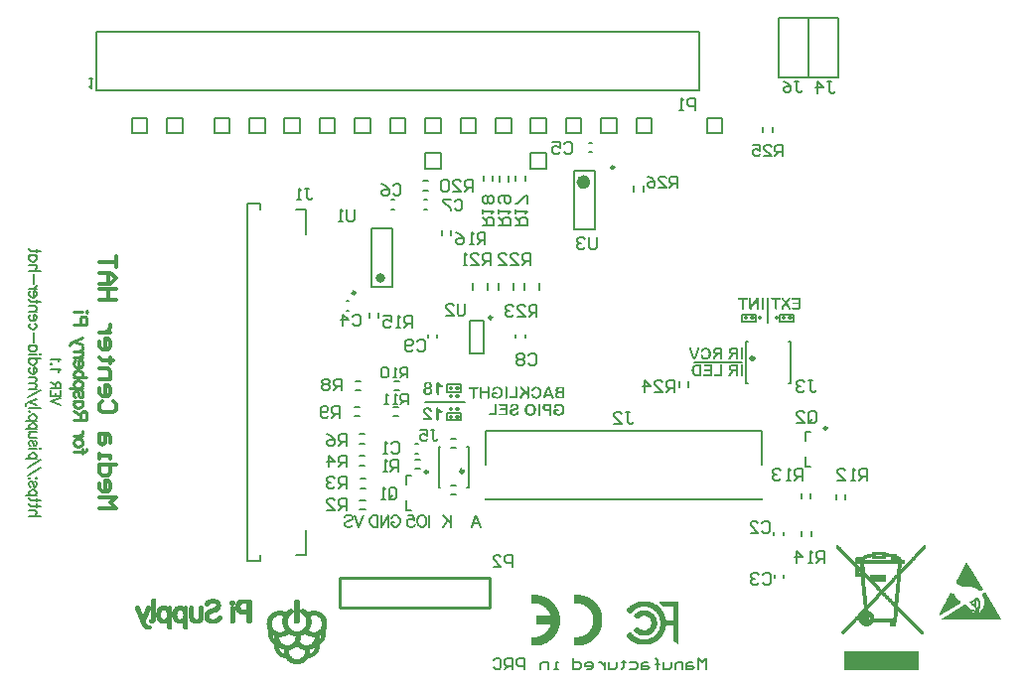
<source format=gbo>
%FSLAX43Y43*%
%MOMM*%
G71*
G01*
G75*
G04 Layer_Color=32896*
%ADD10R,0.800X1.800*%
%ADD11R,1.100X1.250*%
%ADD12C,1.500*%
%ADD13C,0.250*%
%ADD14C,0.300*%
%ADD15C,0.400*%
%ADD16C,0.500*%
%ADD17C,0.350*%
%ADD18C,1.650*%
%ADD19O,1.600X1.650*%
%ADD20C,1.600*%
%ADD21C,1.800*%
%ADD22C,1.520*%
%ADD23R,1.520X1.520*%
%ADD24R,1.500X1.500*%
%ADD25C,0.800*%
%ADD26R,1.400X2.000*%
%ADD27R,0.787X0.711*%
%ADD28R,0.760X2.400*%
%ADD29R,1.800X2.000*%
%ADD30R,0.250X1.100*%
%ADD31C,1.016*%
%ADD32O,2.200X0.600*%
%ADD33O,1.600X0.385*%
%ADD34R,0.711X0.787*%
%ADD35R,0.724X0.559*%
%ADD36R,0.762X0.787*%
%ADD37R,0.787X0.762*%
%ADD38R,1.050X0.600*%
%ADD39R,1.194X0.787*%
%ADD40R,1.200X0.250*%
%ADD41R,1.600X2.400*%
%ADD42C,0.800*%
%ADD43C,0.600*%
%ADD44C,0.475*%
%ADD45R,0.825X1.600*%
%ADD46C,0.200*%
%ADD47C,0.150*%
%ADD48C,0.254*%
%ADD49C,0.180*%
%ADD50C,0.160*%
%ADD51R,0.820X1.820*%
%ADD52R,1.120X1.270*%
%ADD53C,3.000*%
%ADD54C,1.670*%
%ADD55O,1.620X1.670*%
%ADD56C,1.620*%
%ADD57C,1.820*%
%ADD58C,1.540*%
%ADD59R,1.540X1.540*%
%ADD60R,1.520X1.520*%
%ADD61R,1.500X2.100*%
%ADD62R,0.807X0.731*%
%ADD63R,0.860X2.500*%
%ADD64R,1.820X2.020*%
%ADD65R,0.270X1.120*%
%ADD66C,1.036*%
%ADD67O,2.220X0.620*%
%ADD68O,1.620X0.405*%
%ADD69R,0.731X0.807*%
%ADD70R,0.744X0.579*%
%ADD71R,0.782X0.807*%
%ADD72R,0.807X0.782*%
%ADD73R,1.150X0.700*%
%ADD74R,1.214X0.807*%
%ADD75R,1.220X0.270*%
%ADD76R,1.620X2.420*%
%ADD77R,0.845X1.620*%
%ADD78R,1.275X0.800*%
%ADD79R,1.275X0.800*%
%ADD80R,1.300X0.500*%
%ADD81R,1.150X0.500*%
%ADD82R,1.150X0.500*%
%ADD83R,0.650X1.300*%
%ADD84C,0.025*%
%ADD85C,0.152*%
%ADD86C,0.154*%
%ADD87C,0.013*%
%ADD88C,0.022*%
%ADD89C,0.170*%
%ADD90C,0.320*%
%ADD91C,0.220*%
G36*
X63231Y28814D02*
X63244Y28812D01*
X63255Y28809D01*
X63263Y28808D01*
X63269Y28804D01*
X63272Y28803D01*
X63273D01*
X63291Y28792D01*
X63303Y28778D01*
X63308Y28772D01*
X63309Y28767D01*
X63312Y28764D01*
Y28762D01*
X63320Y28739D01*
X63323Y28717D01*
X63325Y28708D01*
Y28700D01*
Y28694D01*
Y28692D01*
Y27947D01*
X63323Y27925D01*
X63320Y27905D01*
X63316Y27889D01*
X63311Y27877D01*
X63306Y27866D01*
X63302Y27859D01*
X63298Y27855D01*
X63297Y27853D01*
X63284Y27844D01*
X63270Y27837D01*
X63255Y27831D01*
X63239Y27828D01*
X63225Y27827D01*
X63214Y27825D01*
X62658D01*
X62641Y27827D01*
X62627Y27828D01*
X62616Y27831D01*
X62605Y27836D01*
X62597Y27841D01*
X62592Y27844D01*
X62589Y27845D01*
X62588Y27847D01*
X62580Y27856D01*
X62574Y27866D01*
X62570Y27875D01*
X62567Y27883D01*
X62566Y27891D01*
X62564Y27897D01*
Y27902D01*
Y27903D01*
X62566Y27916D01*
X62567Y27928D01*
X62572Y27937D01*
X62575Y27945D01*
X62580Y27952D01*
X62585Y27956D01*
X62586Y27959D01*
X62588Y27961D01*
X62597Y27969D01*
X62608Y27975D01*
X62620Y27978D01*
X62631Y27981D01*
X62642Y27983D01*
X62650Y27984D01*
X63125D01*
Y28266D01*
X62710D01*
X62692Y28267D01*
X62678Y28269D01*
X62667Y28272D01*
X62658Y28276D01*
X62650Y28280D01*
X62645Y28283D01*
X62642Y28284D01*
X62641Y28286D01*
X62633Y28295D01*
X62628Y28303D01*
X62622Y28322D01*
X62620Y28330D01*
X62619Y28336D01*
Y28339D01*
Y28340D01*
X62620Y28353D01*
X62622Y28364D01*
X62627Y28373D01*
X62630Y28381D01*
X62635Y28387D01*
X62639Y28392D01*
X62641Y28394D01*
X62642Y28395D01*
X62652Y28403D01*
X62663Y28408D01*
X62685Y28414D01*
X62694Y28415D01*
X62702Y28417D01*
X63125D01*
Y28661D01*
X62674D01*
X62656Y28662D01*
X62642Y28664D01*
X62631Y28667D01*
X62620Y28672D01*
X62613Y28675D01*
X62608Y28678D01*
X62605Y28679D01*
X62603Y28681D01*
X62596Y28690D01*
X62589Y28700D01*
X62586Y28709D01*
X62583Y28717D01*
X62581Y28725D01*
X62580Y28731D01*
Y28736D01*
Y28737D01*
X62581Y28750D01*
X62583Y28761D01*
X62588Y28770D01*
X62591Y28778D01*
X62596Y28784D01*
X62600Y28790D01*
X62602Y28792D01*
X62603Y28794D01*
X62613Y28801D01*
X62624Y28806D01*
X62647Y28812D01*
X62658Y28814D01*
X62666Y28815D01*
X63219D01*
X63231Y28814D01*
D02*
G37*
G36*
X62383Y28829D02*
X62396Y28828D01*
X62405Y28823D01*
X62414Y28820D01*
X62422Y28815D01*
X62427Y28811D01*
X62430Y28809D01*
X62431Y28808D01*
X62439Y28800D01*
X62446Y28790D01*
X62450Y28781D01*
X62453Y28773D01*
X62455Y28767D01*
X62456Y28761D01*
Y28758D01*
Y28756D01*
X62455Y28736D01*
X62450Y28717D01*
X62447Y28709D01*
X62446Y28703D01*
X62444Y28700D01*
Y28698D01*
X62431Y28675D01*
X62419Y28651D01*
X62414Y28642D01*
X62410Y28634D01*
X62406Y28629D01*
X62405Y28628D01*
X62217Y28340D01*
X62439Y28017D01*
X62455Y27991D01*
X62467Y27967D01*
X62475Y27945D01*
X62481Y27928D01*
X62485Y27914D01*
X62486Y27903D01*
X62488Y27895D01*
Y27894D01*
X62486Y27880D01*
X62485Y27866D01*
X62480Y27855D01*
X62475Y27845D01*
X62472Y27839D01*
X62467Y27834D01*
X62466Y27831D01*
X62464Y27830D01*
X62455Y27822D01*
X62446Y27817D01*
X62425Y27811D01*
X62417Y27809D01*
X62411Y27808D01*
X62405D01*
X62388Y27809D01*
X62374Y27812D01*
X62366Y27814D01*
X62363Y27816D01*
X62350Y27822D01*
X62341Y27828D01*
X62335Y27833D01*
X62333Y27834D01*
X62324Y27844D01*
X62317Y27853D01*
X62313Y27859D01*
X62311Y27861D01*
X62307Y27867D01*
X62302Y27875D01*
X62292Y27889D01*
X62288Y27897D01*
X62283Y27903D01*
X62282Y27906D01*
X62280Y27908D01*
X62096Y28192D01*
X61922Y27917D01*
X61910Y27900D01*
X61900Y27884D01*
X61893Y27873D01*
X61886Y27864D01*
X61882Y27856D01*
X61878Y27852D01*
X61877Y27850D01*
Y27848D01*
X61866Y27837D01*
X61857Y27828D01*
X61849Y27822D01*
X61846Y27820D01*
X61830Y27812D01*
X61814Y27809D01*
X61807Y27808D01*
X61797D01*
X61779Y27809D01*
X61764Y27814D01*
X61758Y27816D01*
X61754Y27817D01*
X61752Y27819D01*
X61750D01*
X61736Y27828D01*
X61725Y27837D01*
X61719Y27845D01*
X61718Y27848D01*
X61710Y27864D01*
X61707Y27878D01*
X61705Y27884D01*
Y27887D01*
Y27891D01*
Y27892D01*
X61707Y27911D01*
X61711Y27928D01*
X61714Y27934D01*
X61718Y27941D01*
X61719Y27944D01*
Y27945D01*
X61730Y27969D01*
X61744Y27992D01*
X61750Y28002D01*
X61755Y28009D01*
X61758Y28016D01*
X61760Y28017D01*
X61969Y28340D01*
X61775Y28631D01*
X61758Y28659D01*
X61744Y28683D01*
X61735Y28704D01*
X61729Y28722D01*
X61725Y28736D01*
X61722Y28747D01*
Y28753D01*
Y28754D01*
X61724Y28765D01*
X61725Y28776D01*
X61735Y28794D01*
X61739Y28800D01*
X61743Y28804D01*
X61746Y28806D01*
X61747Y28808D01*
X61757Y28815D01*
X61766Y28822D01*
X61777Y28825D01*
X61786Y28828D01*
X61796Y28829D01*
X61802Y28831D01*
X61808D01*
X61822Y28829D01*
X61835Y28828D01*
X61843Y28825D01*
X61844Y28823D01*
X61846D01*
X61857Y28817D01*
X61866Y28809D01*
X61872Y28804D01*
X61874Y28801D01*
X61883Y28790D01*
X61891Y28778D01*
X61897Y28769D01*
X61900Y28767D01*
Y28765D01*
X61911Y28748D01*
X61922Y28733D01*
X61927Y28725D01*
X61930Y28719D01*
X61932Y28715D01*
X61933Y28714D01*
X62092Y28475D01*
X62241Y28714D01*
X62255Y28737D01*
X62267Y28756D01*
X62278Y28773D01*
X62288Y28786D01*
X62296Y28795D01*
X62300Y28801D01*
X62303Y28804D01*
X62305Y28806D01*
X62314Y28814D01*
X62325Y28820D01*
X62336Y28825D01*
X62347Y28828D01*
X62356Y28829D01*
X62364Y28831D01*
X62371D01*
X62383Y28829D01*
D02*
G37*
G36*
X61582Y28814D02*
X61597Y28812D01*
X61610Y28808D01*
X61621Y28804D01*
X61629Y28800D01*
X61635Y28795D01*
X61638Y28794D01*
X61639Y28792D01*
X61647Y28783D01*
X61654Y28773D01*
X61658Y28764D01*
X61661Y28753D01*
X61663Y28745D01*
X61664Y28737D01*
Y28733D01*
Y28731D01*
X61663Y28719D01*
X61660Y28706D01*
X61657Y28695D01*
X61652Y28687D01*
X61647Y28681D01*
X61643Y28676D01*
X61641Y28673D01*
X61639Y28672D01*
X61629Y28664D01*
X61618Y28659D01*
X61593Y28653D01*
X61582Y28651D01*
X61572Y28650D01*
X61344D01*
Y27930D01*
X61343Y27908D01*
X61340Y27889D01*
X61336Y27873D01*
X61330Y27861D01*
X61326Y27850D01*
X61322Y27844D01*
X61319Y27839D01*
X61318Y27837D01*
X61307Y27828D01*
X61294Y27820D01*
X61282Y27816D01*
X61271Y27811D01*
X61260Y27809D01*
X61252Y27808D01*
X61244D01*
X61229Y27809D01*
X61215Y27812D01*
X61202Y27817D01*
X61191Y27823D01*
X61183Y27828D01*
X61177Y27833D01*
X61174Y27836D01*
X61172Y27837D01*
X61163Y27850D01*
X61157Y27864D01*
X61151Y27880D01*
X61147Y27895D01*
X61146Y27908D01*
X61144Y27919D01*
Y27927D01*
Y27930D01*
Y28650D01*
X60926D01*
X60908Y28651D01*
X60893Y28653D01*
X60880Y28656D01*
X60869Y28661D01*
X60862Y28665D01*
X60855Y28669D01*
X60852Y28670D01*
X60851Y28672D01*
X60841Y28681D01*
X60835Y28690D01*
X60830Y28700D01*
X60827Y28709D01*
X60826Y28719D01*
X60824Y28725D01*
Y28729D01*
Y28731D01*
X60826Y28745D01*
X60827Y28756D01*
X60832Y28767D01*
X60837Y28776D01*
X60841Y28783D01*
X60844Y28787D01*
X60848Y28790D01*
X60849Y28792D01*
X60860Y28800D01*
X60871Y28806D01*
X60885Y28809D01*
X60896Y28812D01*
X60908Y28814D01*
X60918Y28815D01*
X61565D01*
X61582Y28814D01*
D02*
G37*
G36*
X60117Y28829D02*
X60131Y28826D01*
X60144Y28822D01*
X60153Y28815D01*
X60163Y28809D01*
X60169Y28804D01*
X60172Y28801D01*
X60173Y28800D01*
X60183Y28787D01*
X60189Y28773D01*
X60194Y28758D01*
X60197Y28744D01*
X60198Y28729D01*
X60200Y28719D01*
Y28712D01*
Y28709D01*
Y27930D01*
X60198Y27908D01*
X60195Y27889D01*
X60192Y27873D01*
X60186Y27861D01*
X60181Y27850D01*
X60178Y27844D01*
X60175Y27839D01*
X60173Y27837D01*
X60163Y27828D01*
X60150Y27820D01*
X60139Y27816D01*
X60127Y27811D01*
X60117Y27809D01*
X60109Y27808D01*
X60102D01*
X60086Y27809D01*
X60070Y27812D01*
X60058Y27817D01*
X60048Y27823D01*
X60039Y27828D01*
X60033Y27833D01*
X60030Y27836D01*
X60028Y27837D01*
X60019Y27850D01*
X60013Y27864D01*
X60006Y27880D01*
X60003Y27895D01*
X60002Y27908D01*
X60000Y27919D01*
Y27927D01*
Y27930D01*
Y28709D01*
X60002Y28731D01*
X60005Y28750D01*
X60009Y28765D01*
X60014Y28778D01*
X60019Y28787D01*
X60023Y28794D01*
X60027Y28798D01*
X60028Y28800D01*
X60039Y28811D01*
X60052Y28818D01*
X60064Y28823D01*
X60075Y28828D01*
X60086Y28829D01*
X60094Y28831D01*
X60102D01*
X60117Y28829D01*
D02*
G37*
G36*
X59669D02*
X59681Y28828D01*
X59692Y28825D01*
X59702Y28822D01*
X59709Y28817D01*
X59716Y28814D01*
X59719Y28812D01*
X59720Y28811D01*
X59739Y28795D01*
X59753Y28779D01*
X59758Y28772D01*
X59761Y28765D01*
X59764Y28762D01*
Y28761D01*
X59767Y28750D01*
X59769Y28737D01*
X59772Y28714D01*
X59774Y28703D01*
Y28694D01*
Y28687D01*
Y28686D01*
Y27922D01*
X59772Y27902D01*
X59769Y27884D01*
X59766Y27870D01*
X59761Y27858D01*
X59756Y27848D01*
X59752Y27842D01*
X59750Y27837D01*
X59749Y27836D01*
X59738Y27827D01*
X59727Y27820D01*
X59716Y27814D01*
X59705Y27811D01*
X59695Y27809D01*
X59688Y27808D01*
X59680D01*
X59666Y27809D01*
X59652Y27812D01*
X59641Y27817D01*
X59631Y27822D01*
X59624Y27827D01*
X59617Y27831D01*
X59614Y27834D01*
X59613Y27836D01*
X59603Y27848D01*
X59597Y27862D01*
X59592Y27877D01*
X59589Y27891D01*
X59588Y27903D01*
X59586Y27912D01*
Y27919D01*
Y27922D01*
Y28503D01*
X59211Y27925D01*
X59200Y27908D01*
X59189Y27892D01*
X59186Y27887D01*
X59183Y27883D01*
X59180Y27880D01*
Y27878D01*
X59167Y27862D01*
X59155Y27850D01*
X59147Y27842D01*
X59146Y27841D01*
X59144Y27839D01*
X59130Y27828D01*
X59116Y27822D01*
X59107Y27817D01*
X59105Y27816D01*
X59103D01*
X59086Y27811D01*
X59071Y27809D01*
X59064Y27808D01*
X59055D01*
X59036Y27809D01*
X59019Y27814D01*
X59005Y27820D01*
X58991Y27828D01*
X58982Y27837D01*
X58972Y27848D01*
X58964Y27861D01*
X58960Y27873D01*
X58952Y27897D01*
X58947Y27917D01*
X58946Y27925D01*
Y27931D01*
Y27936D01*
Y27937D01*
Y28715D01*
X58947Y28736D01*
X58949Y28753D01*
X58953Y28769D01*
X58958Y28779D01*
X58963Y28789D01*
X58966Y28797D01*
X58969Y28800D01*
X58971Y28801D01*
X58980Y28811D01*
X58993Y28818D01*
X59003Y28823D01*
X59014Y28828D01*
X59024Y28829D01*
X59032Y28831D01*
X59039D01*
X59055Y28829D01*
X59067Y28826D01*
X59078Y28822D01*
X59089Y28817D01*
X59096Y28811D01*
X59102Y28806D01*
X59105Y28803D01*
X59107Y28801D01*
X59114Y28790D01*
X59121Y28776D01*
X59124Y28762D01*
X59127Y28748D01*
X59128Y28736D01*
X59130Y28725D01*
Y28719D01*
Y28715D01*
Y28128D01*
X59516Y28711D01*
X59527Y28729D01*
X59538Y28745D01*
X59541Y28750D01*
X59544Y28754D01*
X59547Y28758D01*
Y28759D01*
X59558Y28775D01*
X59567Y28787D01*
X59574Y28794D01*
X59577Y28797D01*
X59588Y28808D01*
X59599Y28815D01*
X59608Y28820D01*
X59610Y28822D01*
X59611D01*
X59627Y28828D01*
X59641Y28829D01*
X59647Y28831D01*
X59656D01*
X59669Y28829D01*
D02*
G37*
G36*
X39110Y21229D02*
X39124Y21226D01*
X39137Y21222D01*
X39148Y21215D01*
X39156Y21209D01*
X39162Y21204D01*
X39165Y21201D01*
X39167Y21200D01*
X39176Y21187D01*
X39182Y21173D01*
X39187Y21158D01*
X39190Y21144D01*
X39192Y21129D01*
X39193Y21119D01*
Y21112D01*
Y21109D01*
Y20347D01*
X39192Y20325D01*
X39189Y20305D01*
X39184Y20289D01*
X39179Y20277D01*
X39174Y20266D01*
X39170Y20259D01*
X39167Y20255D01*
X39165Y20253D01*
X39153Y20244D01*
X39139Y20237D01*
X39123Y20231D01*
X39107Y20228D01*
X39093Y20227D01*
X39082Y20225D01*
X38587D01*
X38570Y20227D01*
X38556Y20228D01*
X38542Y20231D01*
X38532Y20236D01*
X38525Y20241D01*
X38518Y20244D01*
X38515Y20245D01*
X38514Y20247D01*
X38504Y20256D01*
X38498Y20266D01*
X38493Y20277D01*
X38490Y20286D01*
X38489Y20294D01*
X38487Y20300D01*
Y20305D01*
Y20306D01*
X38489Y20319D01*
X38492Y20331D01*
X38495Y20341D01*
X38500Y20350D01*
X38506Y20356D01*
X38509Y20361D01*
X38512Y20364D01*
X38514Y20366D01*
X38525Y20373D01*
X38536Y20380D01*
X38548Y20384D01*
X38559Y20387D01*
X38570Y20389D01*
X38579Y20391D01*
X38993D01*
Y21109D01*
X38995Y21131D01*
X38998Y21150D01*
X39003Y21165D01*
X39007Y21178D01*
X39012Y21187D01*
X39017Y21194D01*
X39020Y21198D01*
X39021Y21200D01*
X39032Y21211D01*
X39045Y21218D01*
X39057Y21223D01*
X39068Y21228D01*
X39079Y21229D01*
X39087Y21231D01*
X39095D01*
X39110Y21229D01*
D02*
G37*
G36*
X43127Y21214D02*
X43145Y21211D01*
X43163Y21206D01*
X43175Y21201D01*
X43184Y21195D01*
X43192Y21190D01*
X43195Y21187D01*
X43197Y21186D01*
X43206Y21173D01*
X43213Y21159D01*
X43219Y21144D01*
X43222Y21128D01*
X43223Y21114D01*
X43225Y21103D01*
Y21095D01*
Y21092D01*
Y20347D01*
X43223Y20325D01*
X43220Y20305D01*
X43217Y20289D01*
X43211Y20277D01*
X43206Y20266D01*
X43203Y20259D01*
X43200Y20255D01*
X43198Y20253D01*
X43186Y20244D01*
X43172Y20237D01*
X43156Y20231D01*
X43141Y20228D01*
X43127Y20227D01*
X43116Y20225D01*
X42774D01*
X42747Y20227D01*
X42724D01*
X42703Y20228D01*
X42686Y20230D01*
X42675D01*
X42667Y20231D01*
X42664D01*
X42642Y20234D01*
X42622Y20239D01*
X42605Y20244D01*
X42589Y20247D01*
X42577Y20252D01*
X42567Y20255D01*
X42561Y20258D01*
X42560D01*
X42535Y20272D01*
X42511Y20287D01*
X42492Y20303D01*
X42475Y20319D01*
X42463Y20334D01*
X42453Y20345D01*
X42447Y20353D01*
X42446Y20356D01*
X42431Y20383D01*
X42421Y20408D01*
X42413Y20433D01*
X42406Y20456D01*
X42403Y20476D01*
X42402Y20492D01*
Y20498D01*
Y20503D01*
Y20505D01*
Y20506D01*
X42403Y20539D01*
X42410Y20569D01*
X42421Y20595D01*
X42431Y20620D01*
X42447Y20642D01*
X42464Y20661D01*
X42481Y20678D01*
X42499Y20694D01*
X42517Y20708D01*
X42535Y20719D01*
X42552Y20726D01*
X42566Y20734D01*
X42578Y20740D01*
X42589Y20744D01*
X42595Y20747D01*
X42597D01*
X42570Y20761D01*
X42549Y20776D01*
X42528Y20794D01*
X42511Y20811D01*
X42497Y20828D01*
X42485Y20847D01*
X42475Y20865D01*
X42467Y20883D01*
X42461Y20900D01*
X42456Y20915D01*
X42453Y20930D01*
X42450Y20940D01*
Y20951D01*
X42449Y20959D01*
Y20964D01*
Y20965D01*
X42450Y20997D01*
X42453Y21011D01*
X42455Y21023D01*
X42458Y21034D01*
X42461Y21042D01*
X42463Y21047D01*
Y21048D01*
X42475Y21076D01*
X42481Y21087D01*
X42489Y21098D01*
X42495Y21106D01*
X42500Y21114D01*
X42503Y21117D01*
X42505Y21119D01*
X42525Y21140D01*
X42545Y21158D01*
X42553Y21164D01*
X42560Y21169D01*
X42564Y21170D01*
X42566Y21172D01*
X42599Y21187D01*
X42614Y21194D01*
X42630Y21198D01*
X42642Y21201D01*
X42652Y21204D01*
X42658Y21206D01*
X42661D01*
X42681Y21209D01*
X42702Y21212D01*
X42722Y21214D01*
X42741D01*
X42758Y21215D01*
X43105D01*
X43127Y21214D01*
D02*
G37*
G36*
X41875Y21228D02*
X41886Y21226D01*
X41897Y21223D01*
X41905Y21220D01*
X41911Y21217D01*
X41914Y21215D01*
X41916Y21214D01*
X41935Y21201D01*
X41949Y21187D01*
X41955Y21181D01*
X41958Y21176D01*
X41960Y21173D01*
X41961Y21172D01*
X41974Y21151D01*
X41985Y21131D01*
X41988Y21122D01*
X41991Y21114D01*
X41994Y21109D01*
Y21108D01*
X42003Y21081D01*
X42008Y21070D01*
X42011Y21061D01*
X42014Y21053D01*
X42018Y21047D01*
X42019Y21044D01*
Y21042D01*
X42272Y20400D01*
X42277Y20386D01*
X42281Y20373D01*
X42286Y20364D01*
X42289Y20355D01*
X42291Y20348D01*
X42292Y20344D01*
X42294Y20341D01*
Y20339D01*
X42297Y20323D01*
X42299Y20309D01*
X42300Y20300D01*
Y20298D01*
Y20297D01*
X42299Y20284D01*
X42296Y20273D01*
X42291Y20262D01*
X42286Y20253D01*
X42281Y20245D01*
X42277Y20239D01*
X42274Y20236D01*
X42272Y20234D01*
X42261Y20225D01*
X42249Y20219D01*
X42238Y20214D01*
X42227Y20211D01*
X42219Y20209D01*
X42211Y20208D01*
X42205D01*
X42189Y20209D01*
X42177Y20212D01*
X42166Y20216D01*
X42157Y20220D01*
X42150Y20225D01*
X42146Y20230D01*
X42144Y20231D01*
X42142Y20233D01*
X42135Y20245D01*
X42127Y20259D01*
X42117Y20277D01*
X42111Y20292D01*
X42103Y20308D01*
X42099Y20320D01*
X42096Y20330D01*
X42094Y20331D01*
Y20333D01*
X42047Y20461D01*
X41646D01*
X41597Y20336D01*
X41589Y20317D01*
X41583Y20300D01*
X41580Y20294D01*
X41577Y20287D01*
X41575Y20284D01*
Y20283D01*
X41566Y20264D01*
X41558Y20250D01*
X41552Y20242D01*
X41550Y20239D01*
X41541Y20230D01*
X41532Y20223D01*
X41525Y20219D01*
X41522Y20217D01*
X41508Y20212D01*
X41496Y20209D01*
X41485Y20208D01*
X41482D01*
X41468Y20209D01*
X41454Y20212D01*
X41443Y20217D01*
X41432Y20222D01*
X41424Y20227D01*
X41418Y20231D01*
X41415Y20234D01*
X41413Y20236D01*
X41404Y20247D01*
X41396Y20258D01*
X41391Y20269D01*
X41386Y20278D01*
X41385Y20286D01*
X41383Y20292D01*
Y20297D01*
Y20298D01*
X41385Y20312D01*
X41388Y20330D01*
X41399Y20364D01*
X41405Y20380D01*
X41410Y20392D01*
X41413Y20402D01*
X41415Y20403D01*
Y20405D01*
X41672Y21044D01*
X41679Y21061D01*
X41685Y21076D01*
X41691Y21089D01*
X41694Y21100D01*
X41699Y21109D01*
X41702Y21115D01*
X41704Y21119D01*
Y21120D01*
X41713Y21140D01*
X41722Y21158D01*
X41725Y21164D01*
X41729Y21169D01*
X41730Y21172D01*
X41732Y21173D01*
X41746Y21190D01*
X41761Y21203D01*
X41768Y21208D01*
X41772Y21211D01*
X41775Y21214D01*
X41777D01*
X41788Y21220D01*
X41800Y21223D01*
X41822Y21229D01*
X41832D01*
X41839Y21231D01*
X41861D01*
X41875Y21228D01*
D02*
G37*
G36*
X35791Y21214D02*
X35807Y21212D01*
X35819Y21208D01*
X35830Y21204D01*
X35838Y21200D01*
X35844Y21195D01*
X35847Y21194D01*
X35849Y21192D01*
X35857Y21183D01*
X35863Y21173D01*
X35868Y21164D01*
X35871Y21153D01*
X35872Y21145D01*
X35874Y21137D01*
Y21133D01*
Y21131D01*
X35872Y21119D01*
X35869Y21106D01*
X35866Y21095D01*
X35861Y21087D01*
X35857Y21081D01*
X35852Y21076D01*
X35850Y21073D01*
X35849Y21072D01*
X35838Y21064D01*
X35827Y21059D01*
X35802Y21053D01*
X35791Y21051D01*
X35782Y21050D01*
X35554D01*
Y20330D01*
X35552Y20308D01*
X35549Y20289D01*
X35546Y20273D01*
X35539Y20261D01*
X35535Y20250D01*
X35532Y20244D01*
X35529Y20239D01*
X35527Y20237D01*
X35516Y20228D01*
X35504Y20220D01*
X35491Y20216D01*
X35480Y20211D01*
X35469Y20209D01*
X35461Y20208D01*
X35454D01*
X35438Y20209D01*
X35424Y20212D01*
X35411Y20217D01*
X35400Y20223D01*
X35393Y20228D01*
X35386Y20233D01*
X35383Y20236D01*
X35382Y20237D01*
X35372Y20250D01*
X35366Y20264D01*
X35360Y20280D01*
X35357Y20295D01*
X35355Y20308D01*
X35354Y20319D01*
Y20327D01*
Y20330D01*
Y21050D01*
X35135D01*
X35118Y21051D01*
X35102Y21053D01*
X35090Y21056D01*
X35079Y21061D01*
X35071Y21065D01*
X35065Y21069D01*
X35061Y21070D01*
X35060Y21072D01*
X35051Y21081D01*
X35044Y21090D01*
X35040Y21100D01*
X35036Y21109D01*
X35035Y21119D01*
X35033Y21125D01*
Y21129D01*
Y21131D01*
X35035Y21145D01*
X35036Y21156D01*
X35041Y21167D01*
X35046Y21176D01*
X35051Y21183D01*
X35054Y21187D01*
X35057Y21190D01*
X35058Y21192D01*
X35069Y21200D01*
X35080Y21206D01*
X35094Y21209D01*
X35105Y21212D01*
X35118Y21214D01*
X35127Y21215D01*
X35774D01*
X35791Y21214D01*
D02*
G37*
G36*
X38264Y21229D02*
X38278Y21226D01*
X38290Y21222D01*
X38300Y21215D01*
X38309Y21209D01*
X38315Y21204D01*
X38318Y21201D01*
X38320Y21200D01*
X38329Y21187D01*
X38336Y21173D01*
X38340Y21158D01*
X38343Y21144D01*
X38345Y21129D01*
X38347Y21119D01*
Y21112D01*
Y21109D01*
Y20330D01*
X38345Y20308D01*
X38342Y20289D01*
X38339Y20273D01*
X38333Y20261D01*
X38328Y20250D01*
X38325Y20244D01*
X38322Y20239D01*
X38320Y20237D01*
X38309Y20228D01*
X38297Y20220D01*
X38286Y20216D01*
X38273Y20211D01*
X38264Y20209D01*
X38256Y20208D01*
X38248D01*
X38233Y20209D01*
X38217Y20212D01*
X38204Y20217D01*
X38195Y20223D01*
X38186Y20228D01*
X38179Y20233D01*
X38176Y20236D01*
X38175Y20237D01*
X38165Y20250D01*
X38159Y20264D01*
X38153Y20280D01*
X38150Y20295D01*
X38148Y20308D01*
X38147Y20319D01*
Y20327D01*
Y20330D01*
Y21109D01*
X38148Y21131D01*
X38151Y21150D01*
X38156Y21165D01*
X38161Y21178D01*
X38165Y21187D01*
X38170Y21194D01*
X38173Y21198D01*
X38175Y21200D01*
X38186Y21211D01*
X38198Y21218D01*
X38211Y21223D01*
X38222Y21228D01*
X38233Y21229D01*
X38240Y21231D01*
X38248D01*
X38264Y21229D01*
D02*
G37*
G36*
X58739Y28814D02*
X58755Y28812D01*
X58768Y28808D01*
X58778Y28804D01*
X58786Y28800D01*
X58793Y28795D01*
X58796Y28794D01*
X58797Y28792D01*
X58805Y28783D01*
X58811Y28773D01*
X58816Y28764D01*
X58819Y28753D01*
X58821Y28745D01*
X58822Y28737D01*
Y28733D01*
Y28731D01*
X58821Y28719D01*
X58818Y28706D01*
X58814Y28695D01*
X58810Y28687D01*
X58805Y28681D01*
X58800Y28676D01*
X58799Y28673D01*
X58797Y28672D01*
X58786Y28664D01*
X58775Y28659D01*
X58750Y28653D01*
X58739Y28651D01*
X58730Y28650D01*
X58502D01*
Y27930D01*
X58500Y27908D01*
X58497Y27889D01*
X58494Y27873D01*
X58488Y27861D01*
X58483Y27850D01*
X58480Y27844D01*
X58477Y27839D01*
X58475Y27837D01*
X58465Y27828D01*
X58452Y27820D01*
X58440Y27816D01*
X58429Y27811D01*
X58418Y27809D01*
X58410Y27808D01*
X58402D01*
X58386Y27809D01*
X58372Y27812D01*
X58360Y27817D01*
X58349Y27823D01*
X58341Y27828D01*
X58335Y27833D01*
X58332Y27836D01*
X58330Y27837D01*
X58321Y27850D01*
X58315Y27864D01*
X58308Y27880D01*
X58305Y27895D01*
X58304Y27908D01*
X58302Y27919D01*
Y27927D01*
Y27930D01*
Y28650D01*
X58083D01*
X58066Y28651D01*
X58051Y28653D01*
X58038Y28656D01*
X58027Y28661D01*
X58019Y28665D01*
X58013Y28669D01*
X58010Y28670D01*
X58008Y28672D01*
X57999Y28681D01*
X57993Y28690D01*
X57988Y28700D01*
X57985Y28709D01*
X57983Y28719D01*
X57982Y28725D01*
Y28729D01*
Y28731D01*
X57983Y28745D01*
X57985Y28756D01*
X57990Y28767D01*
X57994Y28776D01*
X57999Y28783D01*
X58002Y28787D01*
X58005Y28790D01*
X58007Y28792D01*
X58018Y28800D01*
X58029Y28806D01*
X58043Y28809D01*
X58054Y28812D01*
X58066Y28814D01*
X58076Y28815D01*
X58722D01*
X58739Y28814D01*
D02*
G37*
G36*
X55735Y23114D02*
X55748Y23112D01*
X55758Y23109D01*
X55766Y23108D01*
X55773Y23104D01*
X55776Y23103D01*
X55777D01*
X55794Y23092D01*
X55807Y23078D01*
X55812Y23072D01*
X55813Y23067D01*
X55816Y23064D01*
Y23062D01*
X55824Y23039D01*
X55827Y23017D01*
X55829Y23008D01*
Y23000D01*
Y22994D01*
Y22992D01*
Y22247D01*
X55827Y22225D01*
X55824Y22205D01*
X55819Y22189D01*
X55815Y22177D01*
X55810Y22166D01*
X55805Y22159D01*
X55802Y22155D01*
X55801Y22153D01*
X55788Y22144D01*
X55774Y22137D01*
X55758Y22131D01*
X55743Y22128D01*
X55729Y22127D01*
X55718Y22125D01*
X55162D01*
X55145Y22127D01*
X55131Y22128D01*
X55120Y22131D01*
X55109Y22136D01*
X55101Y22141D01*
X55096Y22144D01*
X55093Y22145D01*
X55091Y22147D01*
X55084Y22156D01*
X55077Y22166D01*
X55074Y22175D01*
X55071Y22183D01*
X55070Y22191D01*
X55068Y22197D01*
Y22202D01*
Y22203D01*
X55070Y22216D01*
X55071Y22228D01*
X55076Y22237D01*
X55079Y22245D01*
X55084Y22252D01*
X55088Y22256D01*
X55090Y22259D01*
X55091Y22261D01*
X55101Y22269D01*
X55112Y22275D01*
X55124Y22278D01*
X55135Y22281D01*
X55146Y22283D01*
X55154Y22284D01*
X55629D01*
Y22566D01*
X55213D01*
X55196Y22567D01*
X55182Y22569D01*
X55171Y22572D01*
X55162Y22576D01*
X55154Y22580D01*
X55149Y22583D01*
X55146Y22584D01*
X55145Y22586D01*
X55137Y22595D01*
X55132Y22603D01*
X55126Y22622D01*
X55124Y22630D01*
X55123Y22636D01*
Y22639D01*
Y22640D01*
X55124Y22653D01*
X55126Y22664D01*
X55131Y22673D01*
X55134Y22681D01*
X55138Y22687D01*
X55143Y22692D01*
X55145Y22694D01*
X55146Y22695D01*
X55156Y22703D01*
X55166Y22708D01*
X55188Y22714D01*
X55198Y22715D01*
X55206Y22717D01*
X55629D01*
Y22961D01*
X55177D01*
X55160Y22962D01*
X55146Y22964D01*
X55135Y22967D01*
X55124Y22972D01*
X55116Y22975D01*
X55112Y22978D01*
X55109Y22979D01*
X55107Y22981D01*
X55099Y22990D01*
X55093Y23000D01*
X55090Y23009D01*
X55087Y23017D01*
X55085Y23025D01*
X55084Y23031D01*
Y23036D01*
Y23037D01*
X55085Y23050D01*
X55087Y23061D01*
X55091Y23070D01*
X55095Y23078D01*
X55099Y23084D01*
X55104Y23090D01*
X55106Y23092D01*
X55107Y23094D01*
X55116Y23101D01*
X55127Y23106D01*
X55151Y23112D01*
X55162Y23114D01*
X55170Y23115D01*
X55723D01*
X55735Y23114D01*
D02*
G37*
G36*
X56583Y23129D02*
X56597Y23126D01*
X56610Y23122D01*
X56621Y23115D01*
X56629Y23109D01*
X56635Y23104D01*
X56638Y23101D01*
X56640Y23100D01*
X56649Y23087D01*
X56655Y23073D01*
X56660Y23058D01*
X56663Y23044D01*
X56665Y23029D01*
X56666Y23019D01*
Y23012D01*
Y23009D01*
Y22247D01*
X56665Y22225D01*
X56661Y22205D01*
X56657Y22189D01*
X56652Y22177D01*
X56647Y22166D01*
X56643Y22159D01*
X56640Y22155D01*
X56638Y22153D01*
X56625Y22144D01*
X56611Y22137D01*
X56596Y22131D01*
X56580Y22128D01*
X56566Y22127D01*
X56555Y22125D01*
X56060D01*
X56043Y22127D01*
X56029Y22128D01*
X56015Y22131D01*
X56005Y22136D01*
X55998Y22141D01*
X55991Y22144D01*
X55988Y22145D01*
X55987Y22147D01*
X55977Y22156D01*
X55971Y22166D01*
X55966Y22177D01*
X55963Y22186D01*
X55962Y22194D01*
X55960Y22200D01*
Y22205D01*
Y22206D01*
X55962Y22219D01*
X55965Y22231D01*
X55968Y22241D01*
X55972Y22250D01*
X55979Y22256D01*
X55982Y22261D01*
X55985Y22264D01*
X55987Y22266D01*
X55998Y22273D01*
X56008Y22280D01*
X56021Y22284D01*
X56032Y22287D01*
X56043Y22289D01*
X56052Y22291D01*
X56466D01*
Y23009D01*
X56468Y23031D01*
X56471Y23050D01*
X56475Y23065D01*
X56480Y23078D01*
X56485Y23087D01*
X56490Y23094D01*
X56493Y23098D01*
X56494Y23100D01*
X56505Y23111D01*
X56518Y23118D01*
X56530Y23123D01*
X56541Y23128D01*
X56552Y23129D01*
X56560Y23131D01*
X56568D01*
X56583Y23129D01*
D02*
G37*
G36*
X54806Y23114D02*
X54826Y23111D01*
X54842Y23106D01*
X54854Y23101D01*
X54865Y23095D01*
X54871Y23090D01*
X54876Y23087D01*
X54877Y23086D01*
X54887Y23073D01*
X54893Y23059D01*
X54899Y23044D01*
X54902Y23028D01*
X54904Y23014D01*
X54906Y23003D01*
Y22995D01*
Y22992D01*
Y22266D01*
Y22248D01*
X54904Y22233D01*
X54902Y22220D01*
X54901Y22208D01*
Y22200D01*
X54899Y22192D01*
X54898Y22189D01*
Y22187D01*
X54895Y22177D01*
X54888Y22167D01*
X54877Y22153D01*
X54867Y22144D01*
X54863Y22142D01*
X54862Y22141D01*
X54851Y22136D01*
X54837Y22131D01*
X54810Y22127D01*
X54798D01*
X54788Y22125D01*
X54493D01*
X54471Y22127D01*
X54449Y22128D01*
X54432Y22130D01*
X54417D01*
X54406Y22131D01*
X54399Y22133D01*
X54396D01*
X54376Y22137D01*
X54357Y22142D01*
X54340Y22147D01*
X54324Y22152D01*
X54312Y22156D01*
X54303Y22159D01*
X54296Y22161D01*
X54295Y22162D01*
X54262Y22181D01*
X54246Y22191D01*
X54234Y22200D01*
X54223Y22208D01*
X54214Y22214D01*
X54209Y22219D01*
X54207Y22220D01*
X54190Y22239D01*
X54173Y22256D01*
X54159Y22275D01*
X54146Y22291D01*
X54137Y22305D01*
X54131Y22317D01*
X54126Y22323D01*
X54125Y22327D01*
X54114Y22350D01*
X54103Y22372D01*
X54095Y22395D01*
X54089Y22416D01*
X54082Y22433D01*
X54079Y22447D01*
X54076Y22456D01*
Y22458D01*
Y22459D01*
X54067Y22516D01*
X54064Y22544D01*
X54062Y22569D01*
X54060Y22590D01*
Y22606D01*
Y22612D01*
Y22617D01*
Y22620D01*
Y22622D01*
X54062Y22670D01*
X54067Y22717D01*
X54075Y22759D01*
X54084Y22798D01*
X54096Y22836D01*
X54109Y22869D01*
X54123Y22898D01*
X54137Y22925D01*
X54153Y22948D01*
X54167Y22969D01*
X54179Y22986D01*
X54190Y23000D01*
X54201Y23011D01*
X54209Y23019D01*
X54214Y23023D01*
X54215Y23025D01*
X54239Y23042D01*
X54260Y23058D01*
X54284Y23070D01*
X54304Y23079D01*
X54321Y23086D01*
X54335Y23092D01*
X54345Y23094D01*
X54346Y23095D01*
X54348D01*
X54376Y23101D01*
X54406Y23108D01*
X54435Y23111D01*
X54464Y23112D01*
X54487Y23114D01*
X54496Y23115D01*
X54784D01*
X54806Y23114D01*
D02*
G37*
G36*
X57903D02*
X57924Y23111D01*
X57939Y23106D01*
X57952Y23101D01*
X57963Y23095D01*
X57969Y23090D01*
X57974Y23087D01*
X57975Y23086D01*
X57984Y23073D01*
X57991Y23059D01*
X57997Y23044D01*
X58000Y23028D01*
X58002Y23014D01*
X58003Y23003D01*
Y22995D01*
Y22992D01*
Y22230D01*
X58002Y22208D01*
X57999Y22189D01*
X57995Y22173D01*
X57991Y22161D01*
X57986Y22150D01*
X57981Y22144D01*
X57980Y22139D01*
X57978Y22137D01*
X57967Y22128D01*
X57955Y22120D01*
X57942Y22116D01*
X57931Y22111D01*
X57920Y22109D01*
X57911Y22108D01*
X57903D01*
X57888Y22109D01*
X57874Y22112D01*
X57861Y22117D01*
X57850Y22123D01*
X57842Y22128D01*
X57836Y22133D01*
X57833Y22136D01*
X57831Y22137D01*
X57822Y22150D01*
X57816Y22164D01*
X57810Y22180D01*
X57806Y22195D01*
X57805Y22208D01*
X57803Y22219D01*
Y22227D01*
Y22230D01*
Y22548D01*
X57714D01*
X57697Y22545D01*
X57681Y22544D01*
X57669Y22541D01*
X57660Y22537D01*
X57652Y22536D01*
X57647Y22533D01*
X57646D01*
X57631Y22526D01*
X57619Y22519D01*
X57608Y22509D01*
X57597Y22501D01*
X57589Y22492D01*
X57583Y22486D01*
X57578Y22481D01*
X57577Y22480D01*
X57564Y22464D01*
X57550Y22447D01*
X57536Y22428D01*
X57525Y22411D01*
X57514Y22394D01*
X57506Y22381D01*
X57500Y22372D01*
X57499Y22370D01*
Y22369D01*
X57417Y22234D01*
X57408Y22217D01*
X57399Y22203D01*
X57391Y22191D01*
X57385Y22181D01*
X57380Y22173D01*
X57377Y22167D01*
X57374Y22164D01*
Y22162D01*
X57360Y22147D01*
X57347Y22134D01*
X57338Y22127D01*
X57336Y22123D01*
X57335D01*
X57316Y22114D01*
X57297Y22109D01*
X57289D01*
X57283Y22108D01*
X57277D01*
X57257Y22109D01*
X57241Y22114D01*
X57235Y22116D01*
X57230Y22117D01*
X57228Y22119D01*
X57227D01*
X57213Y22128D01*
X57202Y22137D01*
X57194Y22145D01*
X57193Y22148D01*
X57185Y22162D01*
X57182Y22175D01*
X57180Y22184D01*
Y22186D01*
Y22187D01*
X57182Y22195D01*
X57183Y22206D01*
X57191Y22230D01*
X57196Y22239D01*
X57199Y22248D01*
X57200Y22255D01*
X57202Y22256D01*
X57210Y22277D01*
X57219Y22295D01*
X57230Y22316D01*
X57239Y22333D01*
X57247Y22348D01*
X57255Y22359D01*
X57260Y22367D01*
X57261Y22370D01*
X57275Y22394D01*
X57291Y22416D01*
X57305Y22434D01*
X57317Y22453D01*
X57330Y22467D01*
X57339Y22478D01*
X57346Y22484D01*
X57347Y22487D01*
X57366Y22506D01*
X57383Y22523D01*
X57400Y22537D01*
X57417Y22550D01*
X57430Y22559D01*
X57441Y22567D01*
X57447Y22570D01*
X57450Y22572D01*
X57405Y22583D01*
X57366Y22597D01*
X57333Y22612D01*
X57307Y22628D01*
X57286Y22642D01*
X57271Y22653D01*
X57263Y22661D01*
X57260Y22664D01*
X57239Y22690D01*
X57224Y22720D01*
X57213Y22750D01*
X57205Y22778D01*
X57200Y22803D01*
X57199Y22814D01*
Y22823D01*
X57197Y22831D01*
Y22837D01*
Y22840D01*
Y22842D01*
Y22862D01*
X57200Y22881D01*
X57203Y22898D01*
X57207Y22914D01*
X57210Y22926D01*
X57213Y22937D01*
X57214Y22944D01*
X57216Y22945D01*
X57224Y22962D01*
X57232Y22979D01*
X57241Y22994D01*
X57250Y23006D01*
X57258Y23015D01*
X57264Y23023D01*
X57269Y23028D01*
X57271Y23029D01*
X57285Y23042D01*
X57299Y23053D01*
X57313Y23064D01*
X57325Y23072D01*
X57336Y23078D01*
X57346Y23083D01*
X57352Y23084D01*
X57353Y23086D01*
X57383Y23097D01*
X57397Y23101D01*
X57410Y23104D01*
X57422Y23106D01*
X57431Y23108D01*
X57438Y23109D01*
X57439D01*
X57458Y23111D01*
X57478Y23112D01*
X57497Y23114D01*
X57516Y23115D01*
X57881D01*
X57903Y23114D01*
D02*
G37*
G36*
X58342Y23129D02*
X58356Y23126D01*
X58369Y23122D01*
X58378Y23115D01*
X58388Y23109D01*
X58394Y23104D01*
X58397Y23101D01*
X58398Y23100D01*
X58408Y23087D01*
X58414Y23073D01*
X58419Y23058D01*
X58422Y23044D01*
X58423Y23029D01*
X58425Y23019D01*
Y23012D01*
Y23009D01*
Y22230D01*
X58423Y22208D01*
X58420Y22189D01*
X58417Y22173D01*
X58411Y22161D01*
X58406Y22150D01*
X58403Y22144D01*
X58400Y22139D01*
X58398Y22137D01*
X58388Y22128D01*
X58375Y22120D01*
X58364Y22116D01*
X58352Y22111D01*
X58342Y22109D01*
X58334Y22108D01*
X58327D01*
X58311Y22109D01*
X58295Y22112D01*
X58283Y22117D01*
X58273Y22123D01*
X58264Y22128D01*
X58258Y22133D01*
X58255Y22136D01*
X58253Y22137D01*
X58244Y22150D01*
X58238Y22164D01*
X58231Y22180D01*
X58228Y22195D01*
X58227Y22208D01*
X58225Y22219D01*
Y22227D01*
Y22230D01*
Y23009D01*
X58227Y23031D01*
X58230Y23050D01*
X58234Y23065D01*
X58239Y23078D01*
X58244Y23087D01*
X58248Y23094D01*
X58252Y23098D01*
X58253Y23100D01*
X58264Y23111D01*
X58277Y23118D01*
X58289Y23123D01*
X58300Y23128D01*
X58311Y23129D01*
X58319Y23131D01*
X58327D01*
X58342Y23129D01*
D02*
G37*
G36*
X55273Y24554D02*
X55309Y24550D01*
X55340Y24545D01*
X55368Y24539D01*
X55391Y24531D01*
X55401Y24528D01*
X55409Y24526D01*
X55415Y24523D01*
X55420Y24522D01*
X55423Y24520D01*
X55424D01*
X55455Y24506D01*
X55484Y24490D01*
X55510Y24473D01*
X55532Y24456D01*
X55551Y24442D01*
X55565Y24429D01*
X55573Y24422D01*
X55574Y24420D01*
X55576Y24419D01*
X55598Y24392D01*
X55618Y24365D01*
X55635Y24337D01*
X55649Y24312D01*
X55660Y24290D01*
X55668Y24272D01*
X55671Y24265D01*
X55673Y24261D01*
X55674Y24258D01*
Y24256D01*
X55685Y24220D01*
X55694Y24183D01*
X55701Y24147D01*
X55704Y24114D01*
X55707Y24086D01*
Y24073D01*
X55709Y24062D01*
Y24055D01*
Y24047D01*
Y24044D01*
Y24042D01*
Y24015D01*
X55707Y23989D01*
X55704Y23966D01*
X55702Y23945D01*
X55699Y23928D01*
X55698Y23914D01*
X55696Y23906D01*
Y23903D01*
X55690Y23880D01*
X55684Y23856D01*
X55676Y23836D01*
X55669Y23817D01*
X55663Y23802D01*
X55659Y23789D01*
X55655Y23783D01*
X55654Y23780D01*
X55643Y23759D01*
X55632Y23739D01*
X55619Y23722D01*
X55610Y23706D01*
X55601Y23694D01*
X55593Y23684D01*
X55588Y23678D01*
X55587Y23677D01*
X55569Y23658D01*
X55554Y23642D01*
X55537Y23628D01*
X55523Y23616D01*
X55510Y23606D01*
X55501Y23600D01*
X55493Y23595D01*
X55491Y23594D01*
X55471Y23583D01*
X55451Y23573D01*
X55430Y23566D01*
X55413Y23559D01*
X55398Y23555D01*
X55385Y23552D01*
X55377Y23548D01*
X55374D01*
X55324Y23539D01*
X55301Y23536D01*
X55279Y23534D01*
X55260D01*
X55245Y23533D01*
X55232D01*
X55195Y23534D01*
X55160Y23538D01*
X55131Y23544D01*
X55104Y23550D01*
X55082Y23555D01*
X55066Y23561D01*
X55060Y23562D01*
X55056Y23564D01*
X55054Y23566D01*
X55052D01*
X55024Y23578D01*
X54999Y23592D01*
X54977Y23608D01*
X54959Y23620D01*
X54945Y23633D01*
X54934Y23642D01*
X54926Y23650D01*
X54924Y23652D01*
X54907Y23672D01*
X54892Y23691D01*
X54879Y23709D01*
X54868Y23725D01*
X54860Y23739D01*
X54856Y23750D01*
X54852Y23756D01*
X54851Y23759D01*
X54843Y23780D01*
X54837Y23798D01*
X54834Y23816D01*
X54831Y23831D01*
X54829Y23844D01*
X54827Y23853D01*
Y23859D01*
Y23861D01*
X54829Y23875D01*
X54832Y23886D01*
X54835Y23897D01*
X54840Y23906D01*
X54846Y23914D01*
X54849Y23919D01*
X54852Y23922D01*
X54854Y23923D01*
X54863Y23931D01*
X54874Y23937D01*
X54884Y23942D01*
X54893Y23945D01*
X54902Y23947D01*
X54909Y23948D01*
X54915D01*
X54929Y23947D01*
X54942Y23945D01*
X54951Y23941D01*
X54960Y23936D01*
X54967Y23931D01*
X54971Y23928D01*
X54973Y23925D01*
X54974Y23923D01*
X54987Y23903D01*
X54998Y23883D01*
X55001Y23875D01*
X55004Y23867D01*
X55007Y23862D01*
Y23861D01*
X55020Y23831D01*
X55034Y23806D01*
X55049Y23784D01*
X55063Y23766D01*
X55077Y23752D01*
X55088Y23742D01*
X55095Y23736D01*
X55098Y23734D01*
X55121Y23720D01*
X55146Y23709D01*
X55170Y23703D01*
X55193Y23697D01*
X55213Y23694D01*
X55229Y23692D01*
X55243D01*
X55271Y23694D01*
X55298Y23698D01*
X55323Y23705D01*
X55343Y23711D01*
X55359Y23717D01*
X55371Y23723D01*
X55379Y23728D01*
X55382Y23730D01*
X55402Y23745D01*
X55421Y23764D01*
X55437Y23783D01*
X55451Y23802D01*
X55460Y23817D01*
X55468Y23831D01*
X55473Y23841D01*
X55474Y23842D01*
Y23844D01*
X55485Y23873D01*
X55493Y23906D01*
X55498Y23937D01*
X55501Y23969D01*
X55504Y23995D01*
Y24006D01*
X55505Y24017D01*
Y24025D01*
Y24031D01*
Y24034D01*
Y24036D01*
X55504Y24067D01*
X55502Y24097D01*
X55499Y24125D01*
X55494Y24150D01*
X55488Y24173D01*
X55482Y24195D01*
X55476Y24215D01*
X55470Y24233D01*
X55463Y24248D01*
X55457Y24262D01*
X55451Y24275D01*
X55445Y24284D01*
X55440Y24292D01*
X55437Y24297D01*
X55434Y24300D01*
Y24301D01*
X55420Y24319D01*
X55404Y24333D01*
X55388Y24345D01*
X55371Y24356D01*
X55355Y24365D01*
X55338Y24373D01*
X55307Y24384D01*
X55279Y24392D01*
X55268Y24394D01*
X55257Y24395D01*
X55249Y24397D01*
X55237D01*
X55209Y24395D01*
X55184Y24390D01*
X55160Y24384D01*
X55141Y24378D01*
X55126Y24372D01*
X55115Y24365D01*
X55109Y24361D01*
X55106Y24359D01*
X55087Y24344D01*
X55068Y24326D01*
X55052Y24309D01*
X55040Y24290D01*
X55029Y24275D01*
X55020Y24262D01*
X55015Y24253D01*
X55013Y24251D01*
Y24250D01*
X55006Y24234D01*
X54996Y24220D01*
X54990Y24209D01*
X54984Y24201D01*
X54979Y24194D01*
X54974Y24189D01*
X54973Y24187D01*
X54971Y24186D01*
X54963Y24180D01*
X54954Y24176D01*
X54935Y24170D01*
X54926D01*
X54920Y24169D01*
X54913D01*
X54901Y24170D01*
X54890Y24173D01*
X54879Y24176D01*
X54871Y24183D01*
X54863Y24187D01*
X54859Y24190D01*
X54856Y24194D01*
X54854Y24195D01*
X54846Y24206D01*
X54840Y24215D01*
X54835Y24226D01*
X54832Y24236D01*
X54831Y24244D01*
X54829Y24250D01*
Y24255D01*
Y24256D01*
X54831Y24279D01*
X54837Y24303D01*
X54845Y24326D01*
X54854Y24347D01*
X54863Y24364D01*
X54871Y24376D01*
X54877Y24386D01*
X54879Y24389D01*
X54899Y24414D01*
X54923Y24437D01*
X54946Y24458D01*
X54970Y24475D01*
X54992Y24489D01*
X55009Y24498D01*
X55015Y24503D01*
X55020Y24506D01*
X55023Y24508D01*
X55024D01*
X55060Y24523D01*
X55098Y24536D01*
X55132Y24543D01*
X55165Y24550D01*
X55195Y24553D01*
X55207Y24554D01*
X55216Y24556D01*
X55237D01*
X55273Y24554D01*
D02*
G37*
G36*
X54631D02*
X54643Y24551D01*
X54656Y24547D01*
X54667Y24542D01*
X54674Y24536D01*
X54681Y24531D01*
X54684Y24528D01*
X54685Y24526D01*
X54695Y24515D01*
X54701Y24504D01*
X54706Y24494D01*
X54709Y24484D01*
X54710Y24476D01*
X54712Y24470D01*
Y24465D01*
Y24464D01*
Y24453D01*
X54710Y24444D01*
X54709Y24434D01*
Y24433D01*
Y24431D01*
X54706Y24417D01*
X54701Y24404D01*
X54699Y24397D01*
X54698Y24395D01*
Y24394D01*
X54693Y24383D01*
X54688Y24372D01*
X54687Y24364D01*
X54685Y24362D01*
Y24361D01*
X54449Y23719D01*
X54440Y23692D01*
X54435Y23680D01*
X54432Y23670D01*
X54429Y23661D01*
X54426Y23655D01*
X54424Y23650D01*
Y23648D01*
X54414Y23625D01*
X54404Y23606D01*
X54399Y23600D01*
X54396Y23594D01*
X54393Y23591D01*
Y23589D01*
X54379Y23572D01*
X54365Y23559D01*
X54359Y23555D01*
X54354Y23552D01*
X54351Y23548D01*
X54349D01*
X54326Y23539D01*
X54304Y23534D01*
X54295D01*
X54287Y23533D01*
X54281D01*
X54253Y23536D01*
X54242Y23538D01*
X54231Y23541D01*
X54223Y23544D01*
X54217Y23545D01*
X54214Y23548D01*
X54212D01*
X54193Y23561D01*
X54179Y23575D01*
X54170Y23584D01*
X54167Y23587D01*
Y23589D01*
X54154Y23609D01*
X54145Y23628D01*
X54142Y23636D01*
X54139Y23642D01*
X54137Y23647D01*
Y23648D01*
X54128Y23673D01*
X54120Y23695D01*
X54117Y23705D01*
X54114Y23712D01*
X54112Y23717D01*
Y23719D01*
X53871Y24365D01*
X53867Y24378D01*
X53864Y24389D01*
X53861Y24397D01*
Y24400D01*
X53856Y24412D01*
X53853Y24423D01*
X53850Y24431D01*
Y24434D01*
X53846Y24447D01*
X53845Y24456D01*
Y24462D01*
Y24465D01*
X53846Y24481D01*
X53851Y24495D01*
X53856Y24504D01*
X53857Y24506D01*
Y24508D01*
X53868Y24522D01*
X53879Y24533D01*
X53889Y24540D01*
X53892Y24542D01*
X53893D01*
X53911Y24550D01*
X53925Y24554D01*
X53931Y24556D01*
X53953D01*
X53964Y24553D01*
X53973Y24551D01*
X53981Y24548D01*
X53987Y24545D01*
X53992Y24542D01*
X53993Y24540D01*
X53995Y24539D01*
X54007Y24526D01*
X54017Y24514D01*
X54023Y24504D01*
X54025Y24503D01*
Y24501D01*
X54028Y24492D01*
X54032Y24481D01*
X54042Y24458D01*
X54045Y24445D01*
X54048Y24437D01*
X54050Y24431D01*
X54051Y24428D01*
X54276Y23761D01*
X54499Y24423D01*
X54507Y24447D01*
X54515Y24469D01*
X54523Y24486D01*
X54529Y24500D01*
X54535Y24509D01*
X54540Y24517D01*
X54542Y24522D01*
X54543Y24523D01*
X54553Y24534D01*
X54563Y24542D01*
X54574Y24548D01*
X54587Y24551D01*
X54598Y24554D01*
X54607Y24556D01*
X54615D01*
X54631Y24554D01*
D02*
G37*
G36*
X58342D02*
X58356Y24551D01*
X58369Y24547D01*
X58378Y24540D01*
X58388Y24534D01*
X58394Y24529D01*
X58397Y24526D01*
X58398Y24525D01*
X58408Y24512D01*
X58414Y24498D01*
X58419Y24483D01*
X58422Y24469D01*
X58423Y24454D01*
X58425Y24444D01*
Y24437D01*
Y24434D01*
Y23655D01*
X58423Y23633D01*
X58420Y23614D01*
X58417Y23598D01*
X58411Y23586D01*
X58406Y23575D01*
X58403Y23569D01*
X58400Y23564D01*
X58398Y23562D01*
X58388Y23553D01*
X58375Y23545D01*
X58364Y23541D01*
X58352Y23536D01*
X58342Y23534D01*
X58334Y23533D01*
X58327D01*
X58311Y23534D01*
X58295Y23538D01*
X58283Y23542D01*
X58273Y23548D01*
X58264Y23553D01*
X58258Y23558D01*
X58255Y23561D01*
X58253Y23562D01*
X58244Y23575D01*
X58238Y23589D01*
X58231Y23605D01*
X58228Y23620D01*
X58227Y23633D01*
X58225Y23644D01*
Y23652D01*
Y23655D01*
Y24434D01*
X58227Y24456D01*
X58230Y24475D01*
X58234Y24490D01*
X58239Y24503D01*
X58244Y24512D01*
X58248Y24518D01*
X58252Y24523D01*
X58253Y24525D01*
X58264Y24536D01*
X58277Y24543D01*
X58289Y24548D01*
X58300Y24553D01*
X58311Y24554D01*
X58319Y24556D01*
X58327D01*
X58342Y24554D01*
D02*
G37*
G36*
X56565Y24539D02*
X56585Y24536D01*
X56600Y24531D01*
X56613Y24526D01*
X56624Y24520D01*
X56630Y24515D01*
X56635Y24512D01*
X56636Y24511D01*
X56646Y24498D01*
X56652Y24484D01*
X56658Y24469D01*
X56661Y24453D01*
X56663Y24439D01*
X56665Y24428D01*
Y24420D01*
Y24417D01*
Y23655D01*
X56663Y23633D01*
X56660Y23614D01*
X56657Y23598D01*
X56652Y23586D01*
X56647Y23575D01*
X56643Y23569D01*
X56641Y23564D01*
X56640Y23562D01*
X56629Y23553D01*
X56616Y23545D01*
X56604Y23541D01*
X56593Y23536D01*
X56582Y23534D01*
X56572Y23533D01*
X56565D01*
X56549Y23534D01*
X56535Y23538D01*
X56522Y23542D01*
X56511Y23548D01*
X56504Y23553D01*
X56497Y23558D01*
X56494Y23561D01*
X56493Y23562D01*
X56483Y23575D01*
X56477Y23589D01*
X56471Y23605D01*
X56468Y23620D01*
X56466Y23633D01*
X56465Y23644D01*
Y23652D01*
Y23655D01*
Y23973D01*
X56376D01*
X56358Y23970D01*
X56343Y23969D01*
X56330Y23966D01*
X56321Y23962D01*
X56313Y23961D01*
X56308Y23958D01*
X56307D01*
X56293Y23951D01*
X56280Y23944D01*
X56269Y23934D01*
X56258Y23926D01*
X56251Y23917D01*
X56244Y23911D01*
X56240Y23906D01*
X56238Y23905D01*
X56226Y23889D01*
X56211Y23872D01*
X56197Y23853D01*
X56187Y23836D01*
X56176Y23819D01*
X56168Y23806D01*
X56162Y23797D01*
X56160Y23795D01*
Y23794D01*
X56079Y23659D01*
X56069Y23642D01*
X56060Y23628D01*
X56052Y23616D01*
X56046Y23606D01*
X56041Y23598D01*
X56038Y23592D01*
X56035Y23589D01*
Y23587D01*
X56021Y23572D01*
X56008Y23559D01*
X55999Y23552D01*
X55998Y23548D01*
X55996D01*
X55977Y23539D01*
X55958Y23534D01*
X55951D01*
X55944Y23533D01*
X55938D01*
X55918Y23534D01*
X55902Y23539D01*
X55896Y23541D01*
X55891Y23542D01*
X55890Y23544D01*
X55888D01*
X55874Y23553D01*
X55863Y23562D01*
X55855Y23570D01*
X55854Y23573D01*
X55846Y23587D01*
X55843Y23600D01*
X55841Y23609D01*
Y23611D01*
Y23612D01*
X55843Y23620D01*
X55844Y23631D01*
X55852Y23655D01*
X55857Y23664D01*
X55860Y23673D01*
X55862Y23680D01*
X55863Y23681D01*
X55871Y23702D01*
X55880Y23720D01*
X55891Y23741D01*
X55901Y23758D01*
X55908Y23773D01*
X55916Y23784D01*
X55921Y23792D01*
X55923Y23795D01*
X55937Y23819D01*
X55952Y23841D01*
X55966Y23859D01*
X55979Y23878D01*
X55991Y23892D01*
X56001Y23903D01*
X56007Y23909D01*
X56008Y23912D01*
X56027Y23931D01*
X56044Y23948D01*
X56062Y23962D01*
X56079Y23975D01*
X56091Y23984D01*
X56102Y23992D01*
X56108Y23995D01*
X56112Y23997D01*
X56066Y24008D01*
X56027Y24022D01*
X55994Y24037D01*
X55968Y24053D01*
X55948Y24067D01*
X55932Y24078D01*
X55924Y24086D01*
X55921Y24089D01*
X55901Y24115D01*
X55885Y24145D01*
X55874Y24175D01*
X55866Y24203D01*
X55862Y24228D01*
X55860Y24239D01*
Y24248D01*
X55858Y24256D01*
Y24262D01*
Y24265D01*
Y24267D01*
Y24287D01*
X55862Y24306D01*
X55865Y24323D01*
X55868Y24339D01*
X55871Y24351D01*
X55874Y24362D01*
X55876Y24369D01*
X55877Y24370D01*
X55885Y24387D01*
X55893Y24404D01*
X55902Y24419D01*
X55912Y24431D01*
X55919Y24440D01*
X55926Y24448D01*
X55930Y24453D01*
X55932Y24454D01*
X55946Y24467D01*
X55960Y24478D01*
X55974Y24489D01*
X55987Y24497D01*
X55998Y24503D01*
X56007Y24508D01*
X56013Y24509D01*
X56015Y24511D01*
X56044Y24522D01*
X56058Y24526D01*
X56071Y24529D01*
X56083Y24531D01*
X56093Y24533D01*
X56099Y24534D01*
X56101D01*
X56119Y24536D01*
X56140Y24537D01*
X56158Y24539D01*
X56177Y24540D01*
X56543D01*
X56565Y24539D01*
D02*
G37*
G36*
X57903D02*
X57924Y24536D01*
X57939Y24531D01*
X57952Y24526D01*
X57963Y24520D01*
X57969Y24515D01*
X57974Y24512D01*
X57975Y24511D01*
X57984Y24498D01*
X57991Y24484D01*
X57997Y24469D01*
X58000Y24453D01*
X58002Y24439D01*
X58003Y24428D01*
Y24420D01*
Y24417D01*
Y23655D01*
X58002Y23633D01*
X57999Y23614D01*
X57995Y23598D01*
X57991Y23586D01*
X57986Y23575D01*
X57981Y23569D01*
X57980Y23564D01*
X57978Y23562D01*
X57967Y23553D01*
X57955Y23545D01*
X57942Y23541D01*
X57931Y23536D01*
X57920Y23534D01*
X57911Y23533D01*
X57903D01*
X57888Y23534D01*
X57874Y23538D01*
X57861Y23542D01*
X57850Y23548D01*
X57842Y23553D01*
X57836Y23558D01*
X57833Y23561D01*
X57831Y23562D01*
X57822Y23575D01*
X57816Y23589D01*
X57810Y23605D01*
X57806Y23620D01*
X57805Y23633D01*
X57803Y23644D01*
Y23652D01*
Y23655D01*
Y23973D01*
X57714D01*
X57697Y23970D01*
X57681Y23969D01*
X57669Y23966D01*
X57660Y23962D01*
X57652Y23961D01*
X57647Y23958D01*
X57646D01*
X57631Y23951D01*
X57619Y23944D01*
X57608Y23934D01*
X57597Y23926D01*
X57589Y23917D01*
X57583Y23911D01*
X57578Y23906D01*
X57577Y23905D01*
X57564Y23889D01*
X57550Y23872D01*
X57536Y23853D01*
X57525Y23836D01*
X57514Y23819D01*
X57506Y23806D01*
X57500Y23797D01*
X57499Y23795D01*
Y23794D01*
X57417Y23659D01*
X57408Y23642D01*
X57399Y23628D01*
X57391Y23616D01*
X57385Y23606D01*
X57380Y23598D01*
X57377Y23592D01*
X57374Y23589D01*
Y23587D01*
X57360Y23572D01*
X57347Y23559D01*
X57338Y23552D01*
X57336Y23548D01*
X57335D01*
X57316Y23539D01*
X57297Y23534D01*
X57289D01*
X57283Y23533D01*
X57277D01*
X57257Y23534D01*
X57241Y23539D01*
X57235Y23541D01*
X57230Y23542D01*
X57228Y23544D01*
X57227D01*
X57213Y23553D01*
X57202Y23562D01*
X57194Y23570D01*
X57193Y23573D01*
X57185Y23587D01*
X57182Y23600D01*
X57180Y23609D01*
Y23611D01*
Y23612D01*
X57182Y23620D01*
X57183Y23631D01*
X57191Y23655D01*
X57196Y23664D01*
X57199Y23673D01*
X57200Y23680D01*
X57202Y23681D01*
X57210Y23702D01*
X57219Y23720D01*
X57230Y23741D01*
X57239Y23758D01*
X57247Y23773D01*
X57255Y23784D01*
X57260Y23792D01*
X57261Y23795D01*
X57275Y23819D01*
X57291Y23841D01*
X57305Y23859D01*
X57317Y23878D01*
X57330Y23892D01*
X57339Y23903D01*
X57346Y23909D01*
X57347Y23912D01*
X57366Y23931D01*
X57383Y23948D01*
X57400Y23962D01*
X57417Y23975D01*
X57430Y23984D01*
X57441Y23992D01*
X57447Y23995D01*
X57450Y23997D01*
X57405Y24008D01*
X57366Y24022D01*
X57333Y24037D01*
X57307Y24053D01*
X57286Y24067D01*
X57271Y24078D01*
X57263Y24086D01*
X57260Y24089D01*
X57239Y24115D01*
X57224Y24145D01*
X57213Y24175D01*
X57205Y24203D01*
X57200Y24228D01*
X57199Y24239D01*
Y24248D01*
X57197Y24256D01*
Y24262D01*
Y24265D01*
Y24267D01*
Y24287D01*
X57200Y24306D01*
X57203Y24323D01*
X57207Y24339D01*
X57210Y24351D01*
X57213Y24362D01*
X57214Y24369D01*
X57216Y24370D01*
X57224Y24387D01*
X57232Y24404D01*
X57241Y24419D01*
X57250Y24431D01*
X57258Y24440D01*
X57264Y24448D01*
X57269Y24453D01*
X57271Y24454D01*
X57285Y24467D01*
X57299Y24478D01*
X57313Y24489D01*
X57325Y24497D01*
X57336Y24503D01*
X57346Y24508D01*
X57352Y24509D01*
X57353Y24511D01*
X57383Y24522D01*
X57397Y24526D01*
X57410Y24529D01*
X57422Y24531D01*
X57431Y24533D01*
X57438Y24534D01*
X57439D01*
X57458Y24536D01*
X57478Y24537D01*
X57497Y24539D01*
X57516Y24540D01*
X57881D01*
X57903Y24539D01*
D02*
G37*
G36*
X37494Y21229D02*
X37534Y21225D01*
X37572Y21220D01*
X37603Y21214D01*
X37617Y21209D01*
X37630Y21206D01*
X37640Y21203D01*
X37650Y21201D01*
X37658Y21198D01*
X37662Y21197D01*
X37665Y21195D01*
X37667D01*
X37701Y21181D01*
X37733Y21164D01*
X37761Y21147D01*
X37784Y21129D01*
X37803Y21115D01*
X37817Y21103D01*
X37826Y21095D01*
X37828Y21094D01*
X37830Y21092D01*
X37853Y21067D01*
X37873Y21039D01*
X37890Y21012D01*
X37904Y20986D01*
X37915Y20964D01*
X37923Y20945D01*
X37926Y20939D01*
X37928Y20934D01*
X37929Y20931D01*
Y20930D01*
X37940Y20894D01*
X37950Y20856D01*
X37956Y20822D01*
X37959Y20789D01*
X37962Y20761D01*
Y20748D01*
X37964Y20739D01*
Y20730D01*
Y20723D01*
Y20720D01*
Y20719D01*
X37962Y20676D01*
X37959Y20636D01*
X37953Y20600D01*
X37947Y20569D01*
X37944Y20555D01*
X37940Y20542D01*
X37937Y20531D01*
X37934Y20523D01*
X37933Y20516D01*
X37931Y20511D01*
X37929Y20508D01*
Y20506D01*
X37915Y20472D01*
X37898Y20441D01*
X37881Y20412D01*
X37865Y20389D01*
X37850Y20370D01*
X37839Y20356D01*
X37831Y20347D01*
X37828Y20345D01*
Y20344D01*
X37801Y20320D01*
X37775Y20300D01*
X37747Y20283D01*
X37722Y20267D01*
X37700Y20256D01*
X37683Y20248D01*
X37676Y20245D01*
X37672Y20244D01*
X37669Y20242D01*
X37667D01*
X37631Y20231D01*
X37595Y20222D01*
X37561Y20216D01*
X37528Y20212D01*
X37500Y20209D01*
X37489D01*
X37478Y20208D01*
X37459D01*
X37423Y20209D01*
X37391Y20211D01*
X37359Y20214D01*
X37333Y20219D01*
X37311Y20223D01*
X37294Y20227D01*
X37287Y20228D01*
X37283D01*
X37281Y20230D01*
X37280D01*
X37248Y20239D01*
X37217Y20250D01*
X37189Y20261D01*
X37162Y20273D01*
X37139Y20283D01*
X37122Y20292D01*
X37116Y20295D01*
X37111Y20298D01*
X37108Y20300D01*
X37106D01*
X37086Y20312D01*
X37069Y20323D01*
X37064Y20328D01*
X37059Y20331D01*
X37058Y20334D01*
X37056D01*
X37044Y20348D01*
X37034Y20362D01*
X37030Y20372D01*
X37028Y20373D01*
Y20375D01*
X37023Y20395D01*
X37022Y20416D01*
X37020Y20423D01*
Y20431D01*
Y20436D01*
Y20437D01*
Y20628D01*
Y20645D01*
X37023Y20661D01*
X37027Y20673D01*
X37030Y20684D01*
X37033Y20692D01*
X37036Y20698D01*
X37038Y20701D01*
X37039Y20703D01*
X37045Y20712D01*
X37053Y20720D01*
X37069Y20730D01*
X37075Y20734D01*
X37081Y20736D01*
X37084Y20737D01*
X37086D01*
X37109Y20742D01*
X37131Y20744D01*
X37141Y20745D01*
X37384D01*
X37398Y20744D01*
X37411Y20742D01*
X37423Y20739D01*
X37433Y20734D01*
X37441Y20730D01*
X37445Y20726D01*
X37448Y20725D01*
X37450Y20723D01*
X37458Y20715D01*
X37464Y20706D01*
X37467Y20697D01*
X37470Y20687D01*
X37472Y20680D01*
X37473Y20675D01*
Y20670D01*
Y20669D01*
X37472Y20655D01*
X37469Y20642D01*
X37464Y20633D01*
X37459Y20625D01*
X37455Y20619D01*
X37450Y20614D01*
X37447Y20612D01*
X37445Y20611D01*
X37433Y20606D01*
X37419Y20601D01*
X37391Y20597D01*
X37378D01*
X37369Y20595D01*
X37203D01*
Y20433D01*
X37227Y20420D01*
X37250Y20409D01*
X37270Y20402D01*
X37289Y20394D01*
X37305Y20387D01*
X37317Y20383D01*
X37325Y20381D01*
X37328Y20380D01*
X37352Y20373D01*
X37373Y20370D01*
X37395Y20367D01*
X37416Y20364D01*
X37433D01*
X37445Y20362D01*
X37458D01*
X37484Y20364D01*
X37509Y20367D01*
X37531Y20372D01*
X37553Y20377D01*
X37573Y20384D01*
X37592Y20392D01*
X37608Y20400D01*
X37623Y20409D01*
X37637Y20419D01*
X37648Y20427D01*
X37658Y20434D01*
X37667Y20442D01*
X37673Y20447D01*
X37678Y20451D01*
X37680Y20455D01*
X37681Y20456D01*
X37695Y20475D01*
X37708Y20495D01*
X37719Y20516D01*
X37726Y20537D01*
X37742Y20583D01*
X37751Y20625D01*
X37755Y20645D01*
X37756Y20664D01*
X37758Y20680D01*
X37759Y20695D01*
X37761Y20706D01*
Y20715D01*
Y20722D01*
Y20723D01*
X37759Y20753D01*
X37758Y20781D01*
X37755Y20806D01*
X37750Y20828D01*
X37747Y20845D01*
X37744Y20859D01*
X37742Y20867D01*
X37740Y20870D01*
X37733Y20894D01*
X37723Y20915D01*
X37712Y20934D01*
X37703Y20950D01*
X37695Y20964D01*
X37687Y20973D01*
X37683Y20979D01*
X37681Y20981D01*
X37665Y20998D01*
X37650Y21012D01*
X37634Y21023D01*
X37620Y21034D01*
X37606Y21042D01*
X37597Y21047D01*
X37591Y21050D01*
X37587Y21051D01*
X37567Y21059D01*
X37545Y21065D01*
X37525Y21070D01*
X37505Y21073D01*
X37489Y21075D01*
X37475Y21076D01*
X37464D01*
X37441Y21075D01*
X37419Y21073D01*
X37400Y21070D01*
X37383Y21067D01*
X37370Y21062D01*
X37361Y21059D01*
X37355Y21058D01*
X37353Y21056D01*
X37337Y21048D01*
X37323Y21040D01*
X37312Y21031D01*
X37302Y21023D01*
X37295Y21017D01*
X37289Y21011D01*
X37286Y21008D01*
X37284Y21006D01*
X37273Y20994D01*
X37262Y20979D01*
X37242Y20951D01*
X37233Y20939D01*
X37227Y20928D01*
X37222Y20922D01*
X37220Y20919D01*
X37209Y20906D01*
X37198Y20897D01*
X37191Y20890D01*
X37189Y20889D01*
X37187D01*
X37172Y20884D01*
X37159Y20881D01*
X37150Y20880D01*
X37147D01*
X37133Y20881D01*
X37120Y20884D01*
X37108Y20887D01*
X37098Y20894D01*
X37091Y20898D01*
X37084Y20901D01*
X37081Y20905D01*
X37080Y20906D01*
X37070Y20917D01*
X37064Y20928D01*
X37058Y20939D01*
X37055Y20948D01*
X37053Y20958D01*
X37052Y20965D01*
Y20970D01*
Y20972D01*
X37053Y20986D01*
X37055Y20998D01*
X37059Y21012D01*
X37064Y21025D01*
X37069Y21036D01*
X37072Y21044D01*
X37075Y21050D01*
X37077Y21051D01*
X37086Y21069D01*
X37097Y21084D01*
X37109Y21098D01*
X37122Y21111D01*
X37131Y21122D01*
X37141Y21129D01*
X37147Y21134D01*
X37148Y21136D01*
X37167Y21150D01*
X37187Y21164D01*
X37208Y21175D01*
X37228Y21184D01*
X37247Y21192D01*
X37261Y21198D01*
X37270Y21201D01*
X37272Y21203D01*
X37273D01*
X37303Y21212D01*
X37333Y21218D01*
X37362Y21225D01*
X37391Y21228D01*
X37414Y21229D01*
X37425D01*
X37433Y21231D01*
X37450D01*
X37494Y21229D01*
D02*
G37*
G36*
X37372Y19779D02*
X37386Y19776D01*
X37398Y19772D01*
X37409Y19765D01*
X37417Y19759D01*
X37423Y19754D01*
X37426Y19751D01*
X37428Y19750D01*
X37437Y19737D01*
X37444Y19723D01*
X37448Y19708D01*
X37451Y19694D01*
X37453Y19679D01*
X37455Y19669D01*
Y19662D01*
Y19659D01*
Y18897D01*
X37453Y18875D01*
X37450Y18855D01*
X37445Y18839D01*
X37441Y18827D01*
X37436Y18816D01*
X37431Y18809D01*
X37428Y18805D01*
X37426Y18803D01*
X37414Y18794D01*
X37400Y18788D01*
X37384Y18781D01*
X37369Y18778D01*
X37355Y18777D01*
X37344Y18775D01*
X36849D01*
X36831Y18777D01*
X36817Y18778D01*
X36803Y18781D01*
X36794Y18786D01*
X36786Y18791D01*
X36780Y18794D01*
X36777Y18795D01*
X36775Y18797D01*
X36766Y18806D01*
X36759Y18816D01*
X36755Y18827D01*
X36752Y18836D01*
X36750Y18844D01*
X36749Y18850D01*
Y18855D01*
Y18856D01*
X36750Y18869D01*
X36753Y18881D01*
X36756Y18891D01*
X36761Y18900D01*
X36767Y18906D01*
X36770Y18911D01*
X36774Y18914D01*
X36775Y18916D01*
X36786Y18923D01*
X36797Y18930D01*
X36809Y18934D01*
X36820Y18937D01*
X36831Y18939D01*
X36841Y18941D01*
X37255D01*
Y19659D01*
X37256Y19681D01*
X37259Y19700D01*
X37264Y19715D01*
X37269Y19728D01*
X37273Y19737D01*
X37278Y19743D01*
X37281Y19748D01*
X37283Y19750D01*
X37294Y19761D01*
X37306Y19768D01*
X37319Y19773D01*
X37330Y19778D01*
X37341Y19779D01*
X37348Y19781D01*
X37356D01*
X37372Y19779D01*
D02*
G37*
G36*
X41986Y19764D02*
X42007Y19761D01*
X42022Y19756D01*
X42036Y19751D01*
X42047Y19745D01*
X42053Y19740D01*
X42058Y19737D01*
X42060Y19736D01*
X42069Y19723D01*
X42077Y19709D01*
X42082Y19694D01*
X42086Y19678D01*
X42088Y19664D01*
X42089Y19653D01*
Y19645D01*
Y19642D01*
Y18878D01*
X42088Y18858D01*
X42085Y18839D01*
X42082Y18823D01*
X42075Y18811D01*
X42071Y18800D01*
X42067Y18794D01*
X42064Y18789D01*
X42063Y18788D01*
X42052Y18778D01*
X42039Y18770D01*
X42027Y18766D01*
X42016Y18761D01*
X42005Y18759D01*
X41997Y18758D01*
X41989D01*
X41974Y18759D01*
X41961Y18763D01*
X41949Y18767D01*
X41938Y18773D01*
X41930Y18778D01*
X41924Y18783D01*
X41921Y18786D01*
X41919Y18788D01*
X41910Y18800D01*
X41902Y18816D01*
X41897Y18830D01*
X41893Y18845D01*
X41891Y18859D01*
X41889Y18870D01*
Y18877D01*
Y18880D01*
Y19161D01*
X41707D01*
X41674Y19162D01*
X41641Y19164D01*
X41613Y19169D01*
X41585Y19173D01*
X41560Y19178D01*
X41538Y19186D01*
X41518Y19192D01*
X41499Y19200D01*
X41482Y19206D01*
X41468Y19214D01*
X41455Y19220D01*
X41446Y19225D01*
X41438Y19231D01*
X41433Y19234D01*
X41430Y19236D01*
X41429Y19237D01*
X41411Y19253D01*
X41397Y19270D01*
X41385Y19287D01*
X41374Y19306D01*
X41365Y19325D01*
X41358Y19345D01*
X41346Y19381D01*
X41343Y19398D01*
X41340Y19415D01*
X41338Y19430D01*
X41336Y19442D01*
X41335Y19453D01*
Y19461D01*
Y19465D01*
Y19467D01*
X41336Y19494D01*
X41338Y19517D01*
X41343Y19539D01*
X41346Y19558D01*
X41350Y19573D01*
X41355Y19586D01*
X41357Y19592D01*
X41358Y19595D01*
X41368Y19615D01*
X41379Y19634D01*
X41390Y19650D01*
X41400Y19664D01*
X41410Y19675D01*
X41418Y19684D01*
X41424Y19689D01*
X41425Y19690D01*
X41443Y19704D01*
X41460Y19717D01*
X41477Y19726D01*
X41494Y19734D01*
X41508Y19739D01*
X41519Y19743D01*
X41527Y19747D01*
X41530D01*
X41555Y19753D01*
X41583Y19758D01*
X41613Y19761D01*
X41641Y19764D01*
X41668D01*
X41679Y19765D01*
X41963D01*
X41986Y19764D01*
D02*
G37*
G36*
X41076Y19779D02*
X41090Y19776D01*
X41102Y19772D01*
X41111Y19765D01*
X41121Y19759D01*
X41127Y19754D01*
X41130Y19751D01*
X41132Y19750D01*
X41141Y19737D01*
X41147Y19723D01*
X41152Y19708D01*
X41155Y19694D01*
X41157Y19679D01*
X41158Y19669D01*
Y19662D01*
Y19659D01*
Y18880D01*
X41157Y18858D01*
X41154Y18839D01*
X41151Y18823D01*
X41144Y18811D01*
X41140Y18800D01*
X41136Y18794D01*
X41133Y18789D01*
X41132Y18788D01*
X41121Y18778D01*
X41108Y18770D01*
X41097Y18766D01*
X41085Y18761D01*
X41076Y18759D01*
X41068Y18758D01*
X41060D01*
X41044Y18759D01*
X41029Y18763D01*
X41016Y18767D01*
X41007Y18773D01*
X40997Y18778D01*
X40991Y18783D01*
X40988Y18786D01*
X40987Y18788D01*
X40977Y18800D01*
X40971Y18814D01*
X40965Y18830D01*
X40962Y18845D01*
X40960Y18858D01*
X40958Y18869D01*
Y18877D01*
Y18880D01*
Y19659D01*
X40960Y19681D01*
X40963Y19700D01*
X40968Y19715D01*
X40972Y19728D01*
X40977Y19737D01*
X40982Y19743D01*
X40985Y19748D01*
X40987Y19750D01*
X40997Y19761D01*
X41010Y19768D01*
X41022Y19773D01*
X41033Y19778D01*
X41044Y19779D01*
X41052Y19781D01*
X41060D01*
X41076Y19779D01*
D02*
G37*
G36*
X32416Y21643D02*
X32425Y21641D01*
X32430Y21638D01*
X32439Y21632D01*
X32442Y21631D01*
X32447Y21624D01*
X32456Y21613D01*
X32465Y21601D01*
X32474Y21588D01*
X32483Y21576D01*
X32490Y21566D01*
X32495Y21560D01*
X32497Y21557D01*
X32513Y21536D01*
X32530Y21516D01*
X32546Y21497D01*
X32562Y21481D01*
X32576Y21469D01*
X32586Y21458D01*
X32593Y21451D01*
X32595Y21450D01*
X32616Y21432D01*
X32641Y21416D01*
X32665Y21400D01*
X32688Y21386D01*
X32709Y21376D01*
X32725Y21367D01*
X32732Y21363D01*
X32738Y21362D01*
X32739Y21360D01*
X32741D01*
X32762Y21349D01*
X32780Y21339D01*
X32796Y21332D01*
X32808Y21325D01*
X32817Y21318D01*
X32822Y21314D01*
X32825Y21312D01*
X32827Y21311D01*
X32836Y21304D01*
X32841Y21295D01*
X32848Y21276D01*
X32850Y21268D01*
X32852Y21261D01*
Y21256D01*
Y21254D01*
X32850Y21242D01*
X32848Y21232D01*
X32839Y21212D01*
X32834Y21205D01*
X32831Y21202D01*
X32829Y21198D01*
X32827Y21196D01*
X32817Y21188D01*
X32806Y21182D01*
X32788Y21175D01*
X32780Y21174D01*
X32774Y21172D01*
X32769D01*
X32755Y21174D01*
X32739Y21179D01*
X32720Y21186D01*
X32701Y21195D01*
X32657Y21219D01*
X32614Y21246D01*
X32574Y21272D01*
X32556Y21286D01*
X32541Y21297D01*
X32527Y21305D01*
X32518Y21312D01*
X32511Y21318D01*
X32509Y21319D01*
Y20627D01*
X32507Y20606D01*
X32506Y20588D01*
X32500Y20572D01*
X32495Y20558D01*
X32491Y20550D01*
X32486Y20541D01*
X32484Y20537D01*
X32483Y20536D01*
X32472Y20525D01*
X32458Y20518D01*
X32446Y20513D01*
X32433Y20509D01*
X32423Y20507D01*
X32414Y20506D01*
X32407D01*
X32389Y20507D01*
X32372Y20513D01*
X32360Y20520D01*
X32347Y20529D01*
X32337Y20541D01*
X32328Y20553D01*
X32316Y20581D01*
X32309Y20609D01*
X32307Y20622D01*
X32305Y20634D01*
X32303Y20643D01*
Y20650D01*
Y20655D01*
Y20657D01*
Y21527D01*
X32305Y21546D01*
X32307Y21564D01*
X32310Y21578D01*
X32316Y21590D01*
X32321Y21601D01*
X32324Y21608D01*
X32326Y21611D01*
X32328Y21613D01*
X32339Y21624D01*
X32349Y21631D01*
X32360Y21638D01*
X32370Y21641D01*
X32379Y21643D01*
X32386Y21645D01*
X32405D01*
X32416Y21643D01*
D02*
G37*
G36*
X31609Y21645D02*
X31644Y21639D01*
X31678Y21634D01*
X31704Y21627D01*
X31727Y21618D01*
X31744Y21613D01*
X31755Y21608D01*
X31757Y21606D01*
X31758D01*
X31787Y21590D01*
X31811Y21573D01*
X31832Y21555D01*
X31848Y21537D01*
X31862Y21522D01*
X31873Y21509D01*
X31878Y21502D01*
X31880Y21499D01*
X31894Y21474D01*
X31903Y21448D01*
X31910Y21425D01*
X31915Y21402D01*
X31918Y21385D01*
X31920Y21369D01*
Y21360D01*
Y21358D01*
Y21356D01*
X31918Y21328D01*
X31913Y21302D01*
X31906Y21276D01*
X31896Y21253D01*
X31885Y21233D01*
X31871Y21214D01*
X31857Y21196D01*
X31843Y21181D01*
X31829Y21168D01*
X31815Y21156D01*
X31801Y21147D01*
X31790Y21138D01*
X31780Y21133D01*
X31773Y21128D01*
X31767Y21126D01*
X31766Y21124D01*
X31799Y21109D01*
X31829Y21091D01*
X31855Y21070D01*
X31876Y21049D01*
X31896Y21026D01*
X31910Y21003D01*
X31924Y20980D01*
X31932Y20956D01*
X31941Y20935D01*
X31947Y20913D01*
X31952Y20894D01*
X31954Y20878D01*
X31955Y20864D01*
X31957Y20854D01*
Y20847D01*
Y20845D01*
X31955Y20810D01*
X31950Y20776D01*
X31943Y20748D01*
X31934Y20722D01*
X31927Y20701D01*
X31920Y20685D01*
X31915Y20674D01*
X31913Y20673D01*
Y20671D01*
X31894Y20645D01*
X31873Y20620D01*
X31850Y20601D01*
X31829Y20583D01*
X31808Y20569D01*
X31792Y20560D01*
X31781Y20553D01*
X31780Y20551D01*
X31778D01*
X31743Y20537D01*
X31706Y20527D01*
X31671Y20518D01*
X31635Y20513D01*
X31606Y20509D01*
X31593D01*
X31583Y20507D01*
X31562D01*
X31518Y20509D01*
X31477Y20514D01*
X31442Y20521D01*
X31410Y20530D01*
X31386Y20537D01*
X31375Y20541D01*
X31367Y20544D01*
X31359Y20548D01*
X31354Y20550D01*
X31352Y20551D01*
X31351D01*
X31319Y20569D01*
X31291Y20588D01*
X31268Y20609D01*
X31249Y20629D01*
X31235Y20646D01*
X31224Y20660D01*
X31217Y20669D01*
X31215Y20673D01*
X31200Y20703D01*
X31187Y20732D01*
X31180Y20762D01*
X31173Y20789D01*
X31170Y20812D01*
X31168Y20831D01*
Y20838D01*
Y20843D01*
Y20845D01*
Y20847D01*
X31170Y20871D01*
X31171Y20892D01*
X31175Y20912D01*
X31178Y20929D01*
X31184Y20945D01*
X31187Y20956D01*
X31189Y20963D01*
X31191Y20964D01*
X31200Y20984D01*
X31210Y21003D01*
X31221Y21019D01*
X31229Y21033D01*
X31240Y21044D01*
X31247Y21052D01*
X31252Y21058D01*
X31254Y21059D01*
X31270Y21073D01*
X31289Y21087D01*
X31307Y21098D01*
X31323Y21107D01*
X31338Y21114D01*
X31351Y21119D01*
X31358Y21123D01*
X31361Y21124D01*
X31335Y21138D01*
X31312Y21154D01*
X31293Y21170D01*
X31275Y21186D01*
X31263Y21198D01*
X31254Y21210D01*
X31249Y21218D01*
X31247Y21219D01*
X31235Y21242D01*
X31224Y21265D01*
X31217Y21288D01*
X31214Y21309D01*
X31210Y21326D01*
X31208Y21341D01*
Y21349D01*
Y21353D01*
X31210Y21376D01*
X31212Y21395D01*
X31215Y21414D01*
X31219Y21430D01*
X31224Y21444D01*
X31228Y21455D01*
X31229Y21462D01*
X31231Y21464D01*
X31240Y21483D01*
X31251Y21501D01*
X31261Y21516D01*
X31272Y21530D01*
X31282Y21541D01*
X31291Y21550D01*
X31296Y21555D01*
X31298Y21557D01*
X31316Y21573D01*
X31335Y21585D01*
X31354Y21595D01*
X31372Y21606D01*
X31388Y21613D01*
X31400Y21618D01*
X31409Y21620D01*
X31412Y21622D01*
X31439Y21631D01*
X31465Y21636D01*
X31493Y21641D01*
X31518Y21643D01*
X31539Y21645D01*
X31555Y21646D01*
X31570D01*
X31609Y21645D01*
D02*
G37*
G36*
X42755Y19779D02*
X42795Y19775D01*
X42833Y19770D01*
X42864Y19764D01*
X42878Y19759D01*
X42891Y19756D01*
X42902Y19753D01*
X42911Y19751D01*
X42919Y19748D01*
X42924Y19747D01*
X42927Y19745D01*
X42928D01*
X42963Y19731D01*
X42994Y19714D01*
X43022Y19697D01*
X43045Y19679D01*
X43064Y19665D01*
X43078Y19653D01*
X43088Y19645D01*
X43089Y19644D01*
X43091Y19642D01*
X43114Y19617D01*
X43134Y19589D01*
X43152Y19562D01*
X43166Y19536D01*
X43177Y19514D01*
X43184Y19495D01*
X43188Y19489D01*
X43189Y19484D01*
X43191Y19481D01*
Y19480D01*
X43202Y19444D01*
X43211Y19406D01*
X43217Y19372D01*
X43220Y19339D01*
X43223Y19311D01*
Y19298D01*
X43225Y19289D01*
Y19280D01*
Y19273D01*
Y19270D01*
Y19269D01*
X43223Y19226D01*
X43220Y19186D01*
X43214Y19150D01*
X43208Y19119D01*
X43205Y19105D01*
X43202Y19092D01*
X43198Y19081D01*
X43195Y19073D01*
X43194Y19066D01*
X43192Y19061D01*
X43191Y19058D01*
Y19056D01*
X43177Y19022D01*
X43159Y18991D01*
X43142Y18962D01*
X43127Y18939D01*
X43111Y18920D01*
X43100Y18906D01*
X43092Y18897D01*
X43089Y18895D01*
Y18894D01*
X43063Y18870D01*
X43036Y18850D01*
X43008Y18833D01*
X42983Y18817D01*
X42961Y18806D01*
X42944Y18798D01*
X42938Y18795D01*
X42933Y18794D01*
X42930Y18792D01*
X42928D01*
X42892Y18781D01*
X42856Y18772D01*
X42822Y18766D01*
X42789Y18763D01*
X42761Y18759D01*
X42750D01*
X42739Y18758D01*
X42720D01*
X42685Y18759D01*
X42652Y18761D01*
X42620Y18764D01*
X42594Y18769D01*
X42572Y18773D01*
X42555Y18777D01*
X42549Y18778D01*
X42544D01*
X42542Y18780D01*
X42541D01*
X42510Y18789D01*
X42478Y18800D01*
X42450Y18811D01*
X42424Y18823D01*
X42400Y18833D01*
X42383Y18842D01*
X42377Y18845D01*
X42372Y18848D01*
X42369Y18850D01*
X42367D01*
X42347Y18862D01*
X42330Y18873D01*
X42325Y18878D01*
X42321Y18881D01*
X42319Y18884D01*
X42317D01*
X42305Y18898D01*
X42296Y18912D01*
X42291Y18922D01*
X42289Y18923D01*
Y18925D01*
X42285Y18945D01*
X42283Y18966D01*
X42281Y18973D01*
Y18981D01*
Y18986D01*
Y18987D01*
Y19178D01*
Y19195D01*
X42285Y19211D01*
X42288Y19223D01*
X42291Y19234D01*
X42294Y19242D01*
X42297Y19248D01*
X42299Y19251D01*
X42300Y19253D01*
X42306Y19262D01*
X42314Y19270D01*
X42330Y19280D01*
X42336Y19284D01*
X42342Y19286D01*
X42346Y19287D01*
X42347D01*
X42371Y19292D01*
X42392Y19294D01*
X42402Y19295D01*
X42645D01*
X42660Y19294D01*
X42672Y19292D01*
X42685Y19289D01*
X42694Y19284D01*
X42702Y19280D01*
X42706Y19276D01*
X42710Y19275D01*
X42711Y19273D01*
X42719Y19265D01*
X42725Y19256D01*
X42728Y19247D01*
X42731Y19237D01*
X42733Y19230D01*
X42735Y19225D01*
Y19220D01*
Y19219D01*
X42733Y19205D01*
X42730Y19192D01*
X42725Y19183D01*
X42720Y19175D01*
X42716Y19169D01*
X42711Y19164D01*
X42708Y19162D01*
X42706Y19161D01*
X42694Y19156D01*
X42680Y19151D01*
X42652Y19147D01*
X42639D01*
X42630Y19145D01*
X42464D01*
Y18983D01*
X42488Y18970D01*
X42511Y18959D01*
X42531Y18952D01*
X42550Y18944D01*
X42566Y18937D01*
X42578Y18933D01*
X42586Y18931D01*
X42589Y18930D01*
X42613Y18923D01*
X42635Y18920D01*
X42656Y18917D01*
X42677Y18914D01*
X42694D01*
X42706Y18912D01*
X42719D01*
X42745Y18914D01*
X42770Y18917D01*
X42792Y18922D01*
X42814Y18927D01*
X42834Y18934D01*
X42853Y18942D01*
X42869Y18950D01*
X42884Y18959D01*
X42899Y18969D01*
X42909Y18977D01*
X42919Y18984D01*
X42928Y18992D01*
X42934Y18997D01*
X42939Y19001D01*
X42941Y19005D01*
X42942Y19006D01*
X42956Y19025D01*
X42969Y19045D01*
X42980Y19066D01*
X42988Y19087D01*
X43003Y19133D01*
X43013Y19175D01*
X43016Y19195D01*
X43017Y19214D01*
X43019Y19230D01*
X43020Y19245D01*
X43022Y19256D01*
Y19265D01*
Y19272D01*
Y19273D01*
X43020Y19303D01*
X43019Y19331D01*
X43016Y19356D01*
X43011Y19378D01*
X43008Y19395D01*
X43005Y19409D01*
X43003Y19417D01*
X43002Y19420D01*
X42994Y19444D01*
X42984Y19465D01*
X42973Y19484D01*
X42964Y19500D01*
X42956Y19514D01*
X42949Y19523D01*
X42944Y19529D01*
X42942Y19531D01*
X42927Y19548D01*
X42911Y19562D01*
X42895Y19573D01*
X42881Y19584D01*
X42867Y19592D01*
X42858Y19597D01*
X42852Y19600D01*
X42849Y19601D01*
X42828Y19609D01*
X42806Y19615D01*
X42786Y19620D01*
X42766Y19623D01*
X42750Y19625D01*
X42736Y19626D01*
X42725D01*
X42702Y19625D01*
X42680Y19623D01*
X42661Y19620D01*
X42644Y19617D01*
X42631Y19612D01*
X42622Y19609D01*
X42616Y19608D01*
X42614Y19606D01*
X42599Y19598D01*
X42585Y19590D01*
X42574Y19581D01*
X42563Y19573D01*
X42556Y19567D01*
X42550Y19561D01*
X42547Y19558D01*
X42545Y19556D01*
X42535Y19544D01*
X42524Y19529D01*
X42503Y19501D01*
X42494Y19489D01*
X42488Y19478D01*
X42483Y19472D01*
X42481Y19469D01*
X42471Y19456D01*
X42460Y19447D01*
X42452Y19440D01*
X42450Y19439D01*
X42449D01*
X42433Y19434D01*
X42421Y19431D01*
X42411Y19430D01*
X42408D01*
X42394Y19431D01*
X42381Y19434D01*
X42369Y19437D01*
X42360Y19444D01*
X42352Y19448D01*
X42346Y19451D01*
X42342Y19455D01*
X42341Y19456D01*
X42331Y19467D01*
X42325Y19478D01*
X42319Y19489D01*
X42316Y19498D01*
X42314Y19508D01*
X42313Y19515D01*
Y19520D01*
Y19522D01*
X42314Y19536D01*
X42316Y19548D01*
X42321Y19562D01*
X42325Y19575D01*
X42330Y19586D01*
X42333Y19594D01*
X42336Y19600D01*
X42338Y19601D01*
X42347Y19619D01*
X42358Y19634D01*
X42371Y19648D01*
X42383Y19661D01*
X42392Y19672D01*
X42402Y19679D01*
X42408Y19684D01*
X42410Y19686D01*
X42428Y19700D01*
X42449Y19714D01*
X42469Y19725D01*
X42489Y19734D01*
X42508Y19742D01*
X42522Y19748D01*
X42531Y19751D01*
X42533Y19753D01*
X42535D01*
X42564Y19762D01*
X42594Y19768D01*
X42624Y19775D01*
X42652Y19778D01*
X42675Y19779D01*
X42686D01*
X42694Y19781D01*
X42711D01*
X42755Y19779D01*
D02*
G37*
G36*
X38279Y19764D02*
X38292Y19762D01*
X38303Y19759D01*
X38311Y19758D01*
X38317Y19754D01*
X38320Y19753D01*
X38322D01*
X38339Y19742D01*
X38351Y19728D01*
X38356Y19722D01*
X38357Y19717D01*
X38361Y19714D01*
Y19712D01*
X38368Y19689D01*
X38372Y19667D01*
X38373Y19658D01*
Y19650D01*
Y19644D01*
Y19642D01*
Y18897D01*
X38372Y18875D01*
X38368Y18855D01*
X38364Y18839D01*
X38359Y18827D01*
X38354Y18816D01*
X38350Y18809D01*
X38347Y18805D01*
X38345Y18803D01*
X38333Y18794D01*
X38318Y18788D01*
X38303Y18781D01*
X38287Y18778D01*
X38273Y18777D01*
X38262Y18775D01*
X37706D01*
X37689Y18777D01*
X37675Y18778D01*
X37664Y18781D01*
X37653Y18786D01*
X37645Y18791D01*
X37640Y18794D01*
X37637Y18795D01*
X37636Y18797D01*
X37628Y18806D01*
X37622Y18816D01*
X37619Y18825D01*
X37616Y18833D01*
X37614Y18841D01*
X37612Y18847D01*
Y18852D01*
Y18853D01*
X37614Y18866D01*
X37616Y18878D01*
X37620Y18887D01*
X37623Y18895D01*
X37628Y18902D01*
X37633Y18906D01*
X37634Y18909D01*
X37636Y18911D01*
X37645Y18919D01*
X37656Y18925D01*
X37669Y18928D01*
X37680Y18931D01*
X37690Y18933D01*
X37698Y18934D01*
X38173D01*
Y19216D01*
X37758D01*
X37740Y19217D01*
X37726Y19219D01*
X37715Y19222D01*
X37706Y19226D01*
X37698Y19230D01*
X37694Y19233D01*
X37690Y19234D01*
X37689Y19236D01*
X37681Y19245D01*
X37676Y19253D01*
X37670Y19272D01*
X37669Y19280D01*
X37667Y19286D01*
Y19289D01*
Y19290D01*
X37669Y19303D01*
X37670Y19314D01*
X37675Y19323D01*
X37678Y19331D01*
X37683Y19337D01*
X37687Y19342D01*
X37689Y19344D01*
X37690Y19345D01*
X37700Y19353D01*
X37711Y19358D01*
X37733Y19364D01*
X37742Y19365D01*
X37750Y19367D01*
X38173D01*
Y19611D01*
X37722D01*
X37705Y19612D01*
X37690Y19614D01*
X37680Y19617D01*
X37669Y19622D01*
X37661Y19625D01*
X37656Y19628D01*
X37653Y19629D01*
X37651Y19631D01*
X37644Y19640D01*
X37637Y19650D01*
X37634Y19659D01*
X37631Y19667D01*
X37630Y19675D01*
X37628Y19681D01*
Y19686D01*
Y19687D01*
X37630Y19700D01*
X37631Y19711D01*
X37636Y19720D01*
X37639Y19728D01*
X37644Y19734D01*
X37648Y19740D01*
X37650Y19742D01*
X37651Y19743D01*
X37661Y19751D01*
X37672Y19756D01*
X37695Y19762D01*
X37706Y19764D01*
X37714Y19765D01*
X38267D01*
X38279Y19764D01*
D02*
G37*
G36*
X40341Y19779D02*
X40379Y19775D01*
X40413Y19770D01*
X40443Y19764D01*
X40468Y19756D01*
X40479Y19753D01*
X40487Y19751D01*
X40493Y19748D01*
X40498Y19747D01*
X40501Y19745D01*
X40502D01*
X40535Y19731D01*
X40563Y19714D01*
X40590Y19697D01*
X40612Y19679D01*
X40629Y19665D01*
X40643Y19653D01*
X40651Y19645D01*
X40654Y19644D01*
Y19642D01*
X40676Y19617D01*
X40694Y19589D01*
X40712Y19562D01*
X40724Y19537D01*
X40735Y19515D01*
X40743Y19497D01*
X40746Y19490D01*
X40748Y19486D01*
X40749Y19483D01*
Y19481D01*
X40760Y19445D01*
X40768Y19408D01*
X40772Y19373D01*
X40776Y19340D01*
X40779Y19312D01*
Y19301D01*
X40780Y19290D01*
Y19283D01*
Y19276D01*
Y19273D01*
Y19272D01*
X40779Y19231D01*
X40776Y19192D01*
X40771Y19156D01*
X40765Y19126D01*
X40758Y19100D01*
X40757Y19089D01*
X40754Y19081D01*
X40752Y19073D01*
X40751Y19069D01*
X40749Y19066D01*
Y19064D01*
X40737Y19030D01*
X40721Y18998D01*
X40707Y18970D01*
X40691Y18947D01*
X40677Y18927D01*
X40666Y18912D01*
X40660Y18903D01*
X40657Y18902D01*
Y18900D01*
X40633Y18875D01*
X40607Y18855D01*
X40582Y18836D01*
X40557Y18822D01*
X40537Y18809D01*
X40519Y18800D01*
X40513Y18798D01*
X40509Y18795D01*
X40505Y18794D01*
X40504D01*
X40468Y18781D01*
X40432Y18773D01*
X40398Y18767D01*
X40365Y18763D01*
X40337Y18759D01*
X40326D01*
X40315Y18758D01*
X40296D01*
X40254Y18759D01*
X40215Y18764D01*
X40179Y18769D01*
X40149Y18777D01*
X40124Y18783D01*
X40113Y18786D01*
X40105Y18788D01*
X40099Y18791D01*
X40095Y18792D01*
X40091Y18794D01*
X40090D01*
X40057Y18809D01*
X40027Y18825D01*
X40001Y18842D01*
X39979Y18859D01*
X39962Y18875D01*
X39948Y18887D01*
X39940Y18895D01*
X39937Y18898D01*
X39915Y18925D01*
X39896Y18953D01*
X39879Y18980D01*
X39866Y19006D01*
X39856Y19028D01*
X39849Y19045D01*
X39846Y19051D01*
X39845Y19056D01*
X39843Y19059D01*
Y19061D01*
X39832Y19097D01*
X39824Y19133D01*
X39820Y19169D01*
X39815Y19201D01*
X39813Y19228D01*
Y19241D01*
X39812Y19251D01*
Y19259D01*
Y19265D01*
Y19269D01*
Y19270D01*
X39815Y19326D01*
X39821Y19378D01*
X39826Y19401D01*
X39831Y19423D01*
X39835Y19445D01*
X39840Y19464D01*
X39846Y19481D01*
X39851Y19495D01*
X39856Y19509D01*
X39860Y19520D01*
X39865Y19529D01*
X39866Y19536D01*
X39870Y19539D01*
Y19540D01*
X39893Y19581D01*
X39920Y19617D01*
X39948Y19648D01*
X39974Y19673D01*
X39999Y19692D01*
X40009Y19700D01*
X40018Y19708D01*
X40026Y19712D01*
X40032Y19715D01*
X40035Y19719D01*
X40037D01*
X40079Y19739D01*
X40124Y19754D01*
X40168Y19765D01*
X40210Y19773D01*
X40229Y19776D01*
X40246Y19778D01*
X40262Y19779D01*
X40274D01*
X40285Y19781D01*
X40301D01*
X40341Y19779D01*
D02*
G37*
G36*
X40129Y21229D02*
X40143Y21226D01*
X40155Y21222D01*
X40166Y21215D01*
X40174Y21209D01*
X40180Y21204D01*
X40184Y21201D01*
X40185Y21200D01*
X40195Y21187D01*
X40201Y21173D01*
X40205Y21158D01*
X40209Y21144D01*
X40210Y21129D01*
X40212Y21119D01*
Y21112D01*
Y21109D01*
Y20373D01*
Y20356D01*
Y20342D01*
Y20330D01*
X40210Y20320D01*
Y20312D01*
Y20306D01*
Y20303D01*
Y20302D01*
X40207Y20284D01*
X40204Y20270D01*
X40201Y20259D01*
X40199Y20258D01*
Y20256D01*
X40188Y20242D01*
X40176Y20231D01*
X40166Y20225D01*
X40165Y20222D01*
X40163D01*
X40146Y20214D01*
X40129Y20209D01*
X40123D01*
X40118Y20208D01*
X40113D01*
X40098Y20209D01*
X40084Y20212D01*
X40071Y20217D01*
X40060Y20223D01*
X40052Y20228D01*
X40046Y20233D01*
X40043Y20236D01*
X40041Y20237D01*
X40032Y20250D01*
X40024Y20264D01*
X40020Y20280D01*
X40015Y20295D01*
X40013Y20308D01*
X40012Y20319D01*
Y20327D01*
Y20330D01*
Y20534D01*
X39848Y20692D01*
X39612Y20327D01*
X39601Y20308D01*
X39590Y20291D01*
X39585Y20283D01*
X39582Y20277D01*
X39581Y20273D01*
X39579Y20272D01*
X39565Y20252D01*
X39549Y20237D01*
X39545Y20233D01*
X39540Y20228D01*
X39537Y20227D01*
X39535Y20225D01*
X39524Y20219D01*
X39513Y20216D01*
X39492Y20209D01*
X39481D01*
X39473Y20208D01*
X39467D01*
X39451Y20209D01*
X39437Y20211D01*
X39424Y20216D01*
X39415Y20220D01*
X39407Y20223D01*
X39401Y20228D01*
X39398Y20230D01*
X39396Y20231D01*
X39387Y20241D01*
X39381Y20252D01*
X39376Y20261D01*
X39373Y20270D01*
X39371Y20278D01*
X39370Y20284D01*
Y20287D01*
Y20289D01*
X39373Y20311D01*
X39378Y20331D01*
X39381Y20339D01*
X39382Y20345D01*
X39385Y20348D01*
Y20350D01*
X39398Y20375D01*
X39412Y20398D01*
X39418Y20408D01*
X39424Y20417D01*
X39428Y20422D01*
X39429Y20423D01*
X39710Y20825D01*
X39467Y21056D01*
X39451Y21072D01*
X39440Y21089D01*
X39432Y21103D01*
X39428Y21117D01*
X39423Y21128D01*
X39421Y21136D01*
Y21142D01*
Y21144D01*
X39423Y21156D01*
X39426Y21169D01*
X39429Y21178D01*
X39434Y21187D01*
X39440Y21195D01*
X39443Y21200D01*
X39446Y21203D01*
X39448Y21204D01*
X39459Y21214D01*
X39470Y21220D01*
X39482Y21225D01*
X39493Y21228D01*
X39503Y21229D01*
X39510Y21231D01*
X39518D01*
X39540Y21228D01*
X39557Y21223D01*
X39563Y21220D01*
X39568Y21218D01*
X39570Y21215D01*
X39571D01*
X39587Y21203D01*
X39602Y21189D01*
X39609Y21183D01*
X39615Y21176D01*
X39618Y21173D01*
X39620Y21172D01*
X40012Y20762D01*
Y21109D01*
X40013Y21131D01*
X40016Y21150D01*
X40021Y21165D01*
X40026Y21178D01*
X40031Y21187D01*
X40035Y21194D01*
X40038Y21198D01*
X40040Y21200D01*
X40051Y21211D01*
X40063Y21218D01*
X40076Y21223D01*
X40087Y21228D01*
X40098Y21229D01*
X40105Y21231D01*
X40113D01*
X40129Y21229D01*
D02*
G37*
G36*
X32391Y19468D02*
X32400Y19466D01*
X32405Y19463D01*
X32414Y19457D01*
X32417Y19456D01*
X32422Y19449D01*
X32431Y19438D01*
X32440Y19426D01*
X32449Y19413D01*
X32458Y19401D01*
X32465Y19391D01*
X32470Y19385D01*
X32472Y19382D01*
X32488Y19361D01*
X32505Y19341D01*
X32521Y19322D01*
X32537Y19306D01*
X32551Y19294D01*
X32561Y19283D01*
X32568Y19276D01*
X32570Y19275D01*
X32591Y19257D01*
X32616Y19241D01*
X32640Y19225D01*
X32663Y19211D01*
X32684Y19201D01*
X32700Y19192D01*
X32707Y19188D01*
X32713Y19187D01*
X32714Y19185D01*
X32716D01*
X32737Y19174D01*
X32755Y19164D01*
X32771Y19157D01*
X32783Y19150D01*
X32792Y19143D01*
X32797Y19139D01*
X32800Y19137D01*
X32802Y19136D01*
X32811Y19129D01*
X32816Y19120D01*
X32823Y19101D01*
X32825Y19094D01*
X32827Y19086D01*
Y19081D01*
Y19079D01*
X32825Y19067D01*
X32823Y19057D01*
X32814Y19037D01*
X32809Y19030D01*
X32806Y19027D01*
X32804Y19023D01*
X32802Y19021D01*
X32792Y19013D01*
X32781Y19007D01*
X32763Y19000D01*
X32755Y18999D01*
X32749Y18997D01*
X32744D01*
X32730Y18999D01*
X32714Y19004D01*
X32695Y19011D01*
X32676Y19020D01*
X32632Y19044D01*
X32589Y19071D01*
X32549Y19097D01*
X32531Y19111D01*
X32516Y19122D01*
X32502Y19130D01*
X32493Y19137D01*
X32486Y19143D01*
X32484Y19144D01*
Y18452D01*
X32482Y18431D01*
X32480Y18413D01*
X32475Y18397D01*
X32470Y18383D01*
X32466Y18375D01*
X32461Y18366D01*
X32459Y18362D01*
X32458Y18361D01*
X32447Y18350D01*
X32433Y18343D01*
X32421Y18338D01*
X32408Y18334D01*
X32398Y18332D01*
X32389Y18331D01*
X32382D01*
X32364Y18332D01*
X32347Y18338D01*
X32335Y18345D01*
X32322Y18354D01*
X32312Y18366D01*
X32303Y18378D01*
X32291Y18406D01*
X32284Y18434D01*
X32282Y18447D01*
X32280Y18459D01*
X32278Y18468D01*
Y18475D01*
Y18480D01*
Y18482D01*
Y19352D01*
X32280Y19371D01*
X32282Y19389D01*
X32285Y19403D01*
X32291Y19415D01*
X32296Y19426D01*
X32299Y19433D01*
X32301Y19436D01*
X32303Y19438D01*
X32314Y19449D01*
X32324Y19456D01*
X32335Y19463D01*
X32345Y19466D01*
X32354Y19468D01*
X32361Y19470D01*
X32380D01*
X32391Y19468D01*
D02*
G37*
G36*
X31565D02*
X31596Y19464D01*
X31626Y19461D01*
X31651Y19456D01*
X31670Y19449D01*
X31686Y19445D01*
X31695Y19442D01*
X31698Y19440D01*
X31725Y19429D01*
X31748Y19417D01*
X31769Y19403D01*
X31784Y19392D01*
X31799Y19380D01*
X31809Y19373D01*
X31816Y19366D01*
X31818Y19364D01*
X31834Y19347D01*
X31848Y19329D01*
X31860Y19311D01*
X31871Y19296D01*
X31878Y19283D01*
X31883Y19271D01*
X31886Y19264D01*
X31888Y19262D01*
X31895Y19241D01*
X31900Y19222D01*
X31906Y19202D01*
X31907Y19187D01*
X31909Y19173D01*
X31911Y19162D01*
Y19155D01*
Y19153D01*
X31909Y19137D01*
X31907Y19123D01*
X31904Y19113D01*
X31899Y19102D01*
X31893Y19095D01*
X31890Y19090D01*
X31888Y19086D01*
X31886Y19085D01*
X31876Y19076D01*
X31865Y19071D01*
X31844Y19064D01*
X31835Y19062D01*
X31828Y19060D01*
X31823D01*
X31807Y19062D01*
X31795Y19064D01*
X31783Y19069D01*
X31774Y19074D01*
X31767Y19078D01*
X31762Y19083D01*
X31760Y19085D01*
X31758Y19086D01*
X31749Y19099D01*
X31742Y19111D01*
X31730Y19136D01*
X31725Y19146D01*
X31721Y19155D01*
X31718Y19162D01*
Y19164D01*
X31711Y19181D01*
X31705Y19195D01*
X31700Y19206D01*
X31697Y19215D01*
X31695Y19220D01*
X31693Y19224D01*
X31691Y19227D01*
X31681Y19243D01*
X31668Y19257D01*
X31656Y19268D01*
X31644Y19278D01*
X31617Y19294D01*
X31591Y19304D01*
X31570Y19310D01*
X31551Y19313D01*
X31544Y19315D01*
X31535D01*
X31517Y19313D01*
X31501Y19311D01*
X31487Y19308D01*
X31473Y19304D01*
X31463Y19299D01*
X31456Y19296D01*
X31451Y19294D01*
X31449Y19292D01*
X31435Y19283D01*
X31422Y19275D01*
X31410Y19264D01*
X31401Y19255D01*
X31394Y19246D01*
X31389Y19239D01*
X31387Y19234D01*
X31385Y19232D01*
X31377Y19218D01*
X31371Y19204D01*
X31364Y19176D01*
X31363Y19164D01*
X31361Y19155D01*
Y19148D01*
Y19146D01*
X31363Y19130D01*
X31364Y19113D01*
X31368Y19099D01*
X31371Y19085D01*
X31377Y19072D01*
X31380Y19064D01*
X31382Y19057D01*
X31384Y19055D01*
X31392Y19037D01*
X31403Y19021D01*
X31414Y19006D01*
X31422Y18992D01*
X31433Y18981D01*
X31440Y18972D01*
X31445Y18965D01*
X31447Y18963D01*
X31463Y18948D01*
X31480Y18932D01*
X31498Y18916D01*
X31514Y18904D01*
X31528Y18891D01*
X31540Y18883D01*
X31547Y18877D01*
X31551Y18876D01*
X31566Y18865D01*
X31584Y18851D01*
X31603Y18835D01*
X31621Y18818D01*
X31639Y18802D01*
X31653Y18789D01*
X31663Y18781D01*
X31665Y18779D01*
X31667Y18777D01*
X31698Y18749D01*
X31728Y18717D01*
X31760Y18687D01*
X31788Y18659D01*
X31813Y18635D01*
X31830Y18615D01*
X31837Y18608D01*
X31842Y18603D01*
X31846Y18600D01*
X31848Y18598D01*
X31857Y18587D01*
X31865Y18577D01*
X31879Y18554D01*
X31885Y18543D01*
X31890Y18535D01*
X31892Y18529D01*
X31893Y18528D01*
X31900Y18512D01*
X31906Y18498D01*
X31909Y18485D01*
X31911Y18475D01*
X31913Y18466D01*
X31915Y18461D01*
Y18457D01*
Y18455D01*
X31913Y18440D01*
X31909Y18426D01*
X31904Y18412D01*
X31899Y18401D01*
X31893Y18392D01*
X31888Y18385D01*
X31885Y18382D01*
X31883Y18380D01*
X31869Y18369D01*
X31855Y18362D01*
X31839Y18357D01*
X31825Y18354D01*
X31813Y18352D01*
X31802Y18350D01*
X31234D01*
X31217Y18352D01*
X31203Y18354D01*
X31189Y18357D01*
X31178Y18362D01*
X31171Y18368D01*
X31166Y18371D01*
X31162Y18373D01*
X31160Y18375D01*
X31152Y18385D01*
X31146Y18396D01*
X31139Y18417D01*
X31138Y18426D01*
X31136Y18433D01*
Y18436D01*
Y18438D01*
X31138Y18454D01*
X31141Y18466D01*
X31146Y18478D01*
X31152Y18487D01*
X31157Y18494D01*
X31162Y18499D01*
X31166Y18503D01*
X31168Y18505D01*
X31180Y18513D01*
X31194Y18519D01*
X31224Y18526D01*
X31236Y18528D01*
X31247Y18529D01*
X31653D01*
X31639Y18549D01*
X31628Y18564D01*
X31619Y18575D01*
X31616Y18577D01*
Y18579D01*
X31596Y18600D01*
X31574Y18622D01*
X31547Y18647D01*
X31521Y18670D01*
X31498Y18691D01*
X31477Y18707D01*
X31470Y18714D01*
X31465Y18719D01*
X31461Y18721D01*
X31459Y18723D01*
X31419Y18756D01*
X31385Y18784D01*
X31357Y18807D01*
X31336Y18826D01*
X31319Y18840D01*
X31306Y18851D01*
X31299Y18858D01*
X31298Y18860D01*
X31280Y18877D01*
X31262Y18897D01*
X31245Y18918D01*
X31231Y18935D01*
X31218Y18953D01*
X31210Y18967D01*
X31203Y18976D01*
X31201Y18979D01*
X31185Y19009D01*
X31173Y19039D01*
X31166Y19067D01*
X31159Y19095D01*
X31155Y19118D01*
X31153Y19136D01*
Y19143D01*
Y19148D01*
Y19150D01*
Y19152D01*
X31155Y19174D01*
X31157Y19195D01*
X31160Y19215D01*
X31164Y19232D01*
X31169Y19246D01*
X31173Y19259D01*
X31175Y19266D01*
X31176Y19268D01*
X31185Y19289D01*
X31196Y19306D01*
X31206Y19324D01*
X31217Y19338D01*
X31226Y19350D01*
X31233Y19359D01*
X31238Y19364D01*
X31240Y19366D01*
X31255Y19382D01*
X31271Y19394D01*
X31287Y19406D01*
X31301Y19415D01*
X31313Y19422D01*
X31324Y19427D01*
X31331Y19431D01*
X31333Y19433D01*
X31364Y19445D01*
X31398Y19454D01*
X31431Y19461D01*
X31461Y19464D01*
X31489Y19468D01*
X31500D01*
X31510Y19470D01*
X31530D01*
X31565Y19468D01*
D02*
G37*
G36*
X36744Y21229D02*
X36758Y21226D01*
X36770Y21222D01*
X36781Y21215D01*
X36789Y21209D01*
X36795Y21204D01*
X36799Y21201D01*
X36800Y21200D01*
X36809Y21187D01*
X36816Y21173D01*
X36820Y21158D01*
X36824Y21144D01*
X36825Y21129D01*
X36827Y21119D01*
Y21112D01*
Y21109D01*
Y20330D01*
X36825Y20308D01*
X36822Y20289D01*
X36819Y20273D01*
X36813Y20261D01*
X36808Y20250D01*
X36805Y20244D01*
X36802Y20239D01*
X36800Y20237D01*
X36789Y20228D01*
X36778Y20220D01*
X36766Y20216D01*
X36755Y20211D01*
X36744Y20209D01*
X36736Y20208D01*
X36728D01*
X36713Y20209D01*
X36699Y20212D01*
X36686Y20217D01*
X36675Y20223D01*
X36667Y20228D01*
X36661Y20233D01*
X36658Y20236D01*
X36656Y20237D01*
X36647Y20250D01*
X36639Y20264D01*
X36634Y20280D01*
X36630Y20295D01*
X36628Y20308D01*
X36627Y20319D01*
Y20327D01*
Y20330D01*
Y20662D01*
X36192D01*
Y20330D01*
X36191Y20308D01*
X36188Y20289D01*
X36185Y20273D01*
X36178Y20261D01*
X36174Y20250D01*
X36171Y20244D01*
X36167Y20239D01*
X36166Y20237D01*
X36155Y20228D01*
X36144Y20220D01*
X36132Y20216D01*
X36121Y20211D01*
X36110Y20209D01*
X36102Y20208D01*
X36094D01*
X36078Y20209D01*
X36064Y20212D01*
X36052Y20217D01*
X36041Y20223D01*
X36033Y20228D01*
X36027Y20233D01*
X36024Y20236D01*
X36022Y20237D01*
X36013Y20250D01*
X36005Y20264D01*
X36000Y20280D01*
X35996Y20295D01*
X35994Y20308D01*
X35992Y20319D01*
Y20327D01*
Y20330D01*
Y21109D01*
X35994Y21131D01*
X35997Y21150D01*
X36002Y21165D01*
X36007Y21178D01*
X36011Y21187D01*
X36016Y21194D01*
X36019Y21198D01*
X36021Y21200D01*
X36032Y21211D01*
X36044Y21218D01*
X36057Y21223D01*
X36067Y21228D01*
X36078Y21229D01*
X36086Y21231D01*
X36094D01*
X36110Y21229D01*
X36124Y21226D01*
X36136Y21222D01*
X36147Y21215D01*
X36155Y21209D01*
X36161Y21204D01*
X36164Y21201D01*
X36166Y21200D01*
X36175Y21187D01*
X36181Y21173D01*
X36186Y21158D01*
X36189Y21144D01*
X36191Y21129D01*
X36192Y21119D01*
Y21112D01*
Y21109D01*
Y20826D01*
X36627D01*
Y21109D01*
X36628Y21131D01*
X36631Y21150D01*
X36636Y21165D01*
X36641Y21178D01*
X36645Y21187D01*
X36650Y21194D01*
X36653Y21198D01*
X36655Y21200D01*
X36666Y21211D01*
X36678Y21218D01*
X36691Y21223D01*
X36702Y21228D01*
X36713Y21229D01*
X36720Y21231D01*
X36728D01*
X36744Y21229D01*
D02*
G37*
G36*
X38979Y19779D02*
X39018Y19776D01*
X39051Y19770D01*
X39081Y19764D01*
X39104Y19758D01*
X39114Y19754D01*
X39121Y19751D01*
X39129Y19750D01*
X39134Y19748D01*
X39135Y19747D01*
X39137D01*
X39167Y19733D01*
X39193Y19717D01*
X39215Y19700D01*
X39234Y19684D01*
X39248Y19670D01*
X39259Y19659D01*
X39265Y19651D01*
X39267Y19648D01*
X39281Y19625D01*
X39292Y19600D01*
X39299Y19575D01*
X39304Y19553D01*
X39307Y19533D01*
X39310Y19517D01*
Y19511D01*
Y19506D01*
Y19504D01*
Y19503D01*
X39309Y19472D01*
X39304Y19444D01*
X39296Y19420D01*
X39289Y19398D01*
X39282Y19383D01*
X39274Y19370D01*
X39270Y19362D01*
X39268Y19359D01*
X39251Y19339D01*
X39232Y19322D01*
X39214Y19306D01*
X39195Y19294D01*
X39179Y19283D01*
X39167Y19275D01*
X39157Y19270D01*
X39154Y19269D01*
X39126Y19256D01*
X39096Y19245D01*
X39067Y19236D01*
X39039Y19228D01*
X39014Y19220D01*
X39003Y19217D01*
X38993Y19216D01*
X38987Y19214D01*
X38981Y19212D01*
X38978Y19211D01*
X38976D01*
X38948Y19205D01*
X38923Y19197D01*
X38901Y19191D01*
X38882Y19186D01*
X38868Y19181D01*
X38857Y19178D01*
X38851Y19176D01*
X38850Y19175D01*
X38832Y19169D01*
X38817Y19161D01*
X38804Y19153D01*
X38792Y19145D01*
X38784Y19139D01*
X38776Y19133D01*
X38773Y19130D01*
X38771Y19128D01*
X38761Y19116D01*
X38753Y19103D01*
X38748Y19091D01*
X38743Y19076D01*
X38742Y19066D01*
X38740Y19056D01*
Y19050D01*
Y19048D01*
X38743Y19027D01*
X38750Y19006D01*
X38757Y18989D01*
X38768Y18973D01*
X38779Y18962D01*
X38787Y18953D01*
X38793Y18947D01*
X38796Y18945D01*
X38818Y18931D01*
X38843Y18922D01*
X38867Y18914D01*
X38890Y18909D01*
X38910Y18906D01*
X38926Y18905D01*
X38942D01*
X38965Y18906D01*
X38985Y18908D01*
X39003Y18911D01*
X39018Y18916D01*
X39031Y18919D01*
X39039Y18922D01*
X39045Y18923D01*
X39046Y18925D01*
X39060Y18933D01*
X39073Y18942D01*
X39084Y18950D01*
X39092Y18958D01*
X39099Y18966D01*
X39104Y18972D01*
X39107Y18975D01*
X39109Y18977D01*
X39124Y19003D01*
X39137Y19028D01*
X39142Y19039D01*
X39146Y19048D01*
X39148Y19055D01*
X39149Y19056D01*
X39156Y19070D01*
X39162Y19083D01*
X39168Y19092D01*
X39174Y19100D01*
X39179Y19108D01*
X39184Y19112D01*
X39185Y19114D01*
X39187Y19116D01*
X39195Y19122D01*
X39204Y19128D01*
X39221Y19133D01*
X39229Y19134D01*
X39235Y19136D01*
X39240D01*
X39254Y19134D01*
X39267Y19131D01*
X39278Y19128D01*
X39287Y19123D01*
X39295Y19117D01*
X39301Y19114D01*
X39304Y19111D01*
X39306Y19109D01*
X39313Y19100D01*
X39320Y19089D01*
X39324Y19080D01*
X39328Y19070D01*
X39329Y19061D01*
X39331Y19055D01*
Y19050D01*
Y19048D01*
X39329Y19025D01*
X39324Y19001D01*
X39317Y18978D01*
X39309Y18959D01*
X39303Y18942D01*
X39295Y18928D01*
X39290Y18920D01*
X39289Y18919D01*
Y18917D01*
X39271Y18894D01*
X39253Y18873D01*
X39235Y18855D01*
X39217Y18841D01*
X39201Y18828D01*
X39189Y18820D01*
X39181Y18814D01*
X39178Y18812D01*
X39140Y18794D01*
X39099Y18781D01*
X39059Y18772D01*
X39021Y18764D01*
X39003Y18763D01*
X38987Y18761D01*
X38973Y18759D01*
X38960D01*
X38950Y18758D01*
X38935D01*
X38892Y18759D01*
X38851Y18764D01*
X38815Y18770D01*
X38784Y18778D01*
X38771Y18781D01*
X38759Y18784D01*
X38750Y18788D01*
X38740Y18791D01*
X38734Y18794D01*
X38729Y18795D01*
X38726Y18797D01*
X38725D01*
X38693Y18814D01*
X38665Y18831D01*
X38642Y18850D01*
X38623Y18869D01*
X38607Y18884D01*
X38598Y18897D01*
X38590Y18906D01*
X38589Y18909D01*
X38573Y18937D01*
X38562Y18966D01*
X38553Y18992D01*
X38548Y19017D01*
X38545Y19039D01*
X38542Y19055D01*
Y19061D01*
Y19066D01*
Y19069D01*
Y19070D01*
X38543Y19097D01*
X38547Y19122D01*
X38551Y19144D01*
X38556Y19162D01*
X38561Y19176D01*
X38565Y19187D01*
X38568Y19195D01*
X38570Y19197D01*
X38581Y19216D01*
X38593Y19233D01*
X38606Y19247D01*
X38617Y19259D01*
X38628Y19269D01*
X38637Y19276D01*
X38643Y19281D01*
X38645Y19283D01*
X38664Y19295D01*
X38682Y19306D01*
X38703Y19315D01*
X38720Y19325D01*
X38736Y19331D01*
X38750Y19336D01*
X38757Y19339D01*
X38759Y19340D01*
X38761D01*
X38812Y19358D01*
X38837Y19364D01*
X38860Y19370D01*
X38881Y19375D01*
X38896Y19380D01*
X38903Y19381D01*
X38907D01*
X38909Y19383D01*
X38910D01*
X38934Y19389D01*
X38954Y19394D01*
X38970Y19398D01*
X38984Y19403D01*
X38995Y19406D01*
X39001Y19408D01*
X39006Y19409D01*
X39007D01*
X39028Y19417D01*
X39046Y19425D01*
X39054Y19428D01*
X39060Y19431D01*
X39064Y19433D01*
X39065D01*
X39084Y19445D01*
X39098Y19458D01*
X39106Y19467D01*
X39109Y19469D01*
Y19470D01*
X39118Y19487D01*
X39123Y19504D01*
Y19511D01*
X39124Y19517D01*
Y19520D01*
Y19522D01*
X39123Y19539D01*
X39117Y19554D01*
X39109Y19569D01*
X39101Y19581D01*
X39092Y19590D01*
X39085Y19598D01*
X39079Y19603D01*
X39078Y19604D01*
X39059Y19615D01*
X39039Y19625D01*
X39017Y19631D01*
X38998Y19634D01*
X38979Y19637D01*
X38965Y19639D01*
X38953D01*
X38923Y19637D01*
X38898Y19634D01*
X38878Y19628D01*
X38860Y19623D01*
X38846Y19617D01*
X38839Y19611D01*
X38832Y19608D01*
X38831Y19606D01*
X38817Y19594D01*
X38804Y19579D01*
X38793Y19565D01*
X38784Y19551D01*
X38776Y19539D01*
X38770Y19529D01*
X38767Y19523D01*
X38765Y19520D01*
X38757Y19506D01*
X38751Y19494D01*
X38745Y19484D01*
X38739Y19476D01*
X38734Y19470D01*
X38731Y19465D01*
X38728Y19464D01*
Y19462D01*
X38720Y19456D01*
X38712Y19453D01*
X38693Y19447D01*
X38687D01*
X38681Y19445D01*
X38675D01*
X38661Y19447D01*
X38650Y19450D01*
X38639Y19455D01*
X38629Y19459D01*
X38621Y19464D01*
X38617Y19469D01*
X38614Y19472D01*
X38612Y19473D01*
X38603Y19484D01*
X38597Y19497D01*
X38592Y19508D01*
X38589Y19517D01*
X38587Y19526D01*
X38586Y19533D01*
Y19537D01*
Y19539D01*
X38587Y19553D01*
X38589Y19569D01*
X38592Y19581D01*
X38595Y19594D01*
X38600Y19603D01*
X38603Y19612D01*
X38604Y19617D01*
X38606Y19619D01*
X38614Y19634D01*
X38625Y19648D01*
X38636Y19662D01*
X38645Y19675D01*
X38654Y19684D01*
X38662Y19692D01*
X38668Y19697D01*
X38670Y19698D01*
X38687Y19712D01*
X38706Y19723D01*
X38725Y19734D01*
X38742Y19742D01*
X38757Y19748D01*
X38770Y19753D01*
X38778Y19756D01*
X38779Y19758D01*
X38781D01*
X38807Y19765D01*
X38834Y19772D01*
X38860Y19775D01*
X38885Y19778D01*
X38906Y19779D01*
X38923Y19781D01*
X38939D01*
X38979Y19779D01*
D02*
G37*
G36*
X40840Y21229D02*
X40876Y21225D01*
X40907Y21220D01*
X40935Y21214D01*
X40958Y21206D01*
X40968Y21203D01*
X40976Y21201D01*
X40982Y21198D01*
X40987Y21197D01*
X40990Y21195D01*
X40991D01*
X41022Y21181D01*
X41051Y21165D01*
X41077Y21148D01*
X41099Y21131D01*
X41118Y21117D01*
X41132Y21104D01*
X41140Y21097D01*
X41141Y21095D01*
X41143Y21094D01*
X41165Y21067D01*
X41185Y21040D01*
X41202Y21012D01*
X41216Y20987D01*
X41227Y20965D01*
X41235Y20947D01*
X41238Y20940D01*
X41240Y20936D01*
X41241Y20933D01*
Y20931D01*
X41252Y20895D01*
X41261Y20858D01*
X41268Y20822D01*
X41271Y20789D01*
X41274Y20761D01*
Y20748D01*
X41276Y20737D01*
Y20730D01*
Y20722D01*
Y20719D01*
Y20717D01*
Y20691D01*
X41274Y20664D01*
X41271Y20641D01*
X41269Y20620D01*
X41266Y20603D01*
X41265Y20589D01*
X41263Y20581D01*
Y20578D01*
X41257Y20555D01*
X41251Y20531D01*
X41243Y20511D01*
X41236Y20492D01*
X41230Y20476D01*
X41226Y20464D01*
X41222Y20458D01*
X41221Y20455D01*
X41210Y20434D01*
X41199Y20414D01*
X41186Y20397D01*
X41177Y20381D01*
X41168Y20369D01*
X41160Y20359D01*
X41155Y20353D01*
X41154Y20352D01*
X41136Y20333D01*
X41121Y20317D01*
X41104Y20303D01*
X41090Y20291D01*
X41077Y20281D01*
X41068Y20275D01*
X41060Y20270D01*
X41058Y20269D01*
X41038Y20258D01*
X41018Y20248D01*
X40997Y20241D01*
X40980Y20234D01*
X40965Y20230D01*
X40952Y20227D01*
X40944Y20223D01*
X40941D01*
X40891Y20214D01*
X40868Y20211D01*
X40846Y20209D01*
X40827D01*
X40812Y20208D01*
X40799D01*
X40762Y20209D01*
X40727Y20212D01*
X40698Y20219D01*
X40671Y20225D01*
X40649Y20230D01*
X40633Y20236D01*
X40627Y20237D01*
X40623Y20239D01*
X40621Y20241D01*
X40619D01*
X40591Y20253D01*
X40566Y20267D01*
X40544Y20283D01*
X40526Y20295D01*
X40512Y20308D01*
X40501Y20317D01*
X40493Y20325D01*
X40491Y20327D01*
X40474Y20347D01*
X40459Y20366D01*
X40446Y20384D01*
X40435Y20400D01*
X40427Y20414D01*
X40423Y20425D01*
X40419Y20431D01*
X40418Y20434D01*
X40410Y20455D01*
X40404Y20473D01*
X40401Y20491D01*
X40398Y20506D01*
X40396Y20519D01*
X40394Y20528D01*
Y20534D01*
Y20536D01*
X40396Y20550D01*
X40399Y20561D01*
X40402Y20572D01*
X40407Y20581D01*
X40413Y20589D01*
X40416Y20594D01*
X40419Y20597D01*
X40421Y20598D01*
X40430Y20606D01*
X40441Y20612D01*
X40451Y20617D01*
X40460Y20620D01*
X40469Y20622D01*
X40476Y20623D01*
X40482D01*
X40496Y20622D01*
X40509Y20620D01*
X40518Y20616D01*
X40527Y20611D01*
X40534Y20606D01*
X40538Y20603D01*
X40540Y20600D01*
X40541Y20598D01*
X40554Y20578D01*
X40565Y20558D01*
X40568Y20550D01*
X40571Y20542D01*
X40574Y20537D01*
Y20536D01*
X40587Y20506D01*
X40601Y20481D01*
X40616Y20459D01*
X40630Y20441D01*
X40644Y20427D01*
X40655Y20417D01*
X40662Y20411D01*
X40665Y20409D01*
X40688Y20395D01*
X40713Y20384D01*
X40737Y20378D01*
X40760Y20372D01*
X40780Y20369D01*
X40796Y20367D01*
X40810D01*
X40838Y20369D01*
X40865Y20373D01*
X40890Y20380D01*
X40910Y20386D01*
X40926Y20392D01*
X40938Y20398D01*
X40946Y20403D01*
X40949Y20405D01*
X40969Y20420D01*
X40988Y20439D01*
X41004Y20458D01*
X41018Y20476D01*
X41027Y20492D01*
X41035Y20506D01*
X41040Y20516D01*
X41041Y20517D01*
Y20519D01*
X41052Y20548D01*
X41060Y20581D01*
X41065Y20612D01*
X41068Y20644D01*
X41071Y20670D01*
Y20681D01*
X41072Y20692D01*
Y20700D01*
Y20706D01*
Y20709D01*
Y20711D01*
X41071Y20742D01*
X41069Y20772D01*
X41066Y20800D01*
X41061Y20825D01*
X41055Y20848D01*
X41049Y20870D01*
X41043Y20890D01*
X41036Y20908D01*
X41030Y20923D01*
X41024Y20937D01*
X41018Y20950D01*
X41012Y20959D01*
X41007Y20967D01*
X41004Y20972D01*
X41001Y20975D01*
Y20976D01*
X40987Y20994D01*
X40971Y21008D01*
X40955Y21020D01*
X40938Y21031D01*
X40922Y21040D01*
X40905Y21048D01*
X40874Y21059D01*
X40846Y21067D01*
X40835Y21069D01*
X40824Y21070D01*
X40816Y21072D01*
X40804D01*
X40776Y21070D01*
X40751Y21065D01*
X40727Y21059D01*
X40708Y21053D01*
X40693Y21047D01*
X40682Y21040D01*
X40676Y21036D01*
X40673Y21034D01*
X40654Y21019D01*
X40635Y21001D01*
X40619Y20984D01*
X40607Y20965D01*
X40596Y20950D01*
X40587Y20937D01*
X40582Y20928D01*
X40580Y20926D01*
Y20925D01*
X40573Y20909D01*
X40563Y20895D01*
X40557Y20884D01*
X40551Y20876D01*
X40546Y20869D01*
X40541Y20864D01*
X40540Y20862D01*
X40538Y20861D01*
X40530Y20855D01*
X40521Y20851D01*
X40502Y20845D01*
X40493D01*
X40487Y20844D01*
X40480D01*
X40468Y20845D01*
X40457Y20848D01*
X40446Y20851D01*
X40438Y20858D01*
X40430Y20862D01*
X40426Y20865D01*
X40423Y20869D01*
X40421Y20870D01*
X40413Y20881D01*
X40407Y20890D01*
X40402Y20901D01*
X40399Y20911D01*
X40398Y20919D01*
X40396Y20925D01*
Y20930D01*
Y20931D01*
X40398Y20955D01*
X40404Y20978D01*
X40412Y21001D01*
X40421Y21022D01*
X40430Y21039D01*
X40438Y21051D01*
X40444Y21061D01*
X40446Y21064D01*
X40466Y21089D01*
X40490Y21112D01*
X40513Y21133D01*
X40537Y21150D01*
X40558Y21164D01*
X40576Y21173D01*
X40582Y21178D01*
X40587Y21181D01*
X40590Y21183D01*
X40591D01*
X40627Y21198D01*
X40665Y21211D01*
X40699Y21218D01*
X40732Y21225D01*
X40762Y21228D01*
X40774Y21229D01*
X40783Y21231D01*
X40804D01*
X40840Y21229D01*
D02*
G37*
%LPC*%
G36*
X57803Y22965D02*
X57583D01*
X57553Y22962D01*
X57530Y22961D01*
X57511Y22958D01*
X57497Y22954D01*
X57488Y22953D01*
X57481Y22950D01*
X57480D01*
X57466Y22944D01*
X57455Y22936D01*
X57446Y22928D01*
X57436Y22920D01*
X57430Y22914D01*
X57425Y22908D01*
X57424Y22904D01*
X57422Y22903D01*
X57414Y22890D01*
X57410Y22878D01*
X57403Y22854D01*
X57402Y22845D01*
X57400Y22837D01*
Y22831D01*
Y22830D01*
X57402Y22811D01*
X57405Y22794D01*
X57408Y22780D01*
X57413Y22769D01*
X57419Y22759D01*
X57422Y22753D01*
X57425Y22748D01*
X57427Y22747D01*
X57438Y22736D01*
X57450Y22728D01*
X57475Y22714D01*
X57486Y22711D01*
X57496Y22708D01*
X57502Y22705D01*
X57503D01*
X57522Y22700D01*
X57542Y22697D01*
X57563Y22695D01*
X57581Y22694D01*
X57599Y22692D01*
X57803D01*
Y22965D01*
D02*
G37*
G36*
X54706Y22956D02*
X54574D01*
X54542Y22954D01*
X54510Y22953D01*
X54484Y22950D01*
X54462Y22947D01*
X54443Y22942D01*
X54429Y22939D01*
X54421Y22937D01*
X54418Y22936D01*
X54395Y22926D01*
X54373Y22912D01*
X54354Y22897D01*
X54339Y22881D01*
X54326Y22867D01*
X54317Y22854D01*
X54310Y22845D01*
X54309Y22844D01*
Y22842D01*
X54301Y22828D01*
X54293Y22812D01*
X54282Y22778D01*
X54275Y22742D01*
X54270Y22706D01*
X54265Y22673D01*
Y22659D01*
X54264Y22647D01*
Y22637D01*
Y22630D01*
Y22625D01*
Y22623D01*
X54265Y22586D01*
X54268Y22551D01*
X54273Y22519D01*
X54279Y22491D01*
X54287Y22462D01*
X54296Y22439D01*
X54304Y22417D01*
X54314Y22398D01*
X54324Y22383D01*
X54332Y22367D01*
X54342Y22356D01*
X54349Y22347D01*
X54356Y22339D01*
X54360Y22334D01*
X54364Y22331D01*
X54365Y22330D01*
X54382Y22317D01*
X54399Y22308D01*
X54407Y22305D01*
X54414Y22302D01*
X54417Y22300D01*
X54418D01*
X54440Y22294D01*
X54459Y22289D01*
X54465Y22287D01*
X54471Y22286D01*
X54487D01*
X54499Y22284D01*
X54706D01*
Y22956D01*
D02*
G37*
G36*
X31579Y21501D02*
X31549D01*
X31534Y21497D01*
X31519Y21493D01*
X31507Y21490D01*
X31497Y21486D01*
X31490Y21483D01*
X31484Y21481D01*
X31483Y21479D01*
X31458Y21462D01*
X31440Y21444D01*
X31435Y21435D01*
X31430Y21428D01*
X31426Y21425D01*
Y21423D01*
X31419Y21409D01*
X31414Y21397D01*
X31407Y21370D01*
Y21360D01*
X31405Y21351D01*
Y21346D01*
Y21344D01*
X31407Y21321D01*
X31410Y21300D01*
X31414Y21293D01*
X31416Y21288D01*
X31417Y21284D01*
Y21283D01*
X31426Y21263D01*
X31437Y21247D01*
X31446Y21237D01*
X31447Y21235D01*
X31449Y21233D01*
X31467Y21221D01*
X31483Y21210D01*
X31490Y21209D01*
X31495Y21205D01*
X31498Y21203D01*
X31500D01*
X31523Y21198D01*
X31544Y21195D01*
X31553Y21193D01*
X31565D01*
X31590Y21195D01*
X31613Y21200D01*
X31632Y21207D01*
X31649Y21214D01*
X31664Y21221D01*
X31672Y21228D01*
X31679Y21233D01*
X31681Y21235D01*
X31695Y21253D01*
X31706Y21270D01*
X31715Y21288D01*
X31720Y21305D01*
X31723Y21319D01*
X31725Y21332D01*
Y21339D01*
Y21342D01*
X31723Y21367D01*
X31718Y21388D01*
X31711Y21407D01*
X31702Y21425D01*
X31695Y21437D01*
X31688Y21448D01*
X31683Y21453D01*
X31681Y21455D01*
X31664Y21471D01*
X31644Y21481D01*
X31625Y21490D01*
X31607Y21495D01*
X31591Y21499D01*
X31579Y21501D01*
D02*
G37*
G36*
X31581Y21047D02*
X31569D01*
X31548Y21045D01*
X31530Y21044D01*
X31512Y21040D01*
X31497Y21035D01*
X31486Y21029D01*
X31475Y21026D01*
X31470Y21024D01*
X31468Y21022D01*
X31453Y21014D01*
X31439Y21003D01*
X31428Y20991D01*
X31417Y20980D01*
X31410Y20971D01*
X31405Y20963D01*
X31402Y20957D01*
X31400Y20956D01*
X31391Y20938D01*
X31386Y20920D01*
X31381Y20903D01*
X31379Y20887D01*
X31377Y20873D01*
X31375Y20862D01*
Y20855D01*
Y20852D01*
X31377Y20831D01*
X31379Y20812D01*
X31382Y20794D01*
X31388Y20778D01*
X31393Y20766D01*
X31396Y20757D01*
X31398Y20750D01*
X31400Y20748D01*
X31410Y20732D01*
X31421Y20718D01*
X31432Y20706D01*
X31444Y20695D01*
X31453Y20688D01*
X31461Y20683D01*
X31467Y20680D01*
X31468Y20678D01*
X31484Y20669D01*
X31502Y20664D01*
X31518Y20659D01*
X31532Y20657D01*
X31544Y20655D01*
X31555Y20653D01*
X31563D01*
X31583Y20655D01*
X31600Y20657D01*
X31616Y20660D01*
X31630Y20666D01*
X31642Y20671D01*
X31651Y20674D01*
X31657Y20676D01*
X31658Y20678D01*
X31672Y20688D01*
X31686Y20699D01*
X31699Y20711D01*
X31708Y20722D01*
X31715Y20731D01*
X31720Y20739D01*
X31723Y20745D01*
X31725Y20746D01*
X31734Y20764D01*
X31739Y20782D01*
X31744Y20799D01*
X31746Y20815D01*
X31748Y20829D01*
X31750Y20840D01*
Y20848D01*
Y20850D01*
X31748Y20884D01*
X31741Y20912D01*
X31734Y20936D01*
X31723Y20957D01*
X31715Y20973D01*
X31706Y20986D01*
X31700Y20993D01*
X31699Y20994D01*
X31678Y21012D01*
X31657Y21024D01*
X31634Y21035D01*
X31614Y21040D01*
X31595Y21044D01*
X31581Y21047D01*
D02*
G37*
G36*
X43025Y21065D02*
X42863D01*
X42824Y21064D01*
X42791Y21062D01*
X42763Y21058D01*
X42741Y21053D01*
X42722Y21048D01*
X42710Y21045D01*
X42703Y21042D01*
X42700Y21040D01*
X42681Y21029D01*
X42669Y21014D01*
X42660Y20997D01*
X42652Y20981D01*
X42649Y20964D01*
X42647Y20951D01*
X42645Y20942D01*
Y20940D01*
Y20939D01*
Y20926D01*
X42649Y20914D01*
X42650Y20903D01*
X42653Y20894D01*
X42656Y20886D01*
X42660Y20880D01*
X42661Y20876D01*
X42663Y20875D01*
X42672Y20861D01*
X42681Y20850D01*
X42692Y20840D01*
X42702Y20834D01*
X42711Y20828D01*
X42719Y20825D01*
X42724Y20822D01*
X42725D01*
X42742Y20817D01*
X42759Y20814D01*
X42780Y20811D01*
X42799Y20809D01*
X42814D01*
X42828Y20808D01*
X43025D01*
Y21065D01*
D02*
G37*
G36*
X41847Y21020D02*
X41699Y20611D01*
X41994D01*
X41847Y21020D01*
D02*
G37*
G36*
X43025Y20664D02*
X42816D01*
X42778Y20662D01*
X42747Y20659D01*
X42720Y20653D01*
X42697Y20647D01*
X42680Y20641D01*
X42667Y20634D01*
X42661Y20631D01*
X42658Y20630D01*
X42641Y20616D01*
X42627Y20598D01*
X42617Y20580D01*
X42611Y20562D01*
X42608Y20545D01*
X42605Y20533D01*
Y20523D01*
Y20522D01*
Y20520D01*
X42606Y20495D01*
X42614Y20472D01*
X42624Y20453D01*
X42636Y20436D01*
X42652Y20422D01*
X42669Y20411D01*
X42688Y20402D01*
X42706Y20394D01*
X42727Y20387D01*
X42745Y20383D01*
X42763Y20380D01*
X42777Y20377D01*
X42791D01*
X42800Y20375D01*
X43025D01*
Y20664D01*
D02*
G37*
G36*
X57803Y24390D02*
X57583D01*
X57553Y24387D01*
X57530Y24386D01*
X57511Y24383D01*
X57497Y24379D01*
X57488Y24378D01*
X57481Y24375D01*
X57480D01*
X57466Y24369D01*
X57455Y24361D01*
X57446Y24353D01*
X57436Y24345D01*
X57430Y24339D01*
X57425Y24333D01*
X57424Y24329D01*
X57422Y24328D01*
X57414Y24315D01*
X57410Y24303D01*
X57403Y24279D01*
X57402Y24270D01*
X57400Y24262D01*
Y24256D01*
Y24255D01*
X57402Y24236D01*
X57405Y24219D01*
X57408Y24205D01*
X57413Y24194D01*
X57419Y24184D01*
X57422Y24178D01*
X57425Y24173D01*
X57427Y24172D01*
X57438Y24161D01*
X57450Y24153D01*
X57475Y24139D01*
X57486Y24136D01*
X57496Y24133D01*
X57502Y24130D01*
X57503D01*
X57522Y24125D01*
X57542Y24122D01*
X57563Y24120D01*
X57581Y24119D01*
X57599Y24117D01*
X57803D01*
Y24390D01*
D02*
G37*
G36*
X41889Y19615D02*
X41732D01*
X41708Y19614D01*
X41689Y19611D01*
X41671Y19609D01*
X41654Y19604D01*
X41639Y19601D01*
X41627Y19597D01*
X41616Y19594D01*
X41607Y19589D01*
X41597Y19584D01*
X41586Y19578D01*
X41579Y19572D01*
X41577Y19570D01*
X41564Y19554D01*
X41555Y19536D01*
X41547Y19519D01*
X41543Y19501D01*
X41540Y19487D01*
X41538Y19475D01*
Y19467D01*
Y19464D01*
X41540Y19445D01*
X41543Y19426D01*
X41546Y19412D01*
X41550Y19398D01*
X41557Y19389D01*
X41560Y19381D01*
X41563Y19376D01*
X41564Y19375D01*
X41575Y19364D01*
X41586Y19353D01*
X41599Y19345D01*
X41610Y19339D01*
X41621Y19333D01*
X41630Y19330D01*
X41636Y19328D01*
X41638Y19326D01*
X41657Y19322D01*
X41675Y19319D01*
X41696Y19315D01*
X41714Y19314D01*
X41730D01*
X41743Y19312D01*
X41889D01*
Y19615D01*
D02*
G37*
G36*
X40310Y19622D02*
X40301D01*
X40270Y19620D01*
X40241Y19615D01*
X40216Y19608D01*
X40195Y19601D01*
X40176Y19594D01*
X40162Y19586D01*
X40154Y19581D01*
X40151Y19579D01*
X40127Y19562D01*
X40107Y19544D01*
X40090Y19523D01*
X40076Y19504D01*
X40065Y19487D01*
X40057Y19472D01*
X40052Y19462D01*
X40051Y19461D01*
Y19459D01*
X40038Y19428D01*
X40031Y19397D01*
X40024Y19365D01*
X40020Y19336D01*
X40016Y19311D01*
Y19300D01*
X40015Y19290D01*
Y19283D01*
Y19276D01*
Y19273D01*
Y19272D01*
X40016Y19230D01*
X40021Y19192D01*
X40027Y19158D01*
X40034Y19128D01*
X40041Y19105D01*
X40045Y19095D01*
X40048Y19087D01*
X40051Y19081D01*
X40052Y19076D01*
X40054Y19075D01*
Y19073D01*
X40070Y19045D01*
X40085Y19022D01*
X40102Y19001D01*
X40120Y18984D01*
X40134Y18972D01*
X40146Y18962D01*
X40154Y18956D01*
X40157Y18955D01*
X40182Y18942D01*
X40205Y18933D01*
X40229Y18927D01*
X40251Y18922D01*
X40270Y18919D01*
X40285Y18917D01*
X40298D01*
X40319Y18919D01*
X40340Y18920D01*
X40359Y18923D01*
X40376Y18928D01*
X40390Y18933D01*
X40399Y18936D01*
X40405Y18937D01*
X40409Y18939D01*
X40427Y18948D01*
X40443Y18959D01*
X40459Y18969D01*
X40471Y18980D01*
X40482Y18989D01*
X40491Y18997D01*
X40496Y19003D01*
X40498Y19005D01*
X40510Y19022D01*
X40523Y19042D01*
X40534Y19061D01*
X40541Y19078D01*
X40548Y19095D01*
X40552Y19108D01*
X40555Y19116D01*
X40557Y19119D01*
X40563Y19145D01*
X40568Y19172D01*
X40573Y19197D01*
X40574Y19222D01*
X40576Y19242D01*
X40577Y19258D01*
Y19264D01*
Y19269D01*
Y19270D01*
Y19272D01*
X40576Y19301D01*
X40574Y19330D01*
X40571Y19356D01*
X40566Y19378D01*
X40563Y19397D01*
X40560Y19409D01*
X40558Y19419D01*
X40557Y19422D01*
X40548Y19445D01*
X40538Y19467D01*
X40529Y19486D01*
X40519Y19503D01*
X40512Y19515D01*
X40505Y19525D01*
X40501Y19531D01*
X40499Y19533D01*
X40485Y19548D01*
X40469Y19561D01*
X40455Y19573D01*
X40441Y19583D01*
X40429Y19589D01*
X40419Y19594D01*
X40413Y19597D01*
X40412Y19598D01*
X40391Y19606D01*
X40373Y19612D01*
X40354Y19615D01*
X40337Y19619D01*
X40323Y19620D01*
X40310Y19622D01*
D02*
G37*
G36*
X56465Y24390D02*
X56244D01*
X56215Y24387D01*
X56191Y24386D01*
X56172Y24383D01*
X56158Y24379D01*
X56149Y24378D01*
X56143Y24375D01*
X56141D01*
X56127Y24369D01*
X56116Y24361D01*
X56107Y24353D01*
X56097Y24345D01*
X56091Y24339D01*
X56087Y24333D01*
X56085Y24329D01*
X56083Y24328D01*
X56076Y24315D01*
X56071Y24303D01*
X56065Y24279D01*
X56063Y24270D01*
X56062Y24262D01*
Y24256D01*
Y24255D01*
X56063Y24236D01*
X56066Y24219D01*
X56069Y24205D01*
X56074Y24194D01*
X56080Y24184D01*
X56083Y24178D01*
X56087Y24173D01*
X56088Y24172D01*
X56099Y24161D01*
X56112Y24153D01*
X56137Y24139D01*
X56147Y24136D01*
X56157Y24133D01*
X56163Y24130D01*
X56165D01*
X56183Y24125D01*
X56204Y24122D01*
X56224Y24120D01*
X56243Y24119D01*
X56260Y24117D01*
X56465D01*
Y24390D01*
D02*
G37*
%LPD*%
D13*
X47450Y39930D02*
G03*
X47450Y39930I-125J0D01*
G01*
X25375Y29228D02*
G03*
X25375Y29228I-125J0D01*
G01*
X65584Y17680D02*
G03*
X65584Y17680I-125J0D01*
G01*
X31568Y13955D02*
G03*
X31568Y13955I-125J0D01*
G01*
X37025Y27125D02*
G03*
X37025Y27125I-125J0D01*
G01*
X24075Y2425D02*
X36875D01*
X24075D02*
Y4925D01*
X36875Y2425D02*
Y4925D01*
X24075D02*
X36875D01*
D14*
X34590Y14025D02*
G03*
X34590Y14025I-125J0D01*
G01*
X59350Y23650D02*
G03*
X59350Y23650I-125J0D01*
G01*
X34075Y19325D02*
X34100D01*
X33500D02*
X33525D01*
X34075Y18675D02*
X34100D01*
X33500D02*
X33525D01*
X34075Y21100D02*
X34100D01*
X33500D02*
X33525D01*
X34075Y20450D02*
X34100D01*
X33500D02*
X33525D01*
X59825Y27075D02*
X59850D01*
X59225D02*
X59250D01*
X58650D02*
X58675D01*
X62438Y27075D02*
X62463D01*
X61862D02*
X61888D01*
X61263D02*
X61287D01*
D15*
X27725Y30500D02*
G03*
X27725Y30500I-200J0D01*
G01*
D43*
X45125Y38675D02*
G03*
X45125Y38675I-300J0D01*
G01*
D46*
X49125Y37895D02*
Y38345D01*
X49925Y37895D02*
Y38345D01*
X60125Y42945D02*
Y43395D01*
X60925Y42945D02*
Y43395D01*
X36500Y11600D02*
X60000D01*
X36500D02*
Y11700D01*
Y14575D02*
Y17500D01*
X60000Y14550D02*
Y17500D01*
X36500D02*
X60000D01*
Y11600D02*
Y11700D01*
X53000Y21220D02*
Y21670D01*
X53800Y21220D02*
Y21670D01*
X26725Y34700D02*
X28525D01*
X26725Y29700D02*
X28525D01*
Y34700D01*
X26725Y29700D02*
Y34700D01*
X31155Y37975D02*
X31605D01*
X31155Y38775D02*
X31605D01*
X37675Y38745D02*
Y39195D01*
X38475Y38745D02*
Y39195D01*
X36306Y38783D02*
Y39233D01*
X37106Y38783D02*
Y39233D01*
X39075Y38770D02*
Y39220D01*
X39875Y38770D02*
Y39220D01*
X33550Y34105D02*
Y34555D01*
X32750Y34105D02*
Y34555D01*
X26550Y27095D02*
Y27545D01*
X27350Y27095D02*
Y27545D01*
X63425Y8495D02*
Y8945D01*
X64225Y8495D02*
Y8945D01*
X63400Y11695D02*
Y12145D01*
X64200Y11695D02*
Y12145D01*
X67175Y11630D02*
Y12080D01*
X66375Y11630D02*
Y12080D01*
X28605Y18700D02*
X29055D01*
X28605Y19500D02*
X29055D01*
X28670Y21725D02*
X29120D01*
X28670Y20925D02*
X29120D01*
X25329Y18700D02*
X25779D01*
X25329Y19500D02*
X25779D01*
X25379Y20925D02*
X25829D01*
X25379Y21725D02*
X25829D01*
X33520Y12825D02*
X33970D01*
X33520Y12025D02*
X33970D01*
X25705Y16375D02*
X26155D01*
X25705Y17175D02*
X26155D01*
X33520Y16800D02*
X33970D01*
X33520Y16000D02*
X33970D01*
X25730Y14500D02*
X26180D01*
X25730Y15300D02*
X26180D01*
X25805Y12575D02*
X26255D01*
X25805Y13375D02*
X26255D01*
X25770Y11550D02*
X26220D01*
X25770Y10750D02*
X26220D01*
X30445Y15025D02*
X30895D01*
X30445Y14225D02*
X30895D01*
X63775Y17400D02*
X64175D01*
X63775Y16580D02*
Y17400D01*
Y14400D02*
X64175D01*
X63775D02*
Y15220D01*
X29759Y13675D02*
X30159D01*
X29759Y12854D02*
Y13675D01*
Y10675D02*
X30159D01*
X29759D02*
Y11495D01*
X31575Y25400D02*
Y25650D01*
X32385Y25400D02*
Y25650D01*
X39075Y25425D02*
Y25675D01*
X39885Y25425D02*
Y25675D01*
X31249Y37150D02*
X31499D01*
X31249Y36340D02*
X31499D01*
X28450Y37175D02*
X28700D01*
X28450Y36365D02*
X28700D01*
X45275Y42025D02*
X45525D01*
X45275Y41215D02*
X45525D01*
X24600Y28550D02*
X24850D01*
X24600Y27740D02*
X24850D01*
X61900Y8550D02*
Y8800D01*
X61090Y8550D02*
Y8800D01*
X61125Y4950D02*
Y5200D01*
X61935Y4950D02*
Y5200D01*
X30475Y16350D02*
X30725D01*
X30475Y15540D02*
X30725D01*
X35125Y26875D02*
X36325D01*
X35125Y24050D02*
X36325D01*
Y26875D01*
X35125Y24050D02*
Y26875D01*
X41100Y29480D02*
Y30100D01*
X39790Y29480D02*
Y30100D01*
X38875Y29480D02*
Y30100D01*
X37565Y29480D02*
Y30100D01*
X36675Y29455D02*
Y30075D01*
X35365Y29455D02*
Y30075D01*
X20325Y6850D02*
X21200D01*
Y8950D01*
X20325Y36350D02*
X21200D01*
Y34250D02*
Y36350D01*
X17300D02*
Y36850D01*
X16200D02*
X17300D01*
Y6350D02*
Y6850D01*
X16200Y6350D02*
X17300D01*
X16200D02*
Y36850D01*
X3270Y51500D02*
X54730D01*
Y46525D02*
Y51500D01*
X54705Y46500D02*
X54730Y46525D01*
X3270Y46500D02*
X54705D01*
X3270D02*
Y51500D01*
X61430Y47615D02*
Y52695D01*
X63970D01*
Y47615D02*
Y52695D01*
X61430Y47615D02*
X63970D01*
Y52695D01*
X66510D01*
Y47615D02*
Y52695D01*
X63970Y47615D02*
X66510D01*
D47*
X33213Y19000D02*
X34388D01*
Y18350D02*
Y19000D01*
X33213D02*
X34388D01*
X33213Y18350D02*
Y19000D01*
Y18350D02*
X34388D01*
X31300Y19900D02*
X34750D01*
X33213Y21425D02*
X34388D01*
Y20775D02*
Y21425D01*
X33213Y20775D02*
X34388D01*
X33213D02*
Y21425D01*
Y20775D02*
X34388D01*
X32480Y12625D02*
X32635D01*
X32480Y16125D02*
X32635D01*
X34865D02*
X35020D01*
X32480Y12625D02*
Y16125D01*
X34865Y12625D02*
X35020D01*
X59537Y26750D02*
Y27400D01*
X58362D02*
X59537D01*
X58362Y26750D02*
Y27400D01*
Y26750D02*
X59537D01*
X61575Y27400D02*
X62750D01*
Y26750D02*
Y27400D01*
X61575Y26750D02*
X62750D01*
X61575D02*
Y27400D01*
X60575Y26725D02*
Y28825D01*
X54250Y23300D02*
X58350D01*
X58670Y25050D02*
X58825D01*
X62480Y21550D02*
Y25050D01*
X58670Y21550D02*
X58825D01*
X62325D02*
X62480D01*
X62325Y25050D02*
X62480D01*
D49*
X52825Y38225D02*
Y39175D01*
X52350D01*
X52192Y39016D01*
Y38700D01*
X52350Y38542D01*
X52825D01*
X52508D02*
X52192Y38225D01*
X51242D02*
X51875D01*
X51242Y38858D01*
Y39016D01*
X51400Y39175D01*
X51717D01*
X51875Y39016D01*
X50292Y39175D02*
X50609Y39016D01*
X50926Y38700D01*
Y38383D01*
X50767Y38225D01*
X50451D01*
X50292Y38383D01*
Y38542D01*
X50451Y38700D01*
X50926D01*
X61800Y40900D02*
Y41850D01*
X61325D01*
X61167Y41691D01*
Y41375D01*
X61325Y41217D01*
X61800D01*
X61483D02*
X61167Y40900D01*
X60217D02*
X60850D01*
X60217Y41533D01*
Y41691D01*
X60375Y41850D01*
X60692D01*
X60850Y41691D01*
X59267Y41850D02*
X59901D01*
Y41375D01*
X59584Y41533D01*
X59426D01*
X59267Y41375D01*
Y41058D01*
X59426Y40900D01*
X59742D01*
X59901Y41058D01*
X52575Y20750D02*
Y21750D01*
X52075D01*
X51909Y21583D01*
Y21250D01*
X52075Y21083D01*
X52575D01*
X52242D02*
X51909Y20750D01*
X50909D02*
X51575D01*
X50909Y21416D01*
Y21583D01*
X51075Y21750D01*
X51409D01*
X51575Y21583D01*
X50076Y20750D02*
Y21750D01*
X50576Y21250D01*
X49909D01*
X38800Y5875D02*
Y6875D01*
X38300D01*
X38134Y6708D01*
Y6375D01*
X38300Y6208D01*
X38800D01*
X37134Y5875D02*
X37800D01*
X37134Y6541D01*
Y6708D01*
X37300Y6875D01*
X37634D01*
X37800Y6708D01*
X40850Y27175D02*
Y28175D01*
X40350D01*
X40184Y28008D01*
Y27675D01*
X40350Y27508D01*
X40850D01*
X40517D02*
X40184Y27175D01*
X39184D02*
X39850D01*
X39184Y27841D01*
Y28008D01*
X39350Y28175D01*
X39684D01*
X39850Y28008D01*
X38851D02*
X38684Y28175D01*
X38351D01*
X38184Y28008D01*
Y27841D01*
X38351Y27675D01*
X38517D01*
X38351D01*
X38184Y27508D01*
Y27342D01*
X38351Y27175D01*
X38684D01*
X38851Y27342D01*
X40275Y31600D02*
Y32600D01*
X39775D01*
X39609Y32433D01*
Y32100D01*
X39775Y31933D01*
X40275D01*
X39942D02*
X39609Y31600D01*
X38609D02*
X39275D01*
X38609Y32266D01*
Y32433D01*
X38775Y32600D01*
X39109D01*
X39275Y32433D01*
X37609Y31600D02*
X38276D01*
X37609Y32266D01*
Y32433D01*
X37776Y32600D01*
X38109D01*
X38276Y32433D01*
X36925Y31575D02*
Y32575D01*
X36425D01*
X36259Y32408D01*
Y32075D01*
X36425Y31908D01*
X36925D01*
X36592D02*
X36259Y31575D01*
X35259D02*
X35925D01*
X35259Y32241D01*
Y32408D01*
X35425Y32575D01*
X35759D01*
X35925Y32408D01*
X34926Y31575D02*
X34592D01*
X34759D01*
Y32575D01*
X34926Y32408D01*
X64009Y21750D02*
X64342D01*
X64175D01*
Y20917D01*
X64342Y20750D01*
X64508D01*
X64675Y20917D01*
X63675Y21583D02*
X63509Y21750D01*
X63175D01*
X63009Y21583D01*
Y21416D01*
X63175Y21250D01*
X63342D01*
X63175D01*
X63009Y21083D01*
Y20917D01*
X63175Y20750D01*
X63509D01*
X63675Y20917D01*
X48434Y19050D02*
X48767D01*
X48600D01*
Y18217D01*
X48767Y18050D01*
X48933D01*
X49100Y18217D01*
X47434Y18050D02*
X48100D01*
X47434Y18716D01*
Y18883D01*
X47600Y19050D01*
X47934D01*
X48100Y18883D01*
X28434Y16358D02*
X28600Y16525D01*
X28933D01*
X29100Y16358D01*
Y15692D01*
X28933Y15525D01*
X28600D01*
X28434Y15692D01*
X28100Y15525D02*
X27767D01*
X27934D01*
Y16525D01*
X28100Y16358D01*
X60059Y9558D02*
X60225Y9725D01*
X60558D01*
X60725Y9558D01*
Y8892D01*
X60558Y8725D01*
X60225D01*
X60059Y8892D01*
X59059Y8725D02*
X59725D01*
X59059Y9391D01*
Y9558D01*
X59225Y9725D01*
X59559D01*
X59725Y9558D01*
X60109Y5208D02*
X60275Y5375D01*
X60608D01*
X60775Y5208D01*
Y4542D01*
X60608Y4375D01*
X60275D01*
X60109Y4542D01*
X59775Y5208D02*
X59609Y5375D01*
X59275D01*
X59109Y5208D01*
Y5041D01*
X59275Y4875D01*
X59442D01*
X59275D01*
X59109Y4708D01*
Y4542D01*
X59275Y4375D01*
X59609D01*
X59775Y4542D01*
X25134Y27233D02*
X25300Y27400D01*
X25633D01*
X25800Y27233D01*
Y26567D01*
X25633Y26400D01*
X25300D01*
X25134Y26567D01*
X24300Y26400D02*
Y27400D01*
X24800Y26900D01*
X24134D01*
X43159Y41908D02*
X43325Y42075D01*
X43658D01*
X43825Y41908D01*
Y41242D01*
X43658Y41075D01*
X43325D01*
X43159Y41242D01*
X42159Y42075D02*
X42825D01*
Y41575D01*
X42492Y41741D01*
X42325D01*
X42159Y41575D01*
Y41242D01*
X42325Y41075D01*
X42659D01*
X42825Y41242D01*
X28584Y38383D02*
X28750Y38550D01*
X29083D01*
X29250Y38383D01*
Y37717D01*
X29083Y37550D01*
X28750D01*
X28584Y37717D01*
X27584Y38550D02*
X27917Y38383D01*
X28250Y38050D01*
Y37717D01*
X28084Y37550D01*
X27750D01*
X27584Y37717D01*
Y37883D01*
X27750Y38050D01*
X28250D01*
X33834Y37058D02*
X34000Y37225D01*
X34333D01*
X34500Y37058D01*
Y36392D01*
X34333Y36225D01*
X34000D01*
X33834Y36392D01*
X33500Y37225D02*
X32834D01*
Y37058D01*
X33500Y36392D01*
Y36225D01*
X40159Y23883D02*
X40325Y24050D01*
X40658D01*
X40825Y23883D01*
Y23217D01*
X40658Y23050D01*
X40325D01*
X40159Y23217D01*
X39825Y23883D02*
X39659Y24050D01*
X39325D01*
X39159Y23883D01*
Y23716D01*
X39325Y23550D01*
X39159Y23383D01*
Y23217D01*
X39325Y23050D01*
X39659D01*
X39825Y23217D01*
Y23383D01*
X39659Y23550D01*
X39825Y23716D01*
Y23883D01*
X39659Y23550D02*
X39325D01*
X30674Y25103D02*
X30840Y25269D01*
X31173D01*
X31340Y25103D01*
Y24436D01*
X31173Y24270D01*
X30840D01*
X30674Y24436D01*
X30340D02*
X30174Y24270D01*
X29840D01*
X29674Y24436D01*
Y25103D01*
X29840Y25269D01*
X30174D01*
X30340Y25103D01*
Y24936D01*
X30174Y24769D01*
X29674D01*
X54325Y44825D02*
Y45825D01*
X53825D01*
X53659Y45658D01*
Y45325D01*
X53825Y45158D01*
X54325D01*
X53325Y44825D02*
X52992D01*
X53159D01*
Y45825D01*
X53325Y45658D01*
X28243Y11817D02*
Y12483D01*
X28409Y12650D01*
X28742D01*
X28909Y12483D01*
Y11817D01*
X28742Y11650D01*
X28409D01*
X28576Y11983D02*
X28243Y11650D01*
X28409D02*
X28243Y11817D01*
X27909Y11650D02*
X27576D01*
X27743D01*
Y12650D01*
X27909Y12483D01*
X63984Y18292D02*
Y18958D01*
X64150Y19125D01*
X64483D01*
X64650Y18958D01*
Y18292D01*
X64483Y18125D01*
X64150D01*
X64317Y18458D02*
X63984Y18125D01*
X64150D02*
X63984Y18292D01*
X62984Y18125D02*
X63650D01*
X62984Y18791D01*
Y18958D01*
X63150Y19125D01*
X63484D01*
X63650Y18958D01*
X29070Y14024D02*
Y15024D01*
X28570D01*
X28404Y14857D01*
Y14524D01*
X28570Y14357D01*
X29070D01*
X28737D02*
X28404Y14024D01*
X28071D02*
X27737D01*
X27904D01*
Y15024D01*
X28071Y14857D01*
X24650Y10675D02*
Y11675D01*
X24150D01*
X23984Y11508D01*
Y11175D01*
X24150Y11008D01*
X24650D01*
X24317D02*
X23984Y10675D01*
X22984D02*
X23650D01*
X22984Y11341D01*
Y11508D01*
X23150Y11675D01*
X23484D01*
X23650Y11508D01*
X24650Y12525D02*
Y13525D01*
X24150D01*
X23984Y13358D01*
Y13025D01*
X24150Y12858D01*
X24650D01*
X24317D02*
X23984Y12525D01*
X23650Y13358D02*
X23484Y13525D01*
X23150D01*
X22984Y13358D01*
Y13191D01*
X23150Y13025D01*
X23317D01*
X23150D01*
X22984Y12858D01*
Y12692D01*
X23150Y12525D01*
X23484D01*
X23650Y12692D01*
X24650Y14375D02*
Y15375D01*
X24150D01*
X23984Y15208D01*
Y14875D01*
X24150Y14708D01*
X24650D01*
X24317D02*
X23984Y14375D01*
X23150D02*
Y15375D01*
X23650Y14875D01*
X22984D01*
X24650Y16225D02*
Y17225D01*
X24150D01*
X23984Y17058D01*
Y16725D01*
X24150Y16558D01*
X24650D01*
X24317D02*
X23984Y16225D01*
X22984Y17225D02*
X23317Y17058D01*
X23650Y16725D01*
Y16392D01*
X23484Y16225D01*
X23150D01*
X22984Y16392D01*
Y16558D01*
X23150Y16725D01*
X23650D01*
X24224Y20900D02*
Y21900D01*
X23724D01*
X23558Y21733D01*
Y21400D01*
X23724Y21233D01*
X24224D01*
X23891D02*
X23558Y20900D01*
X23225Y21733D02*
X23058Y21900D01*
X22725D01*
X22558Y21733D01*
Y21566D01*
X22725Y21400D01*
X22558Y21233D01*
Y21067D01*
X22725Y20900D01*
X23058D01*
X23225Y21067D01*
Y21233D01*
X23058Y21400D01*
X23225Y21566D01*
Y21733D01*
X23058Y21400D02*
X22725D01*
X24074Y18575D02*
Y19575D01*
X23574D01*
X23408Y19408D01*
Y19075D01*
X23574Y18908D01*
X24074D01*
X23741D02*
X23408Y18575D01*
X23075Y18742D02*
X22908Y18575D01*
X22575D01*
X22408Y18742D01*
Y19408D01*
X22575Y19575D01*
X22908D01*
X23075Y19408D01*
Y19241D01*
X22908Y19075D01*
X22408D01*
X68975Y13200D02*
Y14200D01*
X68475D01*
X68309Y14033D01*
Y13700D01*
X68475Y13533D01*
X68975D01*
X68642D02*
X68309Y13200D01*
X67975D02*
X67642D01*
X67809D01*
Y14200D01*
X67975Y14033D01*
X66476Y13200D02*
X67142D01*
X66476Y13866D01*
Y14033D01*
X66642Y14200D01*
X66976D01*
X67142Y14033D01*
X63500Y13200D02*
Y14200D01*
X63000D01*
X62834Y14033D01*
Y13700D01*
X63000Y13533D01*
X63500D01*
X63167D02*
X62834Y13200D01*
X62500D02*
X62167D01*
X62334D01*
Y14200D01*
X62500Y14033D01*
X61667D02*
X61501Y14200D01*
X61167D01*
X61001Y14033D01*
Y13866D01*
X61167Y13700D01*
X61334D01*
X61167D01*
X61001Y13533D01*
Y13367D01*
X61167Y13200D01*
X61501D01*
X61667Y13367D01*
X65325Y6200D02*
Y7200D01*
X64825D01*
X64659Y7033D01*
Y6700D01*
X64825Y6533D01*
X65325D01*
X64992D02*
X64659Y6200D01*
X64325D02*
X63992D01*
X64159D01*
Y7200D01*
X64325Y7033D01*
X62992Y6200D02*
Y7200D01*
X63492Y6700D01*
X62826D01*
X30250Y26300D02*
Y27300D01*
X29750D01*
X29584Y27133D01*
Y26800D01*
X29750Y26633D01*
X30250D01*
X29917D02*
X29584Y26300D01*
X29250D02*
X28917D01*
X29084D01*
Y27300D01*
X29250Y27133D01*
X27751Y27300D02*
X28417D01*
Y26800D01*
X28084Y26966D01*
X27917D01*
X27751Y26800D01*
Y26467D01*
X27917Y26300D01*
X28251D01*
X28417Y26467D01*
X36450Y33375D02*
Y34375D01*
X35950D01*
X35784Y34208D01*
Y33875D01*
X35950Y33708D01*
X36450D01*
X36117D02*
X35784Y33375D01*
X35450D02*
X35117D01*
X35284D01*
Y34375D01*
X35450Y34208D01*
X33951Y34375D02*
X34284Y34208D01*
X34617Y33875D01*
Y33542D01*
X34451Y33375D01*
X34117D01*
X33951Y33542D01*
Y33708D01*
X34117Y33875D01*
X34617D01*
X39025Y35025D02*
X40025D01*
Y35525D01*
X39858Y35691D01*
X39525D01*
X39358Y35525D01*
Y35025D01*
Y35358D02*
X39025Y35691D01*
Y36025D02*
Y36358D01*
Y36191D01*
X40025D01*
X39858Y36025D01*
X40025Y36858D02*
Y37524D01*
X39858D01*
X39192Y36858D01*
X39025D01*
X36206Y35013D02*
X37206D01*
Y35513D01*
X37039Y35680D01*
X36706D01*
X36540Y35513D01*
Y35013D01*
Y35347D02*
X36206Y35680D01*
Y36013D02*
Y36346D01*
Y36180D01*
X37206D01*
X37039Y36013D01*
Y36846D02*
X37206Y37013D01*
Y37346D01*
X37039Y37513D01*
X36873D01*
X36706Y37346D01*
X36540Y37513D01*
X36373D01*
X36206Y37346D01*
Y37013D01*
X36373Y36846D01*
X36540D01*
X36706Y37013D01*
X36873Y36846D01*
X37039D01*
X36706Y37013D02*
Y37346D01*
X37575Y35025D02*
X38575D01*
Y35525D01*
X38408Y35691D01*
X38075D01*
X37908Y35525D01*
Y35025D01*
Y35358D02*
X37575Y35691D01*
Y36025D02*
Y36358D01*
Y36191D01*
X38575D01*
X38408Y36025D01*
X37742Y36858D02*
X37575Y37024D01*
Y37358D01*
X37742Y37524D01*
X38408D01*
X38575Y37358D01*
Y37024D01*
X38408Y36858D01*
X38241D01*
X38075Y37024D01*
Y37524D01*
X35375Y37900D02*
Y38900D01*
X34875D01*
X34709Y38733D01*
Y38400D01*
X34875Y38233D01*
X35375D01*
X35042D02*
X34709Y37900D01*
X33709D02*
X34375D01*
X33709Y38566D01*
Y38733D01*
X33875Y38900D01*
X34209D01*
X34375Y38733D01*
X33376D02*
X33209Y38900D01*
X32876D01*
X32709Y38733D01*
Y38067D01*
X32876Y37900D01*
X33209D01*
X33376Y38067D01*
Y38733D01*
X25300Y36350D02*
Y35517D01*
X25133Y35350D01*
X24800D01*
X24634Y35517D01*
Y36350D01*
X24300Y35350D02*
X23967D01*
X24134D01*
Y36350D01*
X24300Y36183D01*
X34750Y28275D02*
Y27442D01*
X34583Y27275D01*
X34250D01*
X34084Y27442D01*
Y28275D01*
X33084Y27275D02*
X33750D01*
X33084Y27941D01*
Y28108D01*
X33250Y28275D01*
X33584D01*
X33750Y28108D01*
X45950Y33980D02*
Y33147D01*
X45783Y32980D01*
X45450D01*
X45284Y33147D01*
Y33980D01*
X44950Y33813D02*
X44784Y33980D01*
X44450D01*
X44284Y33813D01*
Y33646D01*
X44450Y33480D01*
X44617D01*
X44450D01*
X44284Y33313D01*
Y33147D01*
X44450Y32980D01*
X44784D01*
X44950Y33147D01*
X21109Y38150D02*
X21442D01*
X21275D01*
Y37317D01*
X21442Y37150D01*
X21608D01*
X21775Y37317D01*
X20775Y37150D02*
X20442D01*
X20609D01*
Y38150D01*
X20775Y37983D01*
X62859Y47300D02*
X63192D01*
X63025D01*
Y46467D01*
X63192Y46300D01*
X63358D01*
X63525Y46467D01*
X61859Y47300D02*
X62192Y47133D01*
X62525Y46800D01*
Y46467D01*
X62359Y46300D01*
X62025D01*
X61859Y46467D01*
Y46633D01*
X62025Y46800D01*
X62525D01*
X65624Y47235D02*
X65957D01*
X65790D01*
Y46402D01*
X65957Y46235D01*
X66123D01*
X66290Y46402D01*
X64790Y46235D02*
Y47235D01*
X65290Y46735D01*
X64624D01*
X35288Y9275D02*
X35669Y10275D01*
X36050Y9275D01*
X35907Y9608D02*
X35431D01*
X33525Y10275D02*
Y9275D01*
X32858Y10275D02*
X33525Y9608D01*
X33287Y9846D02*
X32858Y9275D01*
X28461Y10037D02*
X28508Y10132D01*
X28604Y10227D01*
X28699Y10275D01*
X28889D01*
X28985Y10227D01*
X29080Y10132D01*
X29127Y10037D01*
X29175Y9894D01*
Y9656D01*
X29127Y9513D01*
X29080Y9418D01*
X28985Y9323D01*
X28889Y9275D01*
X28699D01*
X28604Y9323D01*
X28508Y9418D01*
X28461Y9513D01*
Y9656D01*
X28699D02*
X28461D01*
X28232Y10275D02*
Y9275D01*
Y10275D02*
X27566Y9275D01*
Y10275D02*
Y9275D01*
X27290Y10275D02*
Y9275D01*
Y10275D02*
X26956D01*
X26814Y10227D01*
X26718Y10132D01*
X26671Y10037D01*
X26623Y9894D01*
Y9656D01*
X26671Y9513D01*
X26718Y9418D01*
X26814Y9323D01*
X26956Y9275D01*
X27290D01*
X31650Y10275D02*
Y9275D01*
X31155Y10275D02*
X31250Y10227D01*
X31345Y10132D01*
X31393Y10037D01*
X31441Y9894D01*
Y9656D01*
X31393Y9513D01*
X31345Y9418D01*
X31250Y9323D01*
X31155Y9275D01*
X30964D01*
X30869Y9323D01*
X30774Y9418D01*
X30726Y9513D01*
X30679Y9656D01*
Y9894D01*
X30726Y10037D01*
X30774Y10132D01*
X30869Y10227D01*
X30964Y10275D01*
X31155D01*
X29874D02*
X30350D01*
X30398Y9846D01*
X30350Y9894D01*
X30207Y9942D01*
X30065D01*
X29922Y9894D01*
X29827Y9799D01*
X29779Y9656D01*
Y9561D01*
X29827Y9418D01*
X29922Y9323D01*
X30065Y9275D01*
X30207D01*
X30350Y9323D01*
X30398Y9370D01*
X30445Y9465D01*
X26050Y10275D02*
X25669Y9275D01*
X25288Y10275D02*
X25669Y9275D01*
X24493Y10132D02*
X24588Y10227D01*
X24731Y10275D01*
X24922D01*
X25065Y10227D01*
X25160Y10132D01*
Y10037D01*
X25112Y9942D01*
X25065Y9894D01*
X24969Y9846D01*
X24684Y9751D01*
X24588Y9703D01*
X24541Y9656D01*
X24493Y9561D01*
Y9418D01*
X24588Y9323D01*
X24731Y9275D01*
X24922D01*
X25065Y9323D01*
X25160Y9418D01*
X55300Y-2900D02*
Y-1900D01*
X54967Y-2234D01*
X54634Y-1900D01*
Y-2900D01*
X54134Y-2234D02*
X53800D01*
X53634Y-2400D01*
Y-2900D01*
X54134D01*
X54300Y-2733D01*
X54134Y-2567D01*
X53634D01*
X53301Y-2900D02*
Y-2234D01*
X52801D01*
X52634Y-2400D01*
Y-2900D01*
X52301Y-2234D02*
Y-2733D01*
X52134Y-2900D01*
X51635D01*
Y-2234D01*
X51135Y-2900D02*
Y-2067D01*
Y-2400D01*
X51301D01*
X50968D01*
X51135D01*
Y-2067D01*
X50968Y-1900D01*
X50302Y-2234D02*
X49968D01*
X49802Y-2400D01*
Y-2900D01*
X50302D01*
X50468Y-2733D01*
X50302Y-2567D01*
X49802D01*
X48802Y-2234D02*
X49302D01*
X49469Y-2400D01*
Y-2733D01*
X49302Y-2900D01*
X48802D01*
X48302Y-2067D02*
Y-2234D01*
X48469D01*
X48136D01*
X48302D01*
Y-2733D01*
X48136Y-2900D01*
X47636Y-2234D02*
Y-2733D01*
X47469Y-2900D01*
X46969D01*
Y-2234D01*
X46636D02*
Y-2900D01*
Y-2567D01*
X46470Y-2400D01*
X46303Y-2234D01*
X46136D01*
X45137Y-2900D02*
X45470D01*
X45636Y-2733D01*
Y-2400D01*
X45470Y-2234D01*
X45137D01*
X44970Y-2400D01*
Y-2567D01*
X45636D01*
X43970Y-1900D02*
Y-2900D01*
X44470D01*
X44637Y-2733D01*
Y-2400D01*
X44470Y-2234D01*
X43970D01*
X42637Y-2900D02*
X42304D01*
X42471D01*
Y-2234D01*
X42637D01*
X41804Y-2900D02*
Y-2234D01*
X41305D01*
X41138Y-2400D01*
Y-2900D01*
X39805D02*
Y-1900D01*
X39305D01*
X39139Y-2067D01*
Y-2400D01*
X39305Y-2567D01*
X39805D01*
X38805Y-2900D02*
Y-1900D01*
X38305D01*
X38139Y-2067D01*
Y-2400D01*
X38305Y-2567D01*
X38805D01*
X38472D02*
X38139Y-2900D01*
X37139Y-2067D02*
X37306Y-1900D01*
X37639D01*
X37806Y-2067D01*
Y-2733D01*
X37639Y-2900D01*
X37306D01*
X37139Y-2733D01*
D50*
X31825Y17525D02*
X32125D01*
X31975D01*
Y16775D01*
X32125Y16625D01*
X32275D01*
X32425Y16775D01*
X30925Y17525D02*
X31525D01*
Y17075D01*
X31225Y17225D01*
X31075D01*
X30925Y17075D01*
Y16775D01*
X31075Y16625D01*
X31375D01*
X31525Y16775D01*
X250Y19634D02*
X-600Y19958D01*
X250Y20282D02*
X-600Y19958D01*
X250Y20917D02*
Y20391D01*
X-600D01*
Y20917D01*
X-155Y20391D02*
Y20715D01*
X250Y21059D02*
X-600D01*
X250D02*
Y21423D01*
X209Y21544D01*
X169Y21585D01*
X88Y21625D01*
X7D01*
X-74Y21585D01*
X-114Y21544D01*
X-155Y21423D01*
Y21059D01*
Y21342D02*
X-600Y21625D01*
X88Y22483D02*
X128Y22564D01*
X250Y22685D01*
X-600D01*
X-519Y23147D02*
X-560Y23106D01*
X-600Y23147D01*
X-560Y23187D01*
X-519Y23147D01*
X88Y23373D02*
X128Y23454D01*
X250Y23576D01*
X-600D01*
X2700Y47550D02*
X2983D01*
X2842D01*
Y46700D01*
X2700Y46842D01*
D84*
X8048Y3182D02*
X8251D01*
X8022Y3156D02*
X8276D01*
X13052Y3131D02*
X13356D01*
X8022D02*
X8302D01*
X16252Y3105D02*
X16277D01*
X15769D02*
X15795D01*
X12950D02*
X13458D01*
X7997D02*
X8302D01*
X20265Y3080D02*
X20468D01*
X15515D02*
X16404D01*
X12848D02*
X13560D01*
X7972D02*
X8327D01*
X20240Y3055D02*
X20494D01*
X15490D02*
X16430D01*
X12798D02*
X13585D01*
X7972D02*
X8327D01*
X20214Y3029D02*
X20519D01*
X15439D02*
X16455D01*
X12772D02*
X13636D01*
X7972D02*
X8327D01*
X20189Y3004D02*
X20545D01*
X15388D02*
X16455D01*
X12721D02*
X13661D01*
X7972D02*
X8327D01*
X20189Y2978D02*
X20545D01*
X15363D02*
X16481D01*
X14753D02*
X14982D01*
X12696D02*
X13687D01*
X7972D02*
X8327D01*
X20164Y2953D02*
X20545D01*
X15338D02*
X16481D01*
X14728D02*
X15007D01*
X12645D02*
X13712D01*
X7972D02*
X8327D01*
X20164Y2928D02*
X20545D01*
X15312D02*
X16481D01*
X14703D02*
X15033D01*
X12645D02*
X13737D01*
X7972D02*
X8327D01*
X20164Y2902D02*
X20545D01*
X15287D02*
X16481D01*
X14703D02*
X15058D01*
X12620D02*
X13763D01*
X7972D02*
X8327D01*
X20164Y2877D02*
X20545D01*
X15261D02*
X16481D01*
X14677D02*
X15058D01*
X12594D02*
X13788D01*
X7972D02*
X8327D01*
X20164Y2851D02*
X20545D01*
X15261D02*
X16481D01*
X14677D02*
X15058D01*
X12569D02*
X13788D01*
X7972D02*
X8327D01*
X20164Y2826D02*
X20545D01*
X15236D02*
X16481D01*
X14677D02*
X15058D01*
X12544D02*
X13814D01*
X7972D02*
X8327D01*
X20164Y2801D02*
X20545D01*
X15211D02*
X16481D01*
X14677D02*
X15058D01*
X12518D02*
X13839D01*
X7972D02*
X8327D01*
X20164Y2775D02*
X20545D01*
X16125D02*
X16481D01*
X15211D02*
X15719D01*
X14677D02*
X15058D01*
X13407D02*
X13839D01*
X12518D02*
X13001D01*
X7972D02*
X8327D01*
X20164Y2750D02*
X20545D01*
X16125D02*
X16481D01*
X15185D02*
X15642D01*
X14677D02*
X15058D01*
X13433D02*
X13839D01*
X12518D02*
X12950D01*
X7972D02*
X8327D01*
X20164Y2724D02*
X20545D01*
X16125D02*
X16481D01*
X15185D02*
X15617D01*
X14703D02*
X15058D01*
X13458D02*
X13839D01*
X12518D02*
X12925D01*
X7972D02*
X8327D01*
X20164Y2699D02*
X20545D01*
X16125D02*
X16481D01*
X15160D02*
X15566D01*
X14728D02*
X15033D01*
X13483D02*
X13839D01*
X12518D02*
X12899D01*
X7972D02*
X8327D01*
X20164Y2674D02*
X20545D01*
X16125D02*
X16481D01*
X15160D02*
X15566D01*
X14753D02*
X15007D01*
X14703D02*
X14728D01*
X13509D02*
X13864D01*
X12518D02*
X12874D01*
X7972D02*
X8327D01*
X20164Y2648D02*
X20545D01*
X16125D02*
X16481D01*
X15160D02*
X15541D01*
X14779D02*
X14957D01*
X13509D02*
X13864D01*
X12544D02*
X12848D01*
X7972D02*
X8327D01*
X20164Y2623D02*
X20545D01*
X16125D02*
X16481D01*
X15160D02*
X15541D01*
X13509D02*
X13864D01*
X12569D02*
X12823D01*
X7972D02*
X8327D01*
X20164Y2597D02*
X20545D01*
X16125D02*
X16481D01*
X15160D02*
X15515D01*
X13509D02*
X13864D01*
X12594D02*
X12798D01*
X7972D02*
X8327D01*
X20164Y2572D02*
X20545D01*
X16125D02*
X16481D01*
X15160D02*
X15515D01*
X13509D02*
X13864D01*
X12645D02*
X12747D01*
X7972D02*
X8327D01*
X20164Y2547D02*
X20545D01*
X16125D02*
X16481D01*
X15160D02*
X15515D01*
X13509D02*
X13864D01*
X10334D02*
X10486D01*
X8962D02*
X9115D01*
X7972D02*
X8327D01*
X20164Y2521D02*
X20545D01*
X16125D02*
X16481D01*
X15160D02*
X15515D01*
X14804D02*
X14931D01*
X13483D02*
X13864D01*
X12137D02*
X12290D01*
X11299D02*
X11451D01*
X10816D02*
X10943D01*
X10207D02*
X10613D01*
X9445D02*
X9572D01*
X8810D02*
X9242D01*
X7972D02*
X8327D01*
X7641D02*
X7768D01*
X6702D02*
X6854D01*
X20164Y2496D02*
X20545D01*
X16125D02*
X16481D01*
X15160D02*
X15515D01*
X14753D02*
X14982D01*
X13483D02*
X13839D01*
X12340D02*
X12366D01*
X12112D02*
X12315D01*
X11274D02*
X11502D01*
X10791D02*
X10994D01*
X10131D02*
X10664D01*
X9394D02*
X9597D01*
X8759D02*
X9292D01*
X7972D02*
X8327D01*
X7591D02*
X7819D01*
X6676D02*
X6879D01*
X20164Y2470D02*
X20545D01*
X16125D02*
X16481D01*
X15160D02*
X15515D01*
X14728D02*
X15007D01*
X13458D02*
X13839D01*
X12086D02*
X12340D01*
X11248D02*
X11502D01*
X10766D02*
X11020D01*
X10080D02*
X10715D01*
X9369D02*
X9648D01*
X8683D02*
X9343D01*
X7972D02*
X8327D01*
X7565D02*
X7845D01*
X6625D02*
X6905D01*
X20164Y2445D02*
X20545D01*
X16125D02*
X16481D01*
X15160D02*
X15515D01*
X14728D02*
X15033D01*
X13407D02*
X13839D01*
X12061D02*
X12366D01*
X11223D02*
X11528D01*
X10029D02*
X11020D01*
X8657D02*
X9648D01*
X8607D02*
X8632D01*
X7972D02*
X8327D01*
X7540D02*
X7845D01*
X6625D02*
X6930D01*
X20164Y2420D02*
X20545D01*
X16125D02*
X16481D01*
X15160D02*
X15515D01*
X14703D02*
X15033D01*
X13382D02*
X13839D01*
X12061D02*
X12391D01*
X11197D02*
X11553D01*
X10004D02*
X11045D01*
X8632D02*
X9673D01*
X7972D02*
X8327D01*
X7540D02*
X7870D01*
X6625D02*
X6930D01*
X20164Y2394D02*
X20545D01*
X16125D02*
X16481D01*
X15160D02*
X15515D01*
X14703D02*
X15058D01*
X13331D02*
X13839D01*
X12036D02*
X12391D01*
X11197D02*
X11553D01*
X9978D02*
X11045D01*
X8607D02*
X9673D01*
X7972D02*
X8327D01*
X7540D02*
X7870D01*
X6625D02*
X6930D01*
X20164Y2369D02*
X20545D01*
X16125D02*
X16481D01*
X15160D02*
X15541D01*
X14703D02*
X15058D01*
X13229D02*
X13814D01*
X12036D02*
X12391D01*
X11197D02*
X11553D01*
X9953D02*
X11045D01*
X8581D02*
X9673D01*
X7972D02*
X8327D01*
X7514D02*
X7870D01*
X6625D02*
X6956D01*
X20164Y2343D02*
X20545D01*
X16125D02*
X16481D01*
X15160D02*
X15541D01*
X14703D02*
X15058D01*
X13179D02*
X13814D01*
X12036D02*
X12391D01*
X11197D02*
X11553D01*
X9927D02*
X11045D01*
X8556D02*
X9673D01*
X7972D02*
X8327D01*
X7514D02*
X7870D01*
X6625D02*
X6956D01*
X20164Y2318D02*
X20545D01*
X16125D02*
X16481D01*
X15160D02*
X15566D01*
X14703D02*
X15058D01*
X13128D02*
X13788D01*
X12036D02*
X12391D01*
X11197D02*
X11553D01*
X9902D02*
X11045D01*
X8530D02*
X9673D01*
X7972D02*
X8327D01*
X7514D02*
X7870D01*
X6625D02*
X6981D01*
X20164Y2293D02*
X20545D01*
X16125D02*
X16481D01*
X15160D02*
X15566D01*
X14703D02*
X15058D01*
X13026D02*
X13763D01*
X12036D02*
X12391D01*
X11197D02*
X11553D01*
X9877D02*
X11045D01*
X8505D02*
X9673D01*
X7972D02*
X8327D01*
X7489D02*
X7845D01*
X6625D02*
X6981D01*
X20799Y2267D02*
X20926D01*
X20164D02*
X20545D01*
X19783D02*
X19910D01*
X16125D02*
X16481D01*
X15185D02*
X15617D01*
X14703D02*
X15058D01*
X12950D02*
X13737D01*
X12036D02*
X12391D01*
X11197D02*
X11553D01*
X9877D02*
X11045D01*
X8505D02*
X9673D01*
X7972D02*
X8327D01*
X7489D02*
X7845D01*
X6625D02*
X7006D01*
X20773Y2242D02*
X20976D01*
X20722D02*
X20748D01*
X20164D02*
X20545D01*
X19757D02*
X19960D01*
X16125D02*
X16481D01*
X15185D02*
X15642D01*
X14703D02*
X15058D01*
X12899D02*
X13712D01*
X12036D02*
X12391D01*
X11197D02*
X11553D01*
X9877D02*
X11045D01*
X8480D02*
X9673D01*
X7972D02*
X8327D01*
X7464D02*
X7845D01*
X6625D02*
X7032D01*
X20748Y2216D02*
X21002D01*
X20697D02*
X20722D01*
X20164D02*
X20545D01*
X19732D02*
X19986D01*
X16125D02*
X16481D01*
X15211D02*
X15719D01*
X14703D02*
X15058D01*
X12848D02*
X13687D01*
X12036D02*
X12391D01*
X11197D02*
X11553D01*
X10512D02*
X11045D01*
X9851D02*
X10334D01*
X9140D02*
X9673D01*
X8454D02*
X8962D01*
X7972D02*
X8327D01*
X7438D02*
X7845D01*
X6651D02*
X7032D01*
X20722Y2191D02*
X21053D01*
X20164D02*
X20545D01*
X19681D02*
X20011D01*
X15211D02*
X16481D01*
X14703D02*
X15058D01*
X12798D02*
X13661D01*
X12036D02*
X12391D01*
X11197D02*
X11553D01*
X10588D02*
X11045D01*
X9851D02*
X10283D01*
X9191D02*
X9673D01*
X8454D02*
X8886D01*
X7972D02*
X8327D01*
X7438D02*
X7819D01*
X6651D02*
X7032D01*
X20697Y2166D02*
X21078D01*
X20164D02*
X20545D01*
X19630D02*
X20037D01*
X15236D02*
X16481D01*
X14703D02*
X15058D01*
X12747D02*
X13636D01*
X12036D02*
X12391D01*
X11197D02*
X11553D01*
X10613D02*
X11045D01*
X9826D02*
X10232D01*
X9242D02*
X9673D01*
X8454D02*
X8835D01*
X7972D02*
X8327D01*
X7438D02*
X7819D01*
X6676D02*
X7032D01*
X20697Y2140D02*
X21129D01*
X20164D02*
X20545D01*
X19605D02*
X20037D01*
X15261D02*
X16481D01*
X14703D02*
X15058D01*
X12721D02*
X13585D01*
X12036D02*
X12391D01*
X11197D02*
X11553D01*
X10639D02*
X11045D01*
X9826D02*
X10207D01*
X9242D02*
X9673D01*
X8454D02*
X8835D01*
X7972D02*
X8327D01*
X7438D02*
X7794D01*
X6702D02*
X7057D01*
X21611Y2115D02*
X21992D01*
X20697D02*
X21154D01*
X20164D02*
X20545D01*
X19579D02*
X20037D01*
X18716D02*
X19097D01*
X15261D02*
X16481D01*
X14703D02*
X15058D01*
X12696D02*
X13560D01*
X12036D02*
X12391D01*
X11197D02*
X11553D01*
X10664D02*
X11045D01*
X9800D02*
X10181D01*
X9267D02*
X9673D01*
X8429D02*
X8810D01*
X7972D02*
X8327D01*
X7413D02*
X7768D01*
X6702D02*
X7057D01*
X21535Y2089D02*
X22094D01*
X20697D02*
X21154D01*
X20164D02*
X20545D01*
X19554D02*
X20037D01*
X18640D02*
X19198D01*
X15261D02*
X16481D01*
X14703D02*
X15058D01*
X12645D02*
X13509D01*
X12036D02*
X12391D01*
X11197D02*
X11553D01*
X10664D02*
X11045D01*
X9800D02*
X10181D01*
X9267D02*
X9673D01*
X8429D02*
X8784D01*
X7972D02*
X8327D01*
X7413D02*
X7768D01*
X6702D02*
X7083D01*
X21408Y2064D02*
X22196D01*
X20697D02*
X21205D01*
X20164D02*
X20545D01*
X19529D02*
X20037D01*
X18538D02*
X19300D01*
X15312D02*
X16481D01*
X14703D02*
X15058D01*
X12620D02*
X13433D01*
X12036D02*
X12391D01*
X11197D02*
X11553D01*
X10689D02*
X11045D01*
X9800D02*
X10156D01*
X9292D02*
X9673D01*
X8429D02*
X8784D01*
X7972D02*
X8327D01*
X7387D02*
X7768D01*
X6727D02*
X7083D01*
X21357Y2039D02*
X22246D01*
X20697D02*
X21230D01*
X20164D02*
X20545D01*
X19503D02*
X20037D01*
X18462D02*
X19351D01*
X15338D02*
X16481D01*
X14703D02*
X15058D01*
X12620D02*
X13356D01*
X12036D02*
X12391D01*
X11197D02*
X11553D01*
X10689D02*
X11045D01*
X9800D02*
X10156D01*
X9318D02*
X9673D01*
X8429D02*
X8759D01*
X7972D02*
X8327D01*
X7387D02*
X7743D01*
X6727D02*
X7108D01*
X21307Y2013D02*
X22297D01*
X20722D02*
X21256D01*
X20164D02*
X20545D01*
X19478D02*
X20011D01*
X18436D02*
X19402D01*
X15363D02*
X16481D01*
X14703D02*
X15058D01*
X12594D02*
X13306D01*
X12036D02*
X12391D01*
X11197D02*
X11553D01*
X10689D02*
X11045D01*
X9775D02*
X10131D01*
X9318D02*
X9673D01*
X8429D02*
X8759D01*
X7972D02*
X8327D01*
X7362D02*
X7743D01*
X6727D02*
X7108D01*
X21281Y1988D02*
X22348D01*
X20748D02*
X21256D01*
X20164D02*
X20545D01*
X18386D02*
X19986D01*
X15388D02*
X16481D01*
X14703D02*
X15058D01*
X12569D02*
X13229D01*
X12036D02*
X12391D01*
X11197D02*
X11553D01*
X10689D02*
X11045D01*
X9775D02*
X10131D01*
X9318D02*
X9673D01*
X8403D02*
X8759D01*
X7972D02*
X8327D01*
X7362D02*
X7743D01*
X6752D02*
X7108D01*
X20773Y1962D02*
X22399D01*
X20164D02*
X20545D01*
X18309D02*
X19960D01*
X15439D02*
X16481D01*
X14703D02*
X15058D01*
X12544D02*
X13102D01*
X12036D02*
X12391D01*
X11197D02*
X11553D01*
X10689D02*
X11045D01*
X9775D02*
X10131D01*
X9318D02*
X9673D01*
X8403D02*
X8759D01*
X7972D02*
X8327D01*
X7337D02*
X7718D01*
X6752D02*
X7133D01*
X20799Y1937D02*
X22424D01*
X20164D02*
X20545D01*
X18284D02*
X19910D01*
X15490D02*
X16481D01*
X14703D02*
X15058D01*
X12544D02*
X13077D01*
X12036D02*
X12391D01*
X11197D02*
X11553D01*
X10689D02*
X11045D01*
X9775D02*
X10131D01*
X9318D02*
X9673D01*
X8403D02*
X8759D01*
X7972D02*
X8327D01*
X7337D02*
X7718D01*
X6778D02*
X7133D01*
X20824Y1912D02*
X22450D01*
X20164D02*
X20545D01*
X18259D02*
X19884D01*
X15515D02*
X16481D01*
X14703D02*
X15058D01*
X12518D02*
X13026D01*
X12036D02*
X12391D01*
X11197D02*
X11553D01*
X10689D02*
X11045D01*
X9775D02*
X10131D01*
X9343D02*
X9673D01*
X8403D02*
X8759D01*
X7972D02*
X8327D01*
X7337D02*
X7692D01*
X6778D02*
X7133D01*
X20875Y1886D02*
X22475D01*
X20164D02*
X20545D01*
X18233D02*
X19833D01*
X16125D02*
X16481D01*
X15668D02*
X16100D01*
X14703D02*
X15058D01*
X12518D02*
X12950D01*
X12036D02*
X12391D01*
X11197D02*
X11553D01*
X10689D02*
X11045D01*
X9775D02*
X10105D01*
X9343D02*
X9673D01*
X8403D02*
X8759D01*
X7972D02*
X8327D01*
X7337D02*
X7692D01*
X6803D02*
X7159D01*
X20900Y1861D02*
X22526D01*
X20164D02*
X20545D01*
X18182D02*
X19808D01*
X16125D02*
X16481D01*
X14703D02*
X15058D01*
X12518D02*
X12925D01*
X12036D02*
X12391D01*
X11197D02*
X11553D01*
X10715D02*
X11045D01*
X9775D02*
X10105D01*
X9343D02*
X9673D01*
X8403D02*
X8759D01*
X7972D02*
X8327D01*
X7311D02*
X7667D01*
X6803D02*
X7159D01*
X20926Y1835D02*
X22551D01*
X20164D02*
X20545D01*
X18157D02*
X19783D01*
X16125D02*
X16481D01*
X14703D02*
X15058D01*
X12493D02*
X12899D01*
X12036D02*
X12391D01*
X11197D02*
X11553D01*
X10715D02*
X11045D01*
X9775D02*
X10105D01*
X9343D02*
X9673D01*
X8403D02*
X8734D01*
X7972D02*
X8327D01*
X7311D02*
X7667D01*
X6829D02*
X7184D01*
X20951Y1810D02*
X22577D01*
X20164D02*
X20545D01*
X18132D02*
X19757D01*
X16125D02*
X16481D01*
X14703D02*
X15058D01*
X12493D02*
X12874D01*
X12036D02*
X12391D01*
X11197D02*
X11553D01*
X10715D02*
X11045D01*
X9775D02*
X10105D01*
X9343D02*
X9673D01*
X8403D02*
X8734D01*
X7972D02*
X8327D01*
X7286D02*
X7641D01*
X6829D02*
X7184D01*
X21840Y1785D02*
X22602D01*
X20976D02*
X21764D01*
X20164D02*
X20545D01*
X18944D02*
X19732D01*
X18106D02*
X18894D01*
X16125D02*
X16481D01*
X14703D02*
X15058D01*
X12493D02*
X12848D01*
X12036D02*
X12391D01*
X11197D02*
X11553D01*
X10715D02*
X11045D01*
X9775D02*
X10105D01*
X9343D02*
X9673D01*
X8403D02*
X8759D01*
X7972D02*
X8327D01*
X7286D02*
X7641D01*
X6829D02*
X7210D01*
X21992Y1759D02*
X22627D01*
X21002D02*
X21637D01*
X20164D02*
X20545D01*
X19097D02*
X19706D01*
X18106D02*
X18741D01*
X16125D02*
X16481D01*
X14703D02*
X15058D01*
X12493D02*
X12848D01*
X12036D02*
X12391D01*
X11197D02*
X11553D01*
X10715D02*
X11045D01*
X9775D02*
X10105D01*
X9343D02*
X9673D01*
X8403D02*
X8759D01*
X7972D02*
X8327D01*
X7260D02*
X7641D01*
X6829D02*
X7210D01*
X22069Y1734D02*
X22653D01*
X21027D02*
X21561D01*
X20164D02*
X20545D01*
X19173D02*
X19706D01*
X18081D02*
X18665D01*
X16125D02*
X16481D01*
X14703D02*
X15058D01*
X12493D02*
X12848D01*
X12036D02*
X12391D01*
X11197D02*
X11553D01*
X10689D02*
X11045D01*
X9775D02*
X10131D01*
X9343D02*
X9673D01*
X8403D02*
X8759D01*
X7972D02*
X8327D01*
X7260D02*
X7641D01*
X6854D02*
X7235D01*
X22119Y1708D02*
X22678D01*
X21053D02*
X21510D01*
X20164D02*
X20545D01*
X19224D02*
X19681D01*
X18055D02*
X18614D01*
X16125D02*
X16481D01*
X14703D02*
X15058D01*
X13737D02*
X13814D01*
X12493D02*
X12823D01*
X12036D02*
X12391D01*
X11197D02*
X11553D01*
X10689D02*
X11045D01*
X9775D02*
X10131D01*
X9318D02*
X9673D01*
X8403D02*
X8759D01*
X7972D02*
X8327D01*
X6879D02*
X7616D01*
X22170Y1683D02*
X22678D01*
X21053D02*
X21459D01*
X20164D02*
X20545D01*
X19249D02*
X19656D01*
X18030D02*
X18538D01*
X16125D02*
X16481D01*
X14703D02*
X15058D01*
X13687D02*
X13864D01*
X12493D02*
X12823D01*
X12036D02*
X12391D01*
X11197D02*
X11553D01*
X10689D02*
X11045D01*
X9775D02*
X10131D01*
X9318D02*
X9673D01*
X8403D02*
X8759D01*
X7972D02*
X8327D01*
X6879D02*
X7591D01*
X22221Y1658D02*
X22704D01*
X21078D02*
X21459D01*
X20164D02*
X20545D01*
X19249D02*
X19630D01*
X18005D02*
X18513D01*
X16125D02*
X16481D01*
X14703D02*
X15058D01*
X13636D02*
X13915D01*
X12493D02*
X12823D01*
X12036D02*
X12391D01*
X11197D02*
X11553D01*
X10689D02*
X11045D01*
X9775D02*
X10131D01*
X9318D02*
X9673D01*
X8403D02*
X8759D01*
X7972D02*
X8327D01*
X6879D02*
X7591D01*
X22246Y1632D02*
X22729D01*
X21103D02*
X21484D01*
X20164D02*
X20545D01*
X19224D02*
X19630D01*
X18005D02*
X18462D01*
X16125D02*
X16481D01*
X14703D02*
X15058D01*
X13636D02*
X13941D01*
X12493D02*
X12848D01*
X12036D02*
X12391D01*
X11197D02*
X11553D01*
X10689D02*
X11045D01*
X9775D02*
X10131D01*
X9318D02*
X9673D01*
X8403D02*
X8759D01*
X7972D02*
X8327D01*
X6905D02*
X7591D01*
X22272Y1607D02*
X22754D01*
X21103D02*
X21484D01*
X20164D02*
X20545D01*
X19224D02*
X19630D01*
X17979D02*
X18436D01*
X16125D02*
X16481D01*
X14703D02*
X15058D01*
X13610D02*
X13941D01*
X12493D02*
X12848D01*
X12036D02*
X12391D01*
X11197D02*
X11553D01*
X10689D02*
X11045D01*
X9800D02*
X10156D01*
X9318D02*
X9673D01*
X8429D02*
X8759D01*
X7972D02*
X8327D01*
X6905D02*
X7565D01*
X22323Y1581D02*
X22754D01*
X21129D02*
X21484D01*
X20164D02*
X20545D01*
X19224D02*
X19605D01*
X17979D02*
X18411D01*
X16125D02*
X16481D01*
X14703D02*
X15058D01*
X13610D02*
X13941D01*
X12493D02*
X12848D01*
X12036D02*
X12391D01*
X11197D02*
X11553D01*
X10689D02*
X11045D01*
X9800D02*
X10156D01*
X9292D02*
X9673D01*
X8429D02*
X8759D01*
X7972D02*
X8327D01*
X6930D02*
X7540D01*
X22348Y1556D02*
X22780D01*
X21129D02*
X21510D01*
X20164D02*
X20545D01*
X19224D02*
X19579D01*
X17954D02*
X18386D01*
X16125D02*
X16481D01*
X14703D02*
X15058D01*
X13560D02*
X13941D01*
X12493D02*
X12874D01*
X12036D02*
X12391D01*
X11197D02*
X11578D01*
X10664D02*
X11045D01*
X9800D02*
X10181D01*
X9292D02*
X9673D01*
X8429D02*
X8784D01*
X7972D02*
X8327D01*
X6930D02*
X7540D01*
X22373Y1531D02*
X22780D01*
X21154D02*
X21510D01*
X20164D02*
X20545D01*
X19224D02*
X19579D01*
X17928D02*
X18360D01*
X16125D02*
X16481D01*
X14703D02*
X15058D01*
X13560D02*
X13941D01*
X12493D02*
X12874D01*
X12010D02*
X12391D01*
X11197D02*
X11578D01*
X10664D02*
X11045D01*
X9800D02*
X10181D01*
X9267D02*
X9673D01*
X8429D02*
X8810D01*
X7972D02*
X8327D01*
X6930D02*
X7540D01*
X22373Y1505D02*
X22780D01*
X21154D02*
X21510D01*
X20164D02*
X20545D01*
X19198D02*
X19554D01*
X17928D02*
X18335D01*
X16125D02*
X16481D01*
X14703D02*
X15058D01*
X13534D02*
X13941D01*
X12518D02*
X12899D01*
X12010D02*
X12391D01*
X11223D02*
X11578D01*
X10639D02*
X11045D01*
X9826D02*
X10181D01*
X9267D02*
X9673D01*
X8454D02*
X8810D01*
X7972D02*
X8327D01*
X6956D02*
X7540D01*
X22399Y1480D02*
X22805D01*
X21154D02*
X21535D01*
X20164D02*
X20545D01*
X19198D02*
X19554D01*
X17903D02*
X18309D01*
X16125D02*
X16481D01*
X14703D02*
X15058D01*
X13483D02*
X13941D01*
X12518D02*
X12925D01*
X12010D02*
X12366D01*
X11223D02*
X11604D01*
X10613D02*
X11045D01*
X9826D02*
X10207D01*
X9242D02*
X9673D01*
X8454D02*
X8835D01*
X7972D02*
X8327D01*
X6956D02*
X7514D01*
X22424Y1454D02*
X22805D01*
X21154D02*
X21535D01*
X20164D02*
X20545D01*
X19198D02*
X19554D01*
X17903D02*
X18309D01*
X16125D02*
X16481D01*
X14703D02*
X15058D01*
X13407D02*
X13941D01*
X12518D02*
X13001D01*
X11959D02*
X12366D01*
X11223D02*
X11629D01*
X10588D02*
X11045D01*
X9826D02*
X10258D01*
X9191D02*
X9673D01*
X8454D02*
X8886D01*
X7972D02*
X8327D01*
X6981D02*
X7514D01*
X22424Y1429D02*
X22831D01*
X21180D02*
X21535D01*
X20164D02*
X20545D01*
X19173D02*
X19529D01*
X17903D02*
X18284D01*
X16125D02*
X16481D01*
X14703D02*
X15058D01*
X13356D02*
X13915D01*
X12518D02*
X13052D01*
X11909D02*
X12366D01*
X11248D02*
X11680D01*
X10537D02*
X11045D01*
X9851D02*
X10283D01*
X9165D02*
X9673D01*
X8454D02*
X8911D01*
X7972D02*
X8327D01*
X6981D02*
X7489D01*
X22450Y1404D02*
X22831D01*
X21180D02*
X21561D01*
X20164D02*
X20545D01*
X19173D02*
X19529D01*
X17878D02*
X18259D01*
X16125D02*
X16481D01*
X14703D02*
X15058D01*
X12544D02*
X13890D01*
X11248D02*
X12340D01*
X10486D02*
X11045D01*
X9877D02*
X10359D01*
X9089D02*
X9673D01*
X8480D02*
X8988D01*
X7895D02*
X8327D01*
X7006D02*
X7489D01*
X22475Y1378D02*
X22856D01*
X21180D02*
X21561D01*
X20164D02*
X20545D01*
X19173D02*
X19529D01*
X17878D02*
X18259D01*
X16125D02*
X16481D01*
X14703D02*
X15058D01*
X12569D02*
X13864D01*
X11274D02*
X12340D01*
X9877D02*
X11045D01*
X8505D02*
X9673D01*
X7845D02*
X8327D01*
X7006D02*
X7464D01*
X22475Y1353D02*
X22856D01*
X21180D02*
X21561D01*
X20164D02*
X20545D01*
X19173D02*
X19529D01*
X17878D02*
X18233D01*
X16125D02*
X16481D01*
X14703D02*
X15058D01*
X12569D02*
X13839D01*
X11274D02*
X12315D01*
X9877D02*
X11045D01*
X8505D02*
X9673D01*
X7819D02*
X8302D01*
X7032D02*
X7464D01*
X22475Y1327D02*
X22881D01*
X21180D02*
X21561D01*
X20164D02*
X20545D01*
X19173D02*
X19529D01*
X17852D02*
X18233D01*
X16125D02*
X16481D01*
X14703D02*
X15058D01*
X12594D02*
X13839D01*
X11274D02*
X12315D01*
X9902D02*
X11045D01*
X8530D02*
X9673D01*
X7794D02*
X8302D01*
X7032D02*
X7438D01*
X22500Y1302D02*
X22881D01*
X21205D02*
X21561D01*
X20164D02*
X20545D01*
X19148D02*
X19529D01*
X17852D02*
X18208D01*
X16125D02*
X16481D01*
X14703D02*
X15058D01*
X12620D02*
X13814D01*
X11299D02*
X12315D01*
X9927D02*
X11045D01*
X8556D02*
X9673D01*
X7794D02*
X8276D01*
X7032D02*
X7438D01*
X22500Y1277D02*
X22881D01*
X21205D02*
X21561D01*
X20164D02*
X20545D01*
X19148D02*
X19529D01*
X17852D02*
X18208D01*
X16125D02*
X16481D01*
X14703D02*
X15058D01*
X12645D02*
X13763D01*
X11299D02*
X12290D01*
X9953D02*
X11045D01*
X8556D02*
X9673D01*
X7794D02*
X8276D01*
X7032D02*
X7438D01*
X22500Y1251D02*
X22881D01*
X21205D02*
X21561D01*
X20164D02*
X20545D01*
X19148D02*
X19529D01*
X17852D02*
X18208D01*
X16125D02*
X16481D01*
X14703D02*
X15058D01*
X12671D02*
X13737D01*
X11324D02*
X12264D01*
X9978D02*
X11045D01*
X8581D02*
X9673D01*
X7794D02*
X8251D01*
X7057D02*
X7438D01*
X22526Y1226D02*
X22881D01*
X21205D02*
X21561D01*
X20189D02*
X20545D01*
X19148D02*
X19529D01*
X17827D02*
X18208D01*
X16125D02*
X16481D01*
X14703D02*
X15033D01*
X12696D02*
X13712D01*
X11350D02*
X12239D01*
X10004D02*
X11045D01*
X8607D02*
X9673D01*
X7794D02*
X8251D01*
X7057D02*
X7438D01*
X22526Y1200D02*
X22881D01*
X21205D02*
X21561D01*
X20189D02*
X20545D01*
X19148D02*
X19529D01*
X17827D02*
X18208D01*
X16125D02*
X16455D01*
X14703D02*
X15033D01*
X12721D02*
X13687D01*
X11375D02*
X12213D01*
X10029D02*
X11045D01*
X8632D02*
X9673D01*
X7794D02*
X8226D01*
X7083D02*
X7438D01*
X22526Y1175D02*
X22881D01*
X21205D02*
X21561D01*
X20214D02*
X20519D01*
X19148D02*
X19529D01*
X17827D02*
X18182D01*
X16150D02*
X16455D01*
X14728D02*
X15007D01*
X12772D02*
X13610D01*
X11426D02*
X12163D01*
X10080D02*
X11045D01*
X8683D02*
X9673D01*
X7819D02*
X8200D01*
X7108D02*
X7438D01*
X22551Y1150D02*
X22881D01*
X21205D02*
X21561D01*
X20240D02*
X20494D01*
X20189D02*
X20214D01*
X19148D02*
X19529D01*
X17827D02*
X18182D01*
X16176D02*
X16404D01*
X14753D02*
X14982D01*
X12848D02*
X13560D01*
X11477D02*
X12112D01*
X10715D02*
X11045D01*
X10131D02*
X10664D01*
X9343D02*
X9673D01*
X8734D02*
X9292D01*
X7845D02*
X8149D01*
X7108D02*
X7464D01*
X22551Y1124D02*
X22881D01*
X21205D02*
X21561D01*
X20265D02*
X20443D01*
X19148D02*
X19529D01*
X17827D02*
X18182D01*
X16201D02*
X16379D01*
X14779D02*
X14957D01*
X12899D02*
X13509D01*
X11528D02*
X12061D01*
X10689D02*
X11045D01*
X10156D02*
X10639D01*
X9318D02*
X9673D01*
X8784D02*
X9267D01*
X7870D02*
X8124D01*
X7108D02*
X7464D01*
X22551Y1099D02*
X22881D01*
X21180D02*
X21561D01*
X20316D02*
X20418D01*
X19173D02*
X19529D01*
X17827D02*
X18182D01*
X16227D02*
X16354D01*
X14804D02*
X14931D01*
X12950D02*
X13458D01*
X11578D02*
X12010D01*
X10689D02*
X11045D01*
X10232D02*
X10588D01*
X9318D02*
X9673D01*
X8835D02*
X9216D01*
X7895D02*
X8073D01*
X7133D02*
X7489D01*
X22551Y1073D02*
X22881D01*
X21180D02*
X21561D01*
X19173D02*
X19529D01*
X17827D02*
X18182D01*
X10689D02*
X11045D01*
X9318D02*
X9673D01*
X7133D02*
X7514D01*
X22551Y1048D02*
X22881D01*
X21180D02*
X21561D01*
X19173D02*
X19529D01*
X17801D02*
X18182D01*
X10689D02*
X11045D01*
X9318D02*
X9673D01*
X7133D02*
X7514D01*
X22551Y1023D02*
X22881D01*
X21180D02*
X21561D01*
X19173D02*
X19529D01*
X17801D02*
X18182D01*
X10689D02*
X11045D01*
X9318D02*
X9673D01*
X7159D02*
X7540D01*
X22551Y997D02*
X22881D01*
X21180D02*
X21535D01*
X19173D02*
X19529D01*
X17827D02*
X18182D01*
X10689D02*
X11045D01*
X9318D02*
X9673D01*
X7159D02*
X7540D01*
X22551Y972D02*
X22881D01*
X21154D02*
X21535D01*
X19198D02*
X19554D01*
X17827D02*
X18182D01*
X10689D02*
X11045D01*
X9318D02*
X9673D01*
X7184D02*
X7565D01*
X22551Y946D02*
X22881D01*
X21154D02*
X21535D01*
X19198D02*
X19554D01*
X17827D02*
X18182D01*
X10689D02*
X11045D01*
X9318D02*
X9673D01*
X7184D02*
X7591D01*
X22551Y921D02*
X22881D01*
X21154D02*
X21510D01*
X19198D02*
X19554D01*
X17827D02*
X18182D01*
X10689D02*
X11045D01*
X9318D02*
X9673D01*
X7210D02*
X7616D01*
X22526Y896D02*
X22881D01*
X21154D02*
X21510D01*
X19224D02*
X19579D01*
X17827D02*
X18182D01*
X10689D02*
X11045D01*
X9318D02*
X9673D01*
X7210D02*
X7794D01*
X22526Y870D02*
X22881D01*
X21129D02*
X21510D01*
X19224D02*
X19579D01*
X17827D02*
X18208D01*
X10689D02*
X11045D01*
X9318D02*
X9673D01*
X7235D02*
X7845D01*
X22526Y845D02*
X22881D01*
X21129D02*
X21484D01*
X19224D02*
X19605D01*
X17827D02*
X18208D01*
X10689D02*
X11045D01*
X9318D02*
X9673D01*
X7235D02*
X7870D01*
X22500Y819D02*
X22881D01*
X21103D02*
X21484D01*
X19224D02*
X19630D01*
X17852D02*
X18208D01*
X10689D02*
X11045D01*
X9318D02*
X9673D01*
X7260D02*
X7870D01*
X22500Y794D02*
X22881D01*
X21103D02*
X21484D01*
X19224D02*
X19630D01*
X17852D02*
X18208D01*
X10689D02*
X11045D01*
X9318D02*
X9673D01*
X7286D02*
X7895D01*
X22475Y769D02*
X22881D01*
X21078D02*
X21459D01*
X19249D02*
X19630D01*
X17852D02*
X18233D01*
X10689D02*
X11045D01*
X9318D02*
X9673D01*
X7311D02*
X7895D01*
X22475Y743D02*
X22881D01*
X21053D02*
X21459D01*
X19249D02*
X19656D01*
X17852D02*
X18233D01*
X10689D02*
X11045D01*
X9318D02*
X9673D01*
X7337D02*
X7921D01*
X7286D02*
X7311D01*
X22475Y718D02*
X22856D01*
X21053D02*
X21459D01*
X19275D02*
X19681D01*
X17878D02*
X18233D01*
X10689D02*
X11045D01*
X9343D02*
X9673D01*
X7362D02*
X7921D01*
X22475Y692D02*
X22856D01*
X21027D02*
X21434D01*
X19275D02*
X19706D01*
X17878D02*
X18259D01*
X10715D02*
X11045D01*
X9343D02*
X9673D01*
X7387D02*
X7895D01*
X22450Y667D02*
X22831D01*
X21002D02*
X21434D01*
X19300D02*
X19732D01*
X17903D02*
X18284D01*
X10740D02*
X11020D01*
X9369D02*
X9648D01*
X7438D02*
X7895D01*
X22424Y642D02*
X22831D01*
X20976D02*
X21408D01*
X19325D02*
X19732D01*
X17903D02*
X18284D01*
X10740D02*
X11020D01*
X9369D02*
X9648D01*
X7464D02*
X7870D01*
X22424Y616D02*
X22805D01*
X20951D02*
X21408D01*
X19325D02*
X19757D01*
X17903D02*
X18309D01*
X10766D02*
X10994D01*
X9394D02*
X9623D01*
X7489D02*
X7845D01*
X22399Y591D02*
X22805D01*
X20951D02*
X21383D01*
X19325D02*
X19783D01*
X17903D02*
X18309D01*
X10791D02*
X10969D01*
X9419D02*
X9597D01*
X7540D02*
X7819D01*
X22373Y565D02*
X22780D01*
X20900D02*
X21357D01*
X19351D02*
X19833D01*
X17928D02*
X18335D01*
X22348Y540D02*
X22780D01*
X20875D02*
X21357D01*
X19376D02*
X19859D01*
X17928D02*
X18360D01*
X22323Y515D02*
X22780D01*
X20849D02*
X21332D01*
X19402D02*
X19884D01*
X17954D02*
X18386D01*
X22297Y489D02*
X22754D01*
X20799D02*
X21307D01*
X19402D02*
X19910D01*
X17979D02*
X18411D01*
X22272Y464D02*
X22780D01*
X20722D02*
X21357D01*
X19376D02*
X19986D01*
X17954D02*
X18436D01*
X22246Y438D02*
X22780D01*
X20697D02*
X21383D01*
X19351D02*
X20011D01*
X17954D02*
X18487D01*
X22196Y413D02*
X22780D01*
X20621D02*
X21408D01*
X19300D02*
X20087D01*
X17954D02*
X18513D01*
X22170Y388D02*
X22780D01*
X20545D02*
X21459D01*
X19275D02*
X20164D01*
X17928D02*
X18563D01*
X22094Y362D02*
X22780D01*
X19198D02*
X21510D01*
X17928D02*
X18614D01*
X22043Y337D02*
X22780D01*
X19122D02*
X21586D01*
X17928D02*
X18690D01*
X21942Y311D02*
X22780D01*
X19046D02*
X21688D01*
X17928D02*
X18792D01*
X17928Y286D02*
X22780D01*
X17928Y261D02*
X22780D01*
X21078Y235D02*
X22780D01*
X19681D02*
X21053D01*
X17928D02*
X19656D01*
X21103Y210D02*
X22780D01*
X19706D02*
X21027D01*
X17928D02*
X19630D01*
X21129Y184D02*
X22780D01*
X19732D02*
X20976D01*
X18233D02*
X19579D01*
X17928D02*
X18208D01*
X22500Y159D02*
X22780D01*
X21180D02*
X22450D01*
X19808D02*
X20926D01*
X18284D02*
X19554D01*
X17928D02*
X18208D01*
X22500Y134D02*
X22780D01*
X21205D02*
X22424D01*
X19833D02*
X20875D01*
X19783D02*
X19808D01*
X19554D02*
X19579D01*
X18309D02*
X19529D01*
X17928D02*
X18208D01*
X22475Y108D02*
X22780D01*
X21230D02*
X22373D01*
X19884D02*
X20824D01*
X18335D02*
X19503D01*
X17928D02*
X18233D01*
X22475Y83D02*
X22780D01*
X21281D02*
X22348D01*
X19960D02*
X20773D01*
X18360D02*
X19452D01*
X17928D02*
X18233D01*
X22475Y57D02*
X22780D01*
X21332D02*
X22272D01*
X20062D02*
X20646D01*
X18436D02*
X19402D01*
X17928D02*
X18233D01*
X22475Y32D02*
X22780D01*
X21383D02*
X22272D01*
X20164D02*
X20621D01*
X18436D02*
X19351D01*
X17954D02*
X18233D01*
X22475Y7D02*
X22780D01*
X21459D02*
X22272D01*
X20265D02*
X20646D01*
X18436D02*
X19275D01*
X17954D02*
X18233D01*
X22475Y-19D02*
X22780D01*
X21510D02*
X22272D01*
X20265D02*
X20646D01*
X18436D02*
X19224D01*
X17954D02*
X18259D01*
X22475Y-44D02*
X22754D01*
X21662D02*
X22272D01*
X20291D02*
X20646D01*
X18436D02*
X19046D01*
X17979D02*
X18259D01*
X22450Y-70D02*
X22754D01*
X21916D02*
X22272D01*
X20291D02*
X20646D01*
X18436D02*
X18817D01*
X17979D02*
X18284D01*
X22450Y-95D02*
X22729D01*
X21916D02*
X22272D01*
X20291D02*
X20646D01*
X18436D02*
X18817D01*
X17979D02*
X18284D01*
X22424Y-120D02*
X22729D01*
X21916D02*
X22272D01*
X20291D02*
X20646D01*
X18436D02*
X18817D01*
X18005D02*
X18309D01*
X22399Y-146D02*
X22729D01*
X21916D02*
X22272D01*
X20265D02*
X20646D01*
X18436D02*
X18817D01*
X18005D02*
X18309D01*
X22399Y-171D02*
X22704D01*
X21916D02*
X22272D01*
X20265D02*
X20646D01*
X18436D02*
X18817D01*
X18005D02*
X18309D01*
X22373Y-197D02*
X22704D01*
X21916D02*
X22272D01*
X20265D02*
X20621D01*
X18436D02*
X18817D01*
X18005D02*
X18335D01*
X22373Y-222D02*
X22678D01*
X21916D02*
X22272D01*
X20265D02*
X20621D01*
X18462D02*
X18817D01*
X18030D02*
X18335D01*
X22348Y-247D02*
X22678D01*
X21916D02*
X22272D01*
X20265D02*
X20621D01*
X18462D02*
X18817D01*
X18030D02*
X18360D01*
X22323Y-273D02*
X22678D01*
X21891D02*
X22272D01*
X20240D02*
X20621D01*
X18462D02*
X18817D01*
X18055D02*
X18386D01*
X22297Y-298D02*
X22653D01*
X21891D02*
X22272D01*
X20240D02*
X20621D01*
X18462D02*
X18817D01*
X18081D02*
X18411D01*
X22272Y-324D02*
X22627D01*
X21865D02*
X22246D01*
X20240D02*
X20595D01*
X18487D02*
X18817D01*
X18081D02*
X18436D01*
X21865Y-349D02*
X22627D01*
X20240D02*
X20595D01*
X18487D02*
X18843D01*
X18106D02*
X18462D01*
X21865Y-374D02*
X22602D01*
X20214D02*
X20595D01*
X18106D02*
X18843D01*
X21865Y-400D02*
X22577D01*
X20214D02*
X20595D01*
X18132D02*
X18868D01*
X21840Y-425D02*
X22577D01*
X20214D02*
X20570D01*
X18157D02*
X18894D01*
X21840Y-451D02*
X22551D01*
X20189D02*
X20570D01*
X18182D02*
X18894D01*
X21815Y-476D02*
X22526D01*
X20164D02*
X20545D01*
X18208D02*
X18919D01*
X21789Y-501D02*
X22500D01*
X20138D02*
X20570D01*
X18208D02*
X18919D01*
X21764Y-527D02*
X22475D01*
X20138D02*
X20595D01*
X18233D02*
X18944D01*
X21764Y-552D02*
X22450D01*
X20113D02*
X20595D01*
X18284D02*
X18970D01*
X21738Y-578D02*
X22424D01*
X20087D02*
X20621D01*
X18309D02*
X18995D01*
X21713Y-603D02*
X22399D01*
X20062D02*
X20646D01*
X18335D02*
X18995D01*
X21688Y-628D02*
X22373D01*
X20037D02*
X20672D01*
X18360D02*
X19021D01*
X21662Y-654D02*
X22323D01*
X20011D02*
X20697D01*
X18411D02*
X19071D01*
X21637Y-679D02*
X22297D01*
X19986D02*
X20748D01*
X18436D02*
X19097D01*
X21586Y-705D02*
X22272D01*
X19960D02*
X20773D01*
X18436D02*
X19122D01*
X21561Y-730D02*
X22272D01*
X19910D02*
X20799D01*
X18436D02*
X19173D01*
X21484Y-755D02*
X22272D01*
X19859D02*
X20875D01*
X18436D02*
X19224D01*
X21459Y-781D02*
X22272D01*
X19808D02*
X20926D01*
X18436D02*
X19275D01*
X21357Y-806D02*
X22272D01*
X19706D02*
X21002D01*
X18436D02*
X19351D01*
X21992Y-832D02*
X22272D01*
X20392D02*
X21967D01*
X18436D02*
X20341D01*
X21992Y-857D02*
X22272D01*
X20418D02*
X21942D01*
X18767D02*
X20316D01*
X18436D02*
X18741D01*
X21967Y-882D02*
X22272D01*
X20443D02*
X21942D01*
X18792D02*
X20291D01*
X18436D02*
X18741D01*
X21967Y-908D02*
X22272D01*
X20468D02*
X21916D01*
X18817D02*
X20265D01*
X18462D02*
X18741D01*
X21967Y-933D02*
X22272D01*
X20494D02*
X21865D01*
X18843D02*
X20240D01*
X18462D02*
X18741D01*
X21967Y-959D02*
X22272D01*
X20545D02*
X21840D01*
X18894D02*
X20189D01*
X18462D02*
X18741D01*
X21967Y-984D02*
X22272D01*
X20570D02*
X21815D01*
X18919D02*
X20164D01*
X18462D02*
X18741D01*
X21967Y-1009D02*
X22246D01*
X20595D02*
X21789D01*
X18944D02*
X20138D01*
X18487D02*
X18767D01*
X21942Y-1035D02*
X22246D01*
X20646D02*
X21713D01*
X18995D02*
X20062D01*
X18487D02*
X18767D01*
X21942Y-1060D02*
X22246D01*
X20697D02*
X21662D01*
X19046D02*
X20011D01*
X18487D02*
X18792D01*
X21942Y-1086D02*
X22221D01*
X20722D02*
X21637D01*
X19097D02*
X19986D01*
X18487D02*
X18792D01*
X21916Y-1111D02*
X22221D01*
X20773D02*
X21586D01*
X19122D02*
X19935D01*
X18513D02*
X18817D01*
X21916Y-1136D02*
X22221D01*
X20900D02*
X21459D01*
X19275D02*
X19833D01*
X18513D02*
X18817D01*
X21891Y-1162D02*
X22196D01*
X21002D02*
X21459D01*
X19275D02*
X19732D01*
X18513D02*
X18817D01*
X21865Y-1187D02*
X22196D01*
X21103D02*
X21459D01*
X19275D02*
X19630D01*
X18513D02*
X18843D01*
X21865Y-1213D02*
X22170D01*
X21103D02*
X21459D01*
X19275D02*
X19630D01*
X18538D02*
X18843D01*
X21840Y-1238D02*
X22170D01*
X21103D02*
X21459D01*
X19275D02*
X19630D01*
X18538D02*
X18868D01*
X21840Y-1263D02*
X22170D01*
X21103D02*
X21459D01*
X19275D02*
X19630D01*
X18563D02*
X18894D01*
X21815Y-1289D02*
X22145D01*
X21103D02*
X21459D01*
X19275D02*
X19630D01*
X18589D02*
X18919D01*
X21789Y-1314D02*
X22145D01*
X21103D02*
X21459D01*
X19275D02*
X19630D01*
X18589D02*
X18944D01*
X21764Y-1340D02*
X22119D01*
X21103D02*
X21459D01*
X19275D02*
X19630D01*
X18614D02*
X18970D01*
X21738Y-1365D02*
X22094D01*
X21103D02*
X21459D01*
X19275D02*
X19630D01*
X18614D02*
X18995D01*
X21713Y-1390D02*
X22069D01*
X21078D02*
X21459D01*
X19275D02*
X19630D01*
X19046D02*
X19071D01*
X18640D02*
X19021D01*
X21688Y-1416D02*
X22069D01*
X21078D02*
X21459D01*
X19275D02*
X19630D01*
X18665D02*
X19046D01*
X21637Y-1441D02*
X22043D01*
X21078D02*
X21459D01*
X19275D02*
X19630D01*
X18665D02*
X19071D01*
X21586Y-1467D02*
X22018D01*
X21078D02*
X21434D01*
X19300D02*
X19630D01*
X18690D02*
X19148D01*
X21535Y-1492D02*
X21992D01*
X21053D02*
X21434D01*
X19300D02*
X19656D01*
X18716D02*
X19173D01*
X21484Y-1517D02*
X21992D01*
X21053D02*
X21434D01*
X19300D02*
X19656D01*
X18741D02*
X19224D01*
X21053Y-1543D02*
X21967D01*
X18767D02*
X19681D01*
X21053Y-1568D02*
X21942D01*
X18792D02*
X19681D01*
X21027Y-1594D02*
X21891D01*
X18817D02*
X19706D01*
X21027Y-1619D02*
X21865D01*
X18843D02*
X19706D01*
X21002Y-1644D02*
X21840D01*
X18894D02*
X19732D01*
X20976Y-1670D02*
X21789D01*
X18919D02*
X19732D01*
X20976Y-1695D02*
X21764D01*
X18970D02*
X19757D01*
X20951Y-1721D02*
X21713D01*
X18995D02*
X19783D01*
X20926Y-1746D02*
X21662D01*
X19071D02*
X19783D01*
X20900Y-1771D02*
X21586D01*
X19122D02*
X19808D01*
X20875Y-1797D02*
X21535D01*
X19859D02*
X19884D01*
X19198D02*
X19833D01*
X20849Y-1822D02*
X21484D01*
X19249D02*
X19859D01*
X20824Y-1848D02*
X21281D01*
X19427D02*
X19884D01*
X21281Y-1873D02*
X21307D01*
X20773D02*
X21256D01*
X19452D02*
X19935D01*
X20748Y-1898D02*
X21256D01*
X19478D02*
X19960D01*
X20722Y-1924D02*
X21230D01*
X19478D02*
X20011D01*
X20621Y-1949D02*
X21205D01*
X19503D02*
X20087D01*
X20570Y-1975D02*
X21205D01*
X19529D02*
X20138D01*
X20494Y-2000D02*
X21180D01*
X19554D02*
X20214D01*
X19579Y-2025D02*
X21154D01*
X19605Y-2051D02*
X21129D01*
X19630Y-2076D02*
X21103D01*
X19579D02*
X19605D01*
X19656Y-2102D02*
X21078D01*
X19681Y-2127D02*
X21053D01*
X19732Y-2152D02*
X21002D01*
X19757Y-2178D02*
X20951D01*
X19783Y-2203D02*
X20926D01*
X19833Y-2229D02*
X20900D01*
X19910Y-2254D02*
X20824D01*
X19960Y-2279D02*
X20773D01*
X20011Y-2305D02*
X20722D01*
X20062Y-2330D02*
X20672D01*
X67067Y-2859D02*
X73315D01*
X67067Y-2834D02*
X73315D01*
X67067Y-2808D02*
X73315D01*
X67067Y-2783D02*
X73315D01*
X67067Y-2758D02*
X73315D01*
X67067Y-2732D02*
X73315D01*
X67067Y-2707D02*
X73315D01*
X67067Y-2681D02*
X73315D01*
X67067Y-2656D02*
X73315D01*
X67067Y-2631D02*
X73315D01*
X67067Y-2605D02*
X73315D01*
X67067Y-2580D02*
X73315D01*
X67067Y-2554D02*
X73315D01*
X67067Y-2529D02*
X73315D01*
X67067Y-2504D02*
X73315D01*
X67067Y-2478D02*
X73315D01*
X67067Y-2453D02*
X73315D01*
X67067Y-2427D02*
X73315D01*
X67067Y-2402D02*
X73315D01*
X67067Y-2377D02*
X73315D01*
X67067Y-2351D02*
X73315D01*
X67067Y-2326D02*
X73315D01*
X67067Y-2300D02*
X73315D01*
X67067Y-2275D02*
X73315D01*
X67067Y-2250D02*
X73315D01*
X67067Y-2224D02*
X73315D01*
X67067Y-2199D02*
X73315D01*
X67067Y-2173D02*
X73315D01*
X67067Y-2148D02*
X73315D01*
X67067Y-2123D02*
X73315D01*
X67067Y-2097D02*
X73315D01*
X67067Y-2072D02*
X73315D01*
X67067Y-2046D02*
X73315D01*
X67067Y-2021D02*
X73315D01*
X67067Y-1996D02*
X73315D01*
X67067Y-1970D02*
X73315D01*
X67067Y-1945D02*
X73315D01*
X67067Y-1919D02*
X73315D01*
X67067Y-1894D02*
X73315D01*
X67067Y-1869D02*
X73315D01*
X67067Y-1843D02*
X73315D01*
X67067Y-1818D02*
X73315D01*
X67067Y-1792D02*
X73315D01*
X67067Y-1767D02*
X73315D01*
X67067Y-1742D02*
X73315D01*
X67067Y-1716D02*
X73315D01*
X67067Y-1691D02*
X73315D01*
X67067Y-1665D02*
X73315D01*
X67067Y-1640D02*
X73315D01*
X67067Y-1615D02*
X73315D01*
X67067Y-1589D02*
X73315D01*
X67067Y-1564D02*
X73315D01*
X67067Y-1538D02*
X73315D01*
X67067Y-1513D02*
X73315D01*
X67067Y-1488D02*
X73315D01*
X67067Y-1462D02*
X73315D01*
X67067Y-1437D02*
X73315D01*
X67067Y-1411D02*
X73315D01*
X67067Y-1386D02*
X73315D01*
X67067Y-1361D02*
X73315D01*
X73620Y163D02*
X73671D01*
X66914Y189D02*
X66990D01*
X73594D02*
X73696D01*
X66889Y214D02*
X66990D01*
X73569D02*
X73721D01*
X66863Y240D02*
X67016D01*
X73544D02*
X73747D01*
X66838Y265D02*
X67067D01*
X73518D02*
X73772D01*
X66813Y290D02*
X67067D01*
X73493D02*
X73772D01*
X66813Y316D02*
X67092D01*
X73467D02*
X73747D01*
X66813Y341D02*
X67117D01*
X73442D02*
X73721D01*
X66889Y367D02*
X67143D01*
X73417D02*
X73696D01*
X66889Y392D02*
X67168D01*
X73391D02*
X73671D01*
X66914Y417D02*
X67194D01*
X73366D02*
X73645D01*
X66940Y443D02*
X67219D01*
X73340D02*
X73620D01*
X66965Y468D02*
X67244D01*
X73315D02*
X73594D01*
X66990Y494D02*
X67270D01*
X73290D02*
X73569D01*
X67016Y519D02*
X67295D01*
X73264D02*
X73544D01*
X67041Y544D02*
X67321D01*
X73239D02*
X73518D01*
X67067Y570D02*
X67346D01*
X73213D02*
X73493D01*
X67092Y595D02*
X67371D01*
X73188D02*
X73467D01*
X67117Y621D02*
X67397D01*
X73163D02*
X73442D01*
X67143Y646D02*
X67422D01*
X73137D02*
X73417D01*
X67168Y671D02*
X67448D01*
X73112D02*
X73391D01*
X67194Y697D02*
X67473D01*
X73086D02*
X73366D01*
X67219Y722D02*
X67498D01*
X73061D02*
X73340D01*
X67244Y748D02*
X67524D01*
X73036D02*
X73315D01*
X67270Y773D02*
X67549D01*
X73010D02*
X73290D01*
X67270Y798D02*
X67549D01*
X72985D02*
X73264D01*
X67295Y824D02*
X67575D01*
X72959D02*
X73239D01*
X67321Y849D02*
X67600D01*
X72934D02*
X73213D01*
X67346Y875D02*
X67625D01*
X68870D02*
X68946D01*
X72909D02*
X73213D01*
X67371Y900D02*
X67651D01*
X68718D02*
X69099D01*
X70953D02*
X71385D01*
X72883D02*
X73163D01*
X67371Y925D02*
X67676D01*
X68641D02*
X69175D01*
X70953D02*
X71385D01*
X72858D02*
X73137D01*
X67422Y951D02*
X67702D01*
X68591D02*
X69226D01*
X70953D02*
X71385D01*
X72832D02*
X73137D01*
X67448Y976D02*
X67727D01*
X68565D02*
X69251D01*
X70953D02*
X71385D01*
X72807D02*
X73086D01*
X67473Y1002D02*
X67752D01*
X68514D02*
X69302D01*
X70953D02*
X71385D01*
X72782D02*
X73061D01*
X67498Y1027D02*
X67778D01*
X68489D02*
X69327D01*
X70953D02*
X71385D01*
X72756D02*
X73036D01*
X67524Y1052D02*
X67803D01*
X68464D02*
X69353D01*
X70953D02*
X71385D01*
X72731D02*
X73036D01*
X67549Y1078D02*
X67829D01*
X68438D02*
X69378D01*
X70953D02*
X71385D01*
X72705D02*
X72985D01*
X67575Y1103D02*
X67854D01*
X68413D02*
X69403D01*
X70953D02*
X71385D01*
X72680D02*
X72985D01*
X67600Y1129D02*
X67879D01*
X68413D02*
X69429D01*
X70953D02*
X71385D01*
X72655D02*
X72959D01*
X67625Y1154D02*
X67905D01*
X68387D02*
X69429D01*
X70953D02*
X71385D01*
X72629D02*
X72934D01*
X67651Y1179D02*
X67930D01*
X68362D02*
X69454D01*
X70953D02*
X71385D01*
X72604D02*
X72909D01*
X67676Y1205D02*
X67930D01*
X68362D02*
X68819D01*
X69022D02*
X71385D01*
X72578D02*
X72883D01*
X67702Y1230D02*
X68006D01*
X68337D02*
X68768D01*
X69048D02*
X71435D01*
X72578D02*
X72858D01*
X67727Y1256D02*
X68006D01*
X68337D02*
X68718D01*
X69099D02*
X71461D01*
X72553D02*
X72832D01*
X67752Y1281D02*
X68006D01*
X68311D02*
X68692D01*
X68845D02*
X68972D01*
X69124D02*
X71461D01*
X72502D02*
X72807D01*
X67752Y1306D02*
X68032D01*
X68311D02*
X68667D01*
X68819D02*
X69022D01*
X69149D02*
X71461D01*
X72502D02*
X72782D01*
X67803Y1332D02*
X68057D01*
X68311D02*
X68641D01*
X68768D02*
X69048D01*
X69175D02*
X71486D01*
X72477D02*
X72756D01*
X67829Y1357D02*
X68083D01*
X68311D02*
X68641D01*
X68743D02*
X69073D01*
X69175D02*
X71486D01*
X72426D02*
X72756D01*
X67829Y1383D02*
X68108D01*
X68286D02*
X68641D01*
X68718D02*
X69099D01*
X69200D02*
X71486D01*
X72426D02*
X72705D01*
X67854Y1408D02*
X68133D01*
X68286D02*
X68616D01*
X68718D02*
X69099D01*
X69200D02*
X71486D01*
X72401D02*
X72680D01*
X67879Y1433D02*
X68159D01*
X68286D02*
X68616D01*
X68692D02*
X69124D01*
X69226D02*
X71486D01*
X72375D02*
X72680D01*
X67905Y1459D02*
X68184D01*
X68286D02*
X68591D01*
X68692D02*
X69124D01*
X69226D02*
X69556D01*
X71232D02*
X71486D01*
X72350D02*
X72629D01*
X67930Y1484D02*
X68210D01*
X68286D02*
X68591D01*
X68692D02*
X69124D01*
X69226D02*
X69556D01*
X71232D02*
X71486D01*
X72324D02*
X72604D01*
X67956Y1510D02*
X68235D01*
X68286D02*
X68591D01*
X68692D02*
X69124D01*
X69226D02*
X69556D01*
X71232D02*
X71486D01*
X72299D02*
X72604D01*
X67981Y1535D02*
X68260D01*
X68286D02*
X68591D01*
X68692D02*
X69124D01*
X69226D02*
X69556D01*
X71258D02*
X71486D01*
X72274D02*
X72553D01*
X68006Y1560D02*
X68616D01*
X68692D02*
X69124D01*
X69226D02*
X69556D01*
X71258D02*
X71486D01*
X72248D02*
X72528D01*
X68032Y1586D02*
X68616D01*
X68718D02*
X69099D01*
X69200D02*
X69530D01*
X71258D02*
X71486D01*
X72223D02*
X72502D01*
X68057Y1611D02*
X68641D01*
X68718D02*
X69099D01*
X69200D02*
X69530D01*
X71258D02*
X71486D01*
X72197D02*
X72477D01*
X68083Y1637D02*
X68641D01*
X68743D02*
X69073D01*
X69175D02*
X69530D01*
X71258D02*
X71486D01*
X72172D02*
X72451D01*
X68108Y1662D02*
X68641D01*
X68768D02*
X69073D01*
X69175D02*
X69505D01*
X71258D02*
X71486D01*
X72147D02*
X72426D01*
X68133Y1687D02*
X68667D01*
X68794D02*
X69022D01*
X69149D02*
X69505D01*
X71258D02*
X71512D01*
X72121D02*
X72401D01*
X68159Y1713D02*
X68692D01*
X68845D02*
X68997D01*
X69124D02*
X69505D01*
X71258D02*
X71512D01*
X72096D02*
X72375D01*
X68184Y1738D02*
X68718D01*
X69099D02*
X69505D01*
X71258D02*
X71512D01*
X72070D02*
X72350D01*
X68210Y1764D02*
X68768D01*
X69073D02*
X69480D01*
X71258D02*
X71512D01*
X72045D02*
X72324D01*
X68235Y1789D02*
X68845D01*
X69022D02*
X69480D01*
X71258D02*
X71512D01*
X72020D02*
X72299D01*
X68235Y1814D02*
X69454D01*
X71258D02*
X71512D01*
X71994D02*
X72274D01*
X68286Y1840D02*
X69429D01*
X71258D02*
X71512D01*
X71969D02*
X72248D01*
X68311Y1865D02*
X69429D01*
X71258D02*
X71512D01*
X71943D02*
X72223D01*
X68311Y1891D02*
X69403D01*
X71283D02*
X71512D01*
X71918D02*
X72197D01*
X68337Y1916D02*
X69378D01*
X71283D02*
X71512D01*
X71893D02*
X72172D01*
X68362Y1941D02*
X69353D01*
X71283D02*
X71512D01*
X71867D02*
X72147D01*
X68387Y1967D02*
X69327D01*
X71283D02*
X71512D01*
X71842D02*
X72121D01*
X68413Y1992D02*
X69302D01*
X71283D02*
X71512D01*
X71816D02*
X72096D01*
X68438Y2018D02*
X69251D01*
X71283D02*
X71537D01*
X71791D02*
X72070D01*
X68464Y2043D02*
X69226D01*
X71283D02*
X71537D01*
X71766D02*
X72045D01*
X68489Y2068D02*
X69175D01*
X71308D02*
X71537D01*
X71740D02*
X72020D01*
X68514Y2094D02*
X69099D01*
X71308D02*
X71537D01*
X71715D02*
X71994D01*
X68540Y2119D02*
X68997D01*
X71308D02*
X71537D01*
X71689D02*
X71969D01*
X68565Y2145D02*
X68997D01*
X71308D02*
X71537D01*
X71664D02*
X71943D01*
X68591Y2170D02*
X68997D01*
X71308D02*
X71537D01*
X71639D02*
X71918D01*
X68616Y2195D02*
X68997D01*
X71308D02*
X71562D01*
X71613D02*
X71893D01*
X68641Y2221D02*
X68997D01*
X71308D02*
X71562D01*
X71588D02*
X71867D01*
X68667Y2246D02*
X68997D01*
X71308D02*
X71842D01*
X68692Y2272D02*
X68972D01*
X71308D02*
X71816D01*
X68718Y2297D02*
X68972D01*
X71308D02*
X71791D01*
X68743Y2322D02*
X68997D01*
X71308D02*
X71766D01*
X68743Y2348D02*
X69022D01*
X71308D02*
X71740D01*
X68743Y2373D02*
X69048D01*
X71308D02*
X71715D01*
X68718Y2399D02*
X69073D01*
X71334D02*
X71689D01*
X68718Y2424D02*
X69099D01*
X71334D02*
X71664D01*
X68718Y2449D02*
X69124D01*
X71334D02*
X71639D01*
X68718Y2475D02*
X69149D01*
X71334D02*
X71639D01*
X68718Y2500D02*
X69175D01*
X71283D02*
X71588D01*
X68718Y2526D02*
X69200D01*
X71283D02*
X71562D01*
X68718Y2551D02*
X69226D01*
X71283D02*
X71588D01*
X68718Y2576D02*
X68946D01*
X68972D02*
X69251D01*
X71207D02*
X71588D01*
X68718Y2602D02*
X68946D01*
X68997D02*
X69276D01*
X71207D02*
X71588D01*
X68718Y2627D02*
X68946D01*
X69022D02*
X69302D01*
X71207D02*
X71588D01*
X68718Y2653D02*
X68946D01*
X69048D02*
X69353D01*
X71156D02*
X71588D01*
X68718Y2678D02*
X68946D01*
X69073D02*
X69353D01*
X71131D02*
X71588D01*
X68718Y2703D02*
X68946D01*
X69099D02*
X69378D01*
X71131D02*
X71588D01*
X68692Y2729D02*
X68946D01*
X69124D02*
X69403D01*
X71105D02*
X71588D01*
X68692Y2754D02*
X68921D01*
X69149D02*
X69403D01*
X71080D02*
X71334D01*
X71359D02*
X71588D01*
X68692Y2780D02*
X68921D01*
X69175D02*
X69454D01*
X71054D02*
X71334D01*
X71359D02*
X71588D01*
X68692Y2805D02*
X68921D01*
X69175D02*
X69454D01*
X71029D02*
X71308D01*
X71359D02*
X71588D01*
X68692Y2830D02*
X68921D01*
X69226D02*
X69480D01*
X71004D02*
X71283D01*
X71359D02*
X71588D01*
X68692Y2856D02*
X68921D01*
X69251D02*
X69505D01*
X70978D02*
X71258D01*
X71359D02*
X71588D01*
X68667Y2881D02*
X68921D01*
X69251D02*
X69530D01*
X70953D02*
X71232D01*
X71359D02*
X71613D01*
X68667Y2907D02*
X68921D01*
X69276D02*
X69556D01*
X70927D02*
X71207D01*
X71359D02*
X71613D01*
X68667Y2932D02*
X68921D01*
X69302D02*
X69581D01*
X70902D02*
X71181D01*
X71385D02*
X71613D01*
X68667Y2957D02*
X68921D01*
X69327D02*
X69607D01*
X70877D02*
X71156D01*
X71385D02*
X71613D01*
X68667Y2983D02*
X68921D01*
X69353D02*
X69632D01*
X70851D02*
X71131D01*
X71385D02*
X71613D01*
X68667Y3008D02*
X68921D01*
X69378D02*
X69657D01*
X70826D02*
X71105D01*
X71385D02*
X71613D01*
X68667Y3034D02*
X68921D01*
X69403D02*
X69683D01*
X70800D02*
X71080D01*
X71385D02*
X71613D01*
X68667Y3059D02*
X68921D01*
X69429D02*
X69708D01*
X70775D02*
X71054D01*
X71385D02*
X71613D01*
X68667Y3084D02*
X68895D01*
X69454D02*
X69734D01*
X70750D02*
X71029D01*
X71385D02*
X71639D01*
X68667Y3110D02*
X68895D01*
X69480D02*
X69759D01*
X70724D02*
X71004D01*
X71385D02*
X71639D01*
X68667Y3135D02*
X68895D01*
X69505D02*
X69784D01*
X70699D02*
X70978D01*
X71385D02*
X71639D01*
X68667Y3161D02*
X68895D01*
X69530D02*
X69810D01*
X70673D02*
X70953D01*
X71385D02*
X71639D01*
X68667Y3186D02*
X68895D01*
X69556D02*
X69835D01*
X70648D02*
X70927D01*
X71385D02*
X71639D01*
X68641Y3211D02*
X68895D01*
X69581D02*
X69835D01*
X70623D02*
X70902D01*
X71385D02*
X71639D01*
X68641Y3237D02*
X68895D01*
X69607D02*
X69861D01*
X70597D02*
X70877D01*
X71385D02*
X71639D01*
X68641Y3262D02*
X68895D01*
X69632D02*
X69911D01*
X70572D02*
X70851D01*
X71410D02*
X71639D01*
X68641Y3288D02*
X68895D01*
X69657D02*
X69911D01*
X70546D02*
X70826D01*
X71410D02*
X71639D01*
X68641Y3313D02*
X68895D01*
X69683D02*
X69937D01*
X70521D02*
X70800D01*
X71410D02*
X71639D01*
X68641Y3338D02*
X68895D01*
X69708D02*
X69962D01*
X70496D02*
X70775D01*
X71410D02*
X71639D01*
X68641Y3364D02*
X68895D01*
X69734D02*
X69988D01*
X70470D02*
X70750D01*
X71410D02*
X71639D01*
X68641Y3389D02*
X68870D01*
X69734D02*
X70013D01*
X70445D02*
X70724D01*
X71410D02*
X71639D01*
X68641Y3415D02*
X68870D01*
X69759D02*
X70038D01*
X70419D02*
X70699D01*
X71410D02*
X71664D01*
X68641Y3440D02*
X68870D01*
X69810D02*
X70064D01*
X70394D02*
X70673D01*
X71410D02*
X71664D01*
X68641Y3465D02*
X68870D01*
X69810D02*
X70089D01*
X70369D02*
X70648D01*
X71410D02*
X71664D01*
X68641Y3491D02*
X68870D01*
X69835D02*
X70115D01*
X70343D02*
X70623D01*
X71410D02*
X71664D01*
X68616Y3516D02*
X68870D01*
X69861D02*
X70140D01*
X70318D02*
X70597D01*
X71410D02*
X71664D01*
X68616Y3542D02*
X68870D01*
X69886D02*
X70165D01*
X70292D02*
X70572D01*
X71410D02*
X71664D01*
X68616Y3567D02*
X68845D01*
X69911D02*
X70191D01*
X70267D02*
X70546D01*
X71410D02*
X71664D01*
X68616Y3592D02*
X68845D01*
X69937D02*
X70216D01*
X70242D02*
X70521D01*
X71410D02*
X71664D01*
X68616Y3618D02*
X68845D01*
X69962D02*
X70496D01*
X71435D02*
X71664D01*
X68616Y3643D02*
X68845D01*
X69988D02*
X70470D01*
X71435D02*
X71664D01*
X68616Y3669D02*
X68845D01*
X70013D02*
X70445D01*
X71435D02*
X71664D01*
X68591Y3694D02*
X68845D01*
X70038D02*
X70419D01*
X71435D02*
X71664D01*
X68591Y3719D02*
X68845D01*
X70064D02*
X70394D01*
X71435D02*
X71664D01*
X68591Y3745D02*
X68845D01*
X70089D02*
X70369D01*
X71435D02*
X71664D01*
X68591Y3770D02*
X68845D01*
X70064D02*
X70394D01*
X71435D02*
X71689D01*
X68591Y3796D02*
X68845D01*
X70038D02*
X70394D01*
X71435D02*
X71689D01*
X68591Y3821D02*
X68845D01*
X70013D02*
X70419D01*
X71461D02*
X71689D01*
X68591Y3846D02*
X68845D01*
X69988D02*
X70445D01*
X71461D02*
X71689D01*
X68591Y3872D02*
X68819D01*
X69962D02*
X70470D01*
X71461D02*
X71689D01*
X68591Y3897D02*
X68819D01*
X69962D02*
X70216D01*
X70242D02*
X70496D01*
X71461D02*
X71689D01*
X68591Y3923D02*
X68819D01*
X69911D02*
X70191D01*
X70216D02*
X70521D01*
X71461D02*
X71689D01*
X68591Y3948D02*
X68819D01*
X69886D02*
X70165D01*
X70292D02*
X70546D01*
X71461D02*
X71715D01*
X68591Y3973D02*
X68819D01*
X69886D02*
X70140D01*
X70292D02*
X70572D01*
X71461D02*
X71715D01*
X68591Y3999D02*
X68819D01*
X69835D02*
X70115D01*
X70318D02*
X70597D01*
X71461D02*
X71715D01*
X68565Y4024D02*
X68819D01*
X69810D02*
X70089D01*
X70343D02*
X70623D01*
X71461D02*
X71715D01*
X68565Y4050D02*
X68819D01*
X69810D02*
X70064D01*
X70369D02*
X70648D01*
X71461D02*
X71715D01*
X68565Y4075D02*
X68819D01*
X69784D02*
X70064D01*
X70394D02*
X70673D01*
X71461D02*
X71715D01*
X68565Y4100D02*
X68819D01*
X69734D02*
X70013D01*
X70419D02*
X70699D01*
X71461D02*
X71715D01*
X68565Y4126D02*
X68819D01*
X69734D02*
X69988D01*
X70445D02*
X70724D01*
X71461D02*
X71715D01*
X68565Y4151D02*
X68819D01*
X69708D02*
X69988D01*
X70470D02*
X70750D01*
X71486D02*
X71715D01*
X68565Y4177D02*
X68819D01*
X69657D02*
X69937D01*
X70496D02*
X70775D01*
X71486D02*
X71715D01*
X68565Y4202D02*
X68794D01*
X69657D02*
X69911D01*
X70521D02*
X70800D01*
X71486D02*
X71715D01*
X68565Y4227D02*
X68794D01*
X69632D02*
X69911D01*
X70546D02*
X70800D01*
X71486D02*
X71715D01*
X68565Y4253D02*
X68794D01*
X69607D02*
X69886D01*
X70572D02*
X70826D01*
X71486D02*
X71715D01*
X68565Y4278D02*
X68794D01*
X69581D02*
X69835D01*
X70597D02*
X70851D01*
X71486D02*
X71715D01*
X68565Y4304D02*
X68794D01*
X69556D02*
X69835D01*
X70597D02*
X70877D01*
X71486D02*
X71740D01*
X68540Y4329D02*
X68794D01*
X69530D02*
X69810D01*
X70648D02*
X70902D01*
X71486D02*
X71740D01*
X68540Y4354D02*
X68794D01*
X69505D02*
X69759D01*
X70673D02*
X70927D01*
X71486D02*
X71740D01*
X68540Y4380D02*
X68794D01*
X69480D02*
X69759D01*
X70673D02*
X70953D01*
X71486D02*
X71740D01*
X68540Y4405D02*
X68794D01*
X69454D02*
X69734D01*
X70699D02*
X70978D01*
X71486D02*
X71740D01*
X68540Y4431D02*
X68794D01*
X69429D02*
X69708D01*
X70724D02*
X71004D01*
X71486D02*
X71740D01*
X68540Y4456D02*
X68794D01*
X69403D02*
X69683D01*
X70750D02*
X71029D01*
X71486D02*
X71740D01*
X68540Y4481D02*
X68794D01*
X69378D02*
X69657D01*
X70775D02*
X71054D01*
X71512D02*
X71740D01*
X68514Y4507D02*
X68768D01*
X69353D02*
X69632D01*
X70800D02*
X71080D01*
X71512D02*
X71740D01*
X68514Y4532D02*
X68768D01*
X69327D02*
X69607D01*
X70826D02*
X71105D01*
X71512D02*
X71740D01*
X68514Y4558D02*
X68768D01*
X69302D02*
X69581D01*
X70851D02*
X71131D01*
X71512D02*
X71740D01*
X68514Y4583D02*
X68768D01*
X69276D02*
X69556D01*
X70877D02*
X71156D01*
X71512D02*
X71740D01*
X68514Y4608D02*
X68768D01*
X69251D02*
X69530D01*
X70902D02*
X71181D01*
X71512D02*
X71740D01*
X68514Y4634D02*
X68768D01*
X69226D02*
X69505D01*
X70927D02*
X71207D01*
X71512D02*
X71766D01*
X68514Y4659D02*
X68768D01*
X69200D02*
X69480D01*
X70953D02*
X71258D01*
X71512D02*
X71766D01*
X68514Y4685D02*
X68743D01*
X69175D02*
X70572D01*
X70978D02*
X71258D01*
X71512D02*
X71766D01*
X68514Y4710D02*
X68743D01*
X69149D02*
X70572D01*
X71004D02*
X71283D01*
X71512D02*
X71766D01*
X68514Y4735D02*
X68743D01*
X69124D02*
X70572D01*
X71029D02*
X71308D01*
X71512D02*
X71766D01*
X68514Y4761D02*
X68743D01*
X69099D02*
X70572D01*
X71054D02*
X71308D01*
X71512D02*
X71766D01*
X68514Y4786D02*
X68743D01*
X69073D02*
X70572D01*
X71080D02*
X71334D01*
X71512D02*
X71766D01*
X68489Y4812D02*
X68743D01*
X69048D02*
X70572D01*
X71105D02*
X71359D01*
X71512D02*
X71766D01*
X68489Y4837D02*
X68743D01*
X69022D02*
X70572D01*
X71131D02*
X71385D01*
X71537D02*
X71791D01*
X68489Y4862D02*
X68743D01*
X68997D02*
X70572D01*
X71156D02*
X71410D01*
X71537D02*
X71791D01*
X68489Y4888D02*
X68743D01*
X68972D02*
X70572D01*
X71156D02*
X71435D01*
X71537D02*
X71791D01*
X68489Y4913D02*
X68743D01*
X68946D02*
X70572D01*
X71181D02*
X71461D01*
X71537D02*
X71791D01*
X68489Y4939D02*
X68743D01*
X68921D02*
X69200D01*
X69226D02*
X70572D01*
X71232D02*
X71486D01*
X71537D02*
X71791D01*
X68489Y4964D02*
X68743D01*
X68895D02*
X69175D01*
X69226D02*
X70572D01*
X71232D02*
X71512D01*
X71537D02*
X71791D01*
X68489Y4989D02*
X68718D01*
X68870D02*
X69149D01*
X69226D02*
X70572D01*
X71258D02*
X71791D01*
X68489Y5015D02*
X68718D01*
X68845D02*
X69124D01*
X69226D02*
X70572D01*
X71283D02*
X71791D01*
X68489Y5040D02*
X68718D01*
X68819D02*
X69099D01*
X69226D02*
X70572D01*
X71308D02*
X71791D01*
X68489Y5066D02*
X68718D01*
X68794D02*
X69073D01*
X69226D02*
X70572D01*
X71334D02*
X71791D01*
X68489Y5091D02*
X68718D01*
X68768D02*
X69048D01*
X69226D02*
X70572D01*
X71359D02*
X71791D01*
X67981Y5116D02*
X69022D01*
X69226D02*
X70572D01*
X71385D02*
X71791D01*
X67981Y5142D02*
X68997D01*
X69251D02*
X70546D01*
X71410D02*
X71791D01*
X67981Y5167D02*
X68972D01*
X71435D02*
X71816D01*
X67981Y5193D02*
X68946D01*
X71461D02*
X71816D01*
X67981Y5218D02*
X68921D01*
X71486D02*
X71816D01*
X67981Y5243D02*
X68895D01*
X71512D02*
X71816D01*
X67981Y5269D02*
X68870D01*
X71537D02*
X71816D01*
X67981Y5294D02*
X68845D01*
X71562D02*
X71816D01*
X67981Y5320D02*
X68819D01*
X71562D02*
X71842D01*
X67981Y5345D02*
X68210D01*
X68464D02*
X68794D01*
X71562D02*
X71867D01*
X67981Y5370D02*
X68210D01*
X68464D02*
X68768D01*
X71588D02*
X71893D01*
X67981Y5396D02*
X68210D01*
X68464D02*
X68743D01*
X71588D02*
X71918D01*
X67981Y5421D02*
X68210D01*
X68464D02*
X68743D01*
X71588D02*
X71943D01*
X67981Y5447D02*
X68210D01*
X68413D02*
X68743D01*
X71588D02*
X71969D01*
X67981Y5472D02*
X68210D01*
X68413D02*
X68743D01*
X71588D02*
X71994D01*
X67981Y5497D02*
X68210D01*
X68387D02*
X68743D01*
X71588D02*
X72020D01*
X67981Y5523D02*
X68210D01*
X68337D02*
X68743D01*
X71588D02*
X72045D01*
X67981Y5548D02*
X68210D01*
X68337D02*
X68743D01*
X71588D02*
X72070D01*
X67981Y5574D02*
X68210D01*
X68311D02*
X68743D01*
X71588D02*
X72096D01*
X67981Y5599D02*
X68210D01*
X68286D02*
X68743D01*
X71588D02*
X72121D01*
X67981Y5624D02*
X68210D01*
X68260D02*
X68743D01*
X71588D02*
X71842D01*
X71867D02*
X72147D01*
X67981Y5650D02*
X68184D01*
X68235D02*
X68743D01*
X71588D02*
X71842D01*
X71893D02*
X72172D01*
X67981Y5675D02*
X68743D01*
X71588D02*
X71842D01*
X71918D02*
X72172D01*
X67981Y5701D02*
X68743D01*
X71613D02*
X71842D01*
X71943D02*
X72223D01*
X67981Y5726D02*
X68743D01*
X71613D02*
X71842D01*
X71969D02*
X72223D01*
X67981Y5751D02*
X68743D01*
X71613D02*
X71842D01*
X71994D02*
X72248D01*
X67981Y5777D02*
X68743D01*
X71613D02*
X71842D01*
X72020D02*
X72274D01*
X67981Y5802D02*
X68743D01*
X71613D02*
X71842D01*
X72045D02*
X72299D01*
X67981Y5828D02*
X68743D01*
X71613D02*
X71842D01*
X72070D02*
X72324D01*
X67981Y5853D02*
X68743D01*
X71613D02*
X71867D01*
X72096D02*
X72350D01*
X68006Y5878D02*
X68260D01*
X68413D02*
X68641D01*
X71639D02*
X71867D01*
X72121D02*
X72375D01*
X67981Y5904D02*
X68260D01*
X68413D02*
X68641D01*
X71639D02*
X71867D01*
X72147D02*
X72401D01*
X67956Y5929D02*
X68235D01*
X68413D02*
X68641D01*
X71639D02*
X71867D01*
X72147D02*
X72426D01*
X67930Y5955D02*
X68184D01*
X68387D02*
X68641D01*
X71639D02*
X71867D01*
X72197D02*
X72451D01*
X67905Y5980D02*
X68184D01*
X68387D02*
X68641D01*
X71639D02*
X71867D01*
X72223D02*
X72477D01*
X67879Y6005D02*
X68159D01*
X68387D02*
X68641D01*
X71639D02*
X71867D01*
X72223D02*
X72502D01*
X67854Y6031D02*
X68133D01*
X68387D02*
X68641D01*
X71639D02*
X71893D01*
X72248D02*
X72528D01*
X67829Y6056D02*
X68108D01*
X68387D02*
X68641D01*
X71639D02*
X71893D01*
X72274D02*
X72553D01*
X67803Y6082D02*
X68083D01*
X68387D02*
X68641D01*
X71639D02*
X71893D01*
X72299D02*
X72604D01*
X67778Y6107D02*
X68057D01*
X68387D02*
X68641D01*
X71639D02*
X71893D01*
X72324D02*
X72604D01*
X67752Y6132D02*
X68032D01*
X68387D02*
X68616D01*
X71639D02*
X71893D01*
X72350D02*
X72629D01*
X67727Y6158D02*
X68006D01*
X68260D02*
X68286D01*
X68387D02*
X68616D01*
X71639D02*
X71893D01*
X72375D02*
X72655D01*
X67702Y6183D02*
X67981D01*
X68159D02*
X72147D01*
X72401D02*
X72680D01*
X67676Y6209D02*
X67956D01*
X68108D02*
X72147D01*
X72426D02*
X72705D01*
X67651Y6234D02*
X67930D01*
X68083D02*
X72147D01*
X72451D02*
X72731D01*
X67625Y6259D02*
X67905D01*
X68057D02*
X72147D01*
X72477D02*
X72731D01*
X67600Y6285D02*
X67879D01*
X68032D02*
X72147D01*
X72502D02*
X72756D01*
X67575Y6310D02*
X67854D01*
X68006D02*
X72147D01*
X72528D02*
X72782D01*
X67549Y6336D02*
X67829D01*
X68006D02*
X72147D01*
X72553D02*
X72807D01*
X67524Y6361D02*
X67803D01*
X67981D02*
X72147D01*
X72578D02*
X72832D01*
X67498Y6386D02*
X67778D01*
X67981D02*
X72147D01*
X72604D02*
X72858D01*
X67473Y6412D02*
X67752D01*
X67981D02*
X72147D01*
X72629D02*
X72883D01*
X67448Y6437D02*
X67727D01*
X67981D02*
X68641D01*
X71080D02*
X71486D01*
X71639D02*
X71918D01*
X72655D02*
X72909D01*
X67422Y6463D02*
X67702D01*
X67981D02*
X68667D01*
X71080D02*
X71486D01*
X71639D02*
X71893D01*
X72655D02*
X72934D01*
X67397Y6488D02*
X67676D01*
X67981D02*
X68667D01*
X71080D02*
X71486D01*
X71613D02*
X71893D01*
X72680D02*
X72959D01*
X67371Y6513D02*
X67651D01*
X67981D02*
X68692D01*
X71080D02*
X71486D01*
X71562D02*
X71867D01*
X72705D02*
X72985D01*
X67346Y6539D02*
X67625D01*
X67981D02*
X68743D01*
X71080D02*
X71486D01*
X71537D02*
X71842D01*
X72705D02*
X73010D01*
X67321Y6564D02*
X67600D01*
X68006D02*
X68768D01*
X71080D02*
X71486D01*
X71512D02*
X71842D01*
X72756D02*
X73036D01*
X67295Y6590D02*
X67575D01*
X68006D02*
X68794D01*
X69454D02*
X70546D01*
X71080D02*
X71816D01*
X72782D02*
X73061D01*
X67270Y6615D02*
X67549D01*
X68032D02*
X68845D01*
X69454D02*
X70546D01*
X71080D02*
X71791D01*
X72807D02*
X73086D01*
X67244Y6640D02*
X67524D01*
X68057D02*
X68895D01*
X69454D02*
X70546D01*
X71080D02*
X71766D01*
X72832D02*
X73086D01*
X67219Y6666D02*
X67498D01*
X68057D02*
X68489D01*
X68514D02*
X68946D01*
X69454D02*
X70546D01*
X71080D02*
X71766D01*
X72858D02*
X73163D01*
X67194Y6691D02*
X67473D01*
X68057D02*
X68083D01*
X68108D02*
X68464D01*
X68540D02*
X69048D01*
X69454D02*
X70546D01*
X71080D02*
X71715D01*
X72883D02*
X73163D01*
X67168Y6717D02*
X67448D01*
X68159D02*
X68413D01*
X68565D02*
X69149D01*
X69454D02*
X70546D01*
X71080D02*
X71689D01*
X72909D02*
X73163D01*
X67143Y6742D02*
X67422D01*
X68184D02*
X68362D01*
X68591D02*
X69226D01*
X69454D02*
X70546D01*
X71004D02*
X71664D01*
X72934D02*
X73188D01*
X67117Y6767D02*
X67397D01*
X68641D02*
X69378D01*
X69454D02*
X70546D01*
X70851D02*
X71613D01*
X72959D02*
X73213D01*
X67092Y6793D02*
X67371D01*
X68692D02*
X70546D01*
X70572D02*
X71562D01*
X72985D02*
X73239D01*
X67067Y6818D02*
X67346D01*
X68718D02*
X71537D01*
X73010D02*
X73264D01*
X67041Y6844D02*
X67321D01*
X68768D02*
X69708D01*
X70292D02*
X71486D01*
X73036D02*
X73290D01*
X67016Y6869D02*
X67295D01*
X68845D02*
X69708D01*
X70292D02*
X71486D01*
X73061D02*
X73315D01*
X66990Y6894D02*
X67270D01*
X68870D02*
X69683D01*
X70292D02*
X71486D01*
X73086D02*
X73340D01*
X66990Y6920D02*
X67244D01*
X68972D02*
X71486D01*
X73112D02*
X73366D01*
X66940Y6945D02*
X67219D01*
X69073D02*
X71486D01*
X73137D02*
X73391D01*
X66914Y6971D02*
X67194D01*
X69175D02*
X71486D01*
X73163D02*
X73417D01*
X66914Y6996D02*
X67168D01*
X69251D02*
X70978D01*
X73163D02*
X73442D01*
X66889Y7021D02*
X67143D01*
X69454D02*
X70800D01*
X73188D02*
X73467D01*
X66838Y7047D02*
X67117D01*
X69454D02*
X70521D01*
X73213D02*
X73493D01*
X66838Y7072D02*
X67092D01*
X69454D02*
X70546D01*
X73239D02*
X73518D01*
X66813Y7098D02*
X67067D01*
X69454D02*
X70546D01*
X73264D02*
X73544D01*
X66762Y7123D02*
X67041D01*
X69454D02*
X70546D01*
X73290D02*
X73569D01*
X66762Y7148D02*
X67041D01*
X73315D02*
X73569D01*
X66736Y7174D02*
X66990D01*
X73340D02*
X73594D01*
X66711Y7199D02*
X66990D01*
X73366D02*
X73645D01*
X66686Y7225D02*
X66965D01*
X73391D02*
X73645D01*
X66660Y7250D02*
X66940D01*
X73417D02*
X73671D01*
X66635Y7275D02*
X66914D01*
X73442D02*
X73696D01*
X66609Y7301D02*
X66889D01*
X73467D02*
X73721D01*
X66584Y7326D02*
X66863D01*
X73493D02*
X73747D01*
X66559Y7352D02*
X66838D01*
X73518D02*
X73772D01*
X66533Y7377D02*
X66813D01*
X73544D02*
X73798D01*
X66508Y7402D02*
X66787D01*
X73569D02*
X73823D01*
X66482Y7428D02*
X66762D01*
X73569D02*
X73848D01*
X66457Y7453D02*
X66762D01*
X73620D02*
X73874D01*
X66432Y7479D02*
X66711D01*
X73645D02*
X73899D01*
X66406Y7504D02*
X66686D01*
X73645D02*
X73899D01*
X66406Y7529D02*
X66686D01*
X73671D02*
X73899D01*
X66406Y7555D02*
X66635D01*
X73696D02*
X73899D01*
X66406Y7580D02*
X66609D01*
X73721D02*
X73899D01*
X66406Y7606D02*
X66584D01*
X73747D02*
X73899D01*
X66406Y7631D02*
X66559D01*
X73772D02*
X73899D01*
X66406Y7656D02*
X66533D01*
X73798D02*
X73899D01*
X66406Y7682D02*
X66508D01*
X73823D02*
X73899D01*
X66406Y7707D02*
X66482D01*
X73848D02*
X73899D01*
X66406Y7733D02*
X66457D01*
X73874D02*
X73899D01*
X66406Y7758D02*
X66432D01*
X49647Y2906D02*
X50282D01*
X51324Y2880D02*
X52873D01*
X49520D02*
X50409D01*
X51324Y2855D02*
X52873D01*
X49444D02*
X50486D01*
X51349Y2830D02*
X52873D01*
X49368D02*
X50562D01*
X51375Y2804D02*
X52873D01*
X49292D02*
X50638D01*
X51400Y2779D02*
X52873D01*
X49241D02*
X50689D01*
X51400Y2753D02*
X52873D01*
X49190D02*
X50740D01*
X51425Y2728D02*
X52873D01*
X49114D02*
X50816D01*
X51451Y2703D02*
X52873D01*
X49089D02*
X50841D01*
X51476Y2677D02*
X52873D01*
X49038D02*
X50892D01*
X51476Y2652D02*
X52873D01*
X48987D02*
X50943D01*
X51502Y2626D02*
X52873D01*
X48962D02*
X50968D01*
X51527Y2601D02*
X52873D01*
X48911D02*
X51019D01*
X51552Y2576D02*
X52873D01*
X48885D02*
X51044D01*
X51552Y2550D02*
X52873D01*
X48860D02*
X51070D01*
X51578Y2525D02*
X52873D01*
X50155D02*
X51121D01*
X48809D02*
X49800D01*
X52492Y2499D02*
X52873D01*
X50308D02*
X51146D01*
X48784D02*
X49622D01*
X52492Y2474D02*
X52873D01*
X50359D02*
X51171D01*
X48758D02*
X49571D01*
X52492Y2449D02*
X52873D01*
X50460D02*
X51197D01*
X48733D02*
X49470D01*
X52492Y2423D02*
X52873D01*
X50536D02*
X51222D01*
X48708D02*
X49393D01*
X52492Y2398D02*
X52873D01*
X50562D02*
X51248D01*
X48682D02*
X49368D01*
X52492Y2372D02*
X52873D01*
X50638D02*
X51273D01*
X48657D02*
X49292D01*
X52492Y2347D02*
X52873D01*
X50689D02*
X51298D01*
X48631D02*
X49241D01*
X52492Y2322D02*
X52873D01*
X50714D02*
X51324D01*
X48606D02*
X49216D01*
X52492Y2296D02*
X52873D01*
X50765D02*
X51349D01*
X48581D02*
X49165D01*
X52492Y2271D02*
X52873D01*
X50790D02*
X51375D01*
X48555D02*
X49139D01*
X52492Y2245D02*
X52873D01*
X50841D02*
X51400D01*
X48530D02*
X49089D01*
X52492Y2220D02*
X52873D01*
X50867D02*
X51400D01*
X48530D02*
X49063D01*
X52492Y2195D02*
X52873D01*
X50892D02*
X51425D01*
X48504D02*
X49038D01*
X52492Y2169D02*
X52873D01*
X50917D02*
X51451D01*
X48504D02*
X49012D01*
X52492Y2144D02*
X52873D01*
X50943D02*
X51451D01*
X49876D02*
X50054D01*
X48504D02*
X48987D01*
X52492Y2118D02*
X52873D01*
X50968D02*
X51476D01*
X49698D02*
X50232D01*
X48555D02*
X48962D01*
X52492Y2093D02*
X52873D01*
X50994D02*
X51502D01*
X49597D02*
X50333D01*
X48581D02*
X48936D01*
X52492Y2068D02*
X52873D01*
X51019D02*
X51502D01*
X49571D02*
X50359D01*
X48606D02*
X48911D01*
X52492Y2042D02*
X52873D01*
X51044D02*
X51527D01*
X49495D02*
X50435D01*
X48657D02*
X48885D01*
X52492Y2017D02*
X52873D01*
X51070D02*
X51552D01*
X49444D02*
X50486D01*
X48682D02*
X48860D01*
X52492Y1991D02*
X52873D01*
X51095D02*
X51552D01*
X49419D02*
X50511D01*
X48708D02*
X48835D01*
X52492Y1966D02*
X52873D01*
X51095D02*
X51578D01*
X49368D02*
X50562D01*
X48758D02*
X48835D01*
X52492Y1941D02*
X52873D01*
X51121D02*
X51578D01*
X49343D02*
X50587D01*
X52492Y1915D02*
X52873D01*
X51146D02*
X51603D01*
X49317D02*
X50613D01*
X52492Y1890D02*
X52873D01*
X51171D02*
X51603D01*
X49266D02*
X50663D01*
X52492Y1864D02*
X52873D01*
X51171D02*
X51629D01*
X49241D02*
X50689D01*
X52492Y1839D02*
X52873D01*
X51197D02*
X51629D01*
X49216D02*
X50714D01*
X52492Y1814D02*
X52873D01*
X51197D02*
X51654D01*
X49190D02*
X50740D01*
X52492Y1788D02*
X52873D01*
X51222D02*
X51654D01*
X49165D02*
X50765D01*
X52492Y1763D02*
X52873D01*
X51248D02*
X51679D01*
X49165D02*
X50765D01*
X52492Y1737D02*
X52873D01*
X51248D02*
X51679D01*
X50105D02*
X50790D01*
X49139D02*
X49825D01*
X52492Y1712D02*
X52873D01*
X51273D02*
X51679D01*
X50206D02*
X50816D01*
X49114D02*
X49724D01*
X52492Y1687D02*
X52873D01*
X51273D02*
X51679D01*
X50282D02*
X50841D01*
X49139D02*
X49673D01*
X52492Y1661D02*
X52873D01*
X51273D02*
X51705D01*
X50308D02*
X50841D01*
X49165D02*
X49622D01*
X52492Y1636D02*
X52873D01*
X51298D02*
X51705D01*
X50359D02*
X50867D01*
X49216D02*
X49597D01*
X52492Y1610D02*
X52873D01*
X51298D02*
X51730D01*
X50384D02*
X50867D01*
X49241D02*
X49546D01*
X52492Y1585D02*
X52873D01*
X51324D02*
X51730D01*
X50409D02*
X50892D01*
X49266D02*
X49520D01*
X52492Y1560D02*
X52873D01*
X51324D02*
X51730D01*
X50435D02*
X50917D01*
X49317D02*
X49495D01*
X52492Y1534D02*
X52873D01*
X51324D02*
X51730D01*
X50460D02*
X50917D01*
X49368D02*
X49470D01*
X52492Y1509D02*
X52873D01*
X51349D02*
X51756D01*
X50486D02*
X50943D01*
X49368D02*
X49470D01*
X52492Y1483D02*
X52873D01*
X51349D02*
X51756D01*
X50511D02*
X50943D01*
X52492Y1458D02*
X52873D01*
X51349D02*
X51756D01*
X50511D02*
X50943D01*
X52492Y1433D02*
X52873D01*
X51349D02*
X51756D01*
X50536D02*
X50968D01*
X52492Y1407D02*
X52873D01*
X51349D02*
X51756D01*
X50536D02*
X50968D01*
X52492Y1382D02*
X52873D01*
X51375D02*
X51756D01*
X50562D02*
X50994D01*
X52492Y1356D02*
X52873D01*
X51375D02*
X51781D01*
X50562D02*
X50994D01*
X52492Y1331D02*
X52873D01*
X51375D02*
X51781D01*
X50587D02*
X50994D01*
X52492Y1306D02*
X52873D01*
X51400D02*
X52467D01*
X50587D02*
X50994D01*
X51400Y1280D02*
X52873D01*
X50587D02*
X50994D01*
X51400Y1255D02*
X52873D01*
X50613D02*
X50994D01*
X51400Y1229D02*
X52873D01*
X50613D02*
X51019D01*
X51400Y1204D02*
X52873D01*
X50613D02*
X51019D01*
X51400Y1179D02*

... [49976 chars truncated]
</source>
